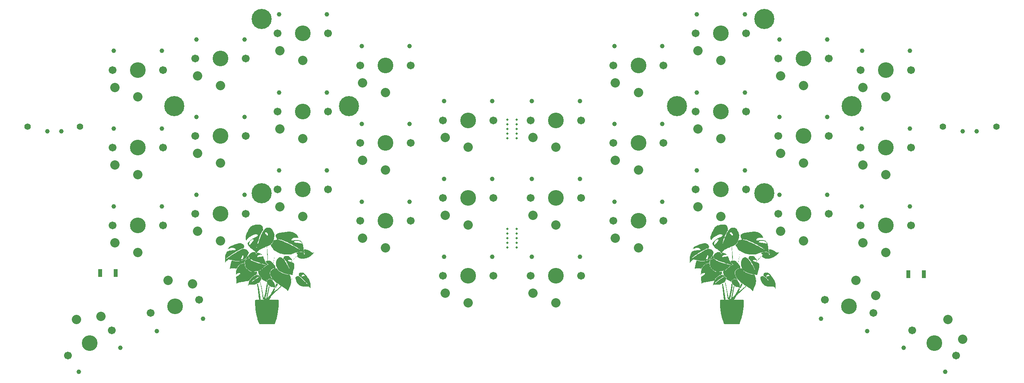
<source format=gbr>
%TF.GenerationSoftware,KiCad,Pcbnew,8.0.8*%
%TF.CreationDate,2025-01-23T20:59:21-05:00*%
%TF.ProjectId,sweepv2.1,73776565-7076-4322-9e31-2e6b69636164,rev?*%
%TF.SameCoordinates,Original*%
%TF.FileFunction,Soldermask,Top*%
%TF.FilePolarity,Negative*%
%FSLAX46Y46*%
G04 Gerber Fmt 4.6, Leading zero omitted, Abs format (unit mm)*
G04 Created by KiCad (PCBNEW 8.0.8) date 2025-01-23 20:59:21*
%MOMM*%
%LPD*%
G01*
G04 APERTURE LIST*
%ADD10C,0.000000*%
%ADD11C,0.500000*%
%ADD12C,2.032000*%
%ADD13C,1.701800*%
%ADD14C,0.990600*%
%ADD15C,3.429000*%
%ADD16R,0.900000X1.700000*%
%ADD17C,4.400000*%
%ADD18C,1.397000*%
%ADD19C,1.000000*%
G04 APERTURE END LIST*
D10*
%TO.C,G\u002A\u002A\u002A*%
G36*
X179935708Y-78880645D02*
G01*
X179938776Y-78911062D01*
X179935708Y-78914819D01*
X179920471Y-78911301D01*
X179918621Y-78897732D01*
X179927999Y-78876635D01*
X179935708Y-78880645D01*
G37*
G36*
X184164770Y-83801735D02*
G01*
X184161252Y-83816972D01*
X184147683Y-83818822D01*
X184126586Y-83809444D01*
X184130596Y-83801735D01*
X184161013Y-83798667D01*
X184164770Y-83801735D01*
G37*
G36*
X179961920Y-78724725D02*
G01*
X179965906Y-78789730D01*
X179961920Y-78814432D01*
X179954491Y-78822409D01*
X179950446Y-78786968D01*
X179950198Y-78769578D01*
X179952871Y-78722948D01*
X179959524Y-78717453D01*
X179961920Y-78724725D01*
G37*
G36*
X179986376Y-78567022D02*
G01*
X179987644Y-78571429D01*
X179991397Y-78627260D01*
X179986695Y-78648321D01*
X179978281Y-78649173D01*
X179974844Y-78609049D01*
X179974879Y-78602979D01*
X179978575Y-78563227D01*
X179986376Y-78567022D01*
G37*
G36*
X183732018Y-80134605D02*
G01*
X183730560Y-80160309D01*
X183697934Y-80213973D01*
X183684585Y-80232978D01*
X183626942Y-80293273D01*
X183575466Y-80305666D01*
X183549275Y-80289973D01*
X183553340Y-80262760D01*
X183584906Y-80218917D01*
X183630472Y-80172580D01*
X183676537Y-80137887D01*
X183703941Y-80128004D01*
X183732018Y-80134605D01*
G37*
G36*
X184045084Y-83866301D02*
G01*
X183997645Y-83895383D01*
X183973664Y-83908088D01*
X183898691Y-83948181D01*
X183803922Y-84001238D01*
X183734239Y-84041525D01*
X183645673Y-84092303D01*
X183592315Y-84118625D01*
X183566099Y-84123514D01*
X183558959Y-84109992D01*
X183559006Y-84107167D01*
X183580462Y-84089142D01*
X183636512Y-84055396D01*
X183715737Y-84011786D01*
X183806719Y-83964166D01*
X183898042Y-83918393D01*
X183978286Y-83880321D01*
X184036035Y-83855806D01*
X184059661Y-83850410D01*
X184045084Y-83866301D01*
G37*
G36*
X180424674Y-85039519D02*
G01*
X180481512Y-85079086D01*
X180517842Y-85108347D01*
X180617265Y-85192467D01*
X180519099Y-85370680D01*
X180456709Y-85483847D01*
X180389692Y-85605255D01*
X180335844Y-85702676D01*
X180281538Y-85802080D01*
X180228010Y-85902075D01*
X180194919Y-85965391D01*
X180159049Y-86029144D01*
X180130836Y-86068360D01*
X180122325Y-86074321D01*
X180115421Y-86050379D01*
X180109229Y-85985305D01*
X180104453Y-85889229D01*
X180101888Y-85780200D01*
X180098210Y-85486079D01*
X180229992Y-85254771D01*
X180287209Y-85158880D01*
X180337726Y-85082466D01*
X180375030Y-85034924D01*
X180390096Y-85023845D01*
X180424674Y-85039519D01*
G37*
G36*
X184763338Y-79032783D02*
G01*
X184736168Y-79069079D01*
X184683424Y-79130199D01*
X184607488Y-79213009D01*
X184510743Y-79314379D01*
X184496369Y-79329161D01*
X184392189Y-79436861D01*
X184291673Y-79542193D01*
X184204669Y-79634740D01*
X184141027Y-79704087D01*
X184128748Y-79717913D01*
X184057003Y-79799687D01*
X183984885Y-79881858D01*
X183950757Y-79920729D01*
X183895395Y-79974560D01*
X183861910Y-79984304D01*
X183855023Y-79977607D01*
X183862458Y-79942485D01*
X183906572Y-79876500D01*
X183985082Y-79782104D01*
X184095708Y-79661750D01*
X184236168Y-79517889D01*
X184404181Y-79352975D01*
X184597466Y-79169458D01*
X184667568Y-79104157D01*
X184731421Y-79047190D01*
X184762550Y-79024442D01*
X184763338Y-79032783D01*
G37*
G36*
X179916110Y-79016646D02*
G01*
X179912850Y-79067416D01*
X179901941Y-79151869D01*
X179885588Y-79253383D01*
X179882097Y-79272953D01*
X179862123Y-79388133D01*
X179838581Y-79531412D01*
X179815151Y-79680144D01*
X179803600Y-79756359D01*
X179781847Y-79897283D01*
X179757901Y-80044176D01*
X179735422Y-80174907D01*
X179724786Y-80233084D01*
X179706817Y-80336582D01*
X179693701Y-80428315D01*
X179688008Y-80490068D01*
X179687945Y-80494286D01*
X179678416Y-80549723D01*
X179656264Y-80580553D01*
X179631139Y-80574723D01*
X179627559Y-80569697D01*
X179626069Y-80536297D01*
X179633701Y-80466711D01*
X179648841Y-80374874D01*
X179652090Y-80357826D01*
X179669501Y-80266000D01*
X179693302Y-80137345D01*
X179720996Y-79985518D01*
X179750085Y-79824176D01*
X179766770Y-79730729D01*
X179810115Y-79489968D01*
X179845728Y-79298784D01*
X179873833Y-79156114D01*
X179894651Y-79060895D01*
X179908404Y-79012064D01*
X179915316Y-79008558D01*
X179916110Y-79016646D01*
G37*
G36*
X178239529Y-77032220D02*
G01*
X178252807Y-77053316D01*
X178264214Y-77096750D01*
X178274955Y-77169294D01*
X178286236Y-77277719D01*
X178299261Y-77428794D01*
X178303028Y-77475229D01*
X178315954Y-77632301D01*
X178330291Y-77800889D01*
X178344129Y-77958787D01*
X178353765Y-78064735D01*
X178370054Y-78248511D01*
X178386321Y-78448975D01*
X178402191Y-78659804D01*
X178417290Y-78874673D01*
X178431245Y-79087257D01*
X178443679Y-79291232D01*
X178454221Y-79480273D01*
X178462494Y-79648056D01*
X178468124Y-79788257D01*
X178470738Y-79894550D01*
X178469962Y-79960612D01*
X178467099Y-79979704D01*
X178434108Y-79996558D01*
X178404899Y-79999851D01*
X178371236Y-79989794D01*
X178356688Y-79950823D01*
X178354184Y-79903736D01*
X178351709Y-79790533D01*
X178346341Y-79633813D01*
X178338485Y-79441214D01*
X178328546Y-79220373D01*
X178316930Y-78978930D01*
X178304041Y-78724520D01*
X178290286Y-78464783D01*
X178276069Y-78207356D01*
X178261796Y-77959878D01*
X178247871Y-77729986D01*
X178234701Y-77525318D01*
X178222690Y-77353512D01*
X178212245Y-77222206D01*
X178211384Y-77212515D01*
X178204862Y-77105403D01*
X178209085Y-77044727D01*
X178223174Y-77026692D01*
X178239529Y-77032220D01*
G37*
G36*
X176261829Y-85108883D02*
G01*
X176287276Y-85162677D01*
X176313005Y-85258887D01*
X176328510Y-85327666D01*
X176354734Y-85445227D01*
X176379579Y-85553958D01*
X176399245Y-85637333D01*
X176405917Y-85664230D01*
X176419032Y-85721246D01*
X176437434Y-85811411D01*
X176461791Y-85938271D01*
X176492772Y-86105368D01*
X176531046Y-86316246D01*
X176572651Y-86548489D01*
X176593759Y-86670523D01*
X176618223Y-86817487D01*
X176641777Y-86963618D01*
X176649023Y-87009841D01*
X176667790Y-87129721D01*
X176692019Y-87283094D01*
X176718996Y-87452850D01*
X176746005Y-87621876D01*
X176754730Y-87676238D01*
X176797325Y-87946613D01*
X176830428Y-88168505D01*
X176853983Y-88341485D01*
X176867932Y-88465124D01*
X176872217Y-88538993D01*
X176871608Y-88551404D01*
X176847030Y-88566048D01*
X176787675Y-88575540D01*
X176709803Y-88579514D01*
X176629673Y-88577601D01*
X176563547Y-88569434D01*
X176533043Y-88559057D01*
X176517137Y-88526097D01*
X176500915Y-88453351D01*
X176486653Y-88352230D01*
X176481477Y-88300465D01*
X176438676Y-87833761D01*
X176396010Y-87410039D01*
X176352439Y-87021033D01*
X176306926Y-86658477D01*
X176258430Y-86314105D01*
X176205915Y-85979652D01*
X176148341Y-85646851D01*
X176147364Y-85641444D01*
X176066770Y-85195752D01*
X176128064Y-85149428D01*
X176188135Y-85107515D01*
X176230753Y-85092248D01*
X176261829Y-85108883D01*
G37*
G36*
X178853800Y-84102552D02*
G01*
X178958412Y-84116167D01*
X179048510Y-84136228D01*
X179072652Y-84144198D01*
X179207456Y-84205841D01*
X179328879Y-84288881D01*
X179448206Y-84402362D01*
X179561610Y-84536064D01*
X179747021Y-84797204D01*
X179885078Y-85054211D01*
X179978395Y-85314396D01*
X180029586Y-85585069D01*
X180041264Y-85873540D01*
X180041174Y-85877162D01*
X180037776Y-85999529D01*
X180034155Y-86076487D01*
X180028925Y-86113874D01*
X180020700Y-86117530D01*
X180008094Y-86093294D01*
X179996653Y-86064731D01*
X179964704Y-85996450D01*
X179932881Y-85948263D01*
X179926982Y-85942471D01*
X179891033Y-85928761D01*
X179814500Y-85909526D01*
X179707470Y-85886994D01*
X179580029Y-85863397D01*
X179533345Y-85855445D01*
X179384176Y-85829583D01*
X179272321Y-85806577D01*
X179184321Y-85782206D01*
X179106719Y-85752249D01*
X179026056Y-85712486D01*
X178957578Y-85674882D01*
X178825335Y-85590188D01*
X178688219Y-85484463D01*
X178557064Y-85367746D01*
X178442701Y-85250075D01*
X178355966Y-85141488D01*
X178322480Y-85086416D01*
X178290919Y-85006496D01*
X178262206Y-84903216D01*
X178248490Y-84834051D01*
X178222559Y-84662984D01*
X178208212Y-84535827D01*
X178207663Y-84446094D01*
X178223129Y-84387296D01*
X178256825Y-84352947D01*
X178310965Y-84336559D01*
X178387766Y-84331645D01*
X178420129Y-84331435D01*
X178585826Y-84331435D01*
X178585826Y-84230425D01*
X178592473Y-84161656D01*
X178608977Y-84116904D01*
X178614325Y-84111802D01*
X178665612Y-84099228D01*
X178750818Y-84096525D01*
X178853800Y-84102552D01*
G37*
G36*
X174150000Y-78874277D02*
G01*
X174151293Y-78917317D01*
X174151341Y-78939363D01*
X174171344Y-79085407D01*
X174225768Y-79241004D01*
X174293685Y-79364942D01*
X174330531Y-79433049D01*
X174353377Y-79498585D01*
X174358525Y-79547060D01*
X174344483Y-79564129D01*
X174306581Y-79571628D01*
X174231723Y-79591727D01*
X174131585Y-79620827D01*
X174017847Y-79655333D01*
X173902187Y-79691645D01*
X173796283Y-79726168D01*
X173711814Y-79755303D01*
X173664736Y-79773519D01*
X173581778Y-79820001D01*
X173510281Y-79876655D01*
X173491448Y-79897179D01*
X173443236Y-79986964D01*
X173407691Y-80111149D01*
X173388347Y-80253694D01*
X173386967Y-80371325D01*
X173387739Y-80450240D01*
X173376104Y-80495071D01*
X173346123Y-80522582D01*
X173330362Y-80531138D01*
X173262934Y-80555772D01*
X173215091Y-80563348D01*
X173167930Y-80570443D01*
X173086053Y-80589103D01*
X172983779Y-80615934D01*
X172934712Y-80629828D01*
X172630917Y-80742107D01*
X172359785Y-80893652D01*
X172120382Y-81085225D01*
X171911775Y-81317584D01*
X171733032Y-81591488D01*
X171716705Y-81621301D01*
X171609495Y-81820248D01*
X171323544Y-81800715D01*
X171181963Y-81793032D01*
X171011198Y-81786770D01*
X170833321Y-81782600D01*
X170678763Y-81781183D01*
X170528012Y-81782240D01*
X170418615Y-81786107D01*
X170340695Y-81793825D01*
X170284374Y-81806434D01*
X170239776Y-81824978D01*
X170233947Y-81828084D01*
X170147960Y-81874985D01*
X170166500Y-81738377D01*
X170197026Y-81531967D01*
X170233858Y-81312922D01*
X170275221Y-81089523D01*
X170319336Y-80870050D01*
X170364429Y-80662785D01*
X170408721Y-80476009D01*
X170450436Y-80318001D01*
X170487798Y-80197044D01*
X170509005Y-80141990D01*
X170543466Y-80070531D01*
X170571991Y-80036613D01*
X170606655Y-80029786D01*
X170633764Y-80034005D01*
X170682604Y-80044728D01*
X170770860Y-80064840D01*
X170888062Y-80091930D01*
X171023742Y-80123582D01*
X171101669Y-80141879D01*
X171403572Y-80202974D01*
X171667547Y-80234750D01*
X171897573Y-80237400D01*
X172097635Y-80211120D01*
X172165342Y-80193964D01*
X172464603Y-80106112D01*
X172719122Y-80028565D01*
X172933797Y-79958838D01*
X173113525Y-79894445D01*
X173263204Y-79832903D01*
X173387732Y-79771724D01*
X173492008Y-79708426D01*
X173580929Y-79640521D01*
X173659392Y-79565527D01*
X173732296Y-79480956D01*
X173804538Y-79384325D01*
X173828567Y-79350088D01*
X173900379Y-79245047D01*
X173965961Y-79146330D01*
X174016751Y-79066978D01*
X174039469Y-79028946D01*
X174092786Y-78933342D01*
X174125686Y-78878333D01*
X174143111Y-78859964D01*
X174150000Y-78874277D01*
G37*
G36*
X186451139Y-77613052D02*
G01*
X186560609Y-77620841D01*
X186750258Y-77641120D01*
X186916323Y-77670426D01*
X187069679Y-77712908D01*
X187221199Y-77772713D01*
X187381757Y-77853988D01*
X187562226Y-77960882D01*
X187723162Y-78064286D01*
X187871684Y-78160927D01*
X187985277Y-78231940D01*
X188071057Y-78281026D01*
X188136137Y-78311885D01*
X188187632Y-78328219D01*
X188232657Y-78333728D01*
X188241368Y-78333857D01*
X188299475Y-78321246D01*
X188370827Y-78289675D01*
X188439421Y-78248542D01*
X188489250Y-78207242D01*
X188504898Y-78179149D01*
X188524653Y-78155419D01*
X188532256Y-78154442D01*
X188549649Y-78171914D01*
X188535889Y-78220242D01*
X188495315Y-78293298D01*
X188432266Y-78384954D01*
X188351081Y-78489079D01*
X188256100Y-78599545D01*
X188151663Y-78710223D01*
X188108603Y-78752803D01*
X187880841Y-78952995D01*
X187634594Y-79133070D01*
X187381193Y-79285937D01*
X187131971Y-79404504D01*
X186979873Y-79459118D01*
X186878652Y-79490319D01*
X186786378Y-79518860D01*
X186723566Y-79538394D01*
X186577924Y-79574641D01*
X186405099Y-79602852D01*
X186217162Y-79622478D01*
X186026188Y-79632969D01*
X185844248Y-79633777D01*
X185683416Y-79624351D01*
X185555765Y-79604143D01*
X185517716Y-79593267D01*
X185387099Y-79538067D01*
X185248760Y-79461838D01*
X185114205Y-79372747D01*
X184994935Y-79278962D01*
X184902455Y-79188651D01*
X184854293Y-79122201D01*
X184821891Y-79026756D01*
X184834357Y-78935406D01*
X184893343Y-78838230D01*
X184903780Y-78825523D01*
X184947976Y-78760326D01*
X184966640Y-78705793D01*
X184957473Y-78673158D01*
X184935826Y-78668969D01*
X184880585Y-78669297D01*
X184832002Y-78648108D01*
X184774044Y-78597037D01*
X184749948Y-78572009D01*
X184690579Y-78504290D01*
X184665507Y-78456293D01*
X184670968Y-78413399D01*
X184697648Y-78368828D01*
X184730269Y-78336676D01*
X184783331Y-78309124D01*
X184863159Y-78284558D01*
X184976077Y-78261366D01*
X185128407Y-78237936D01*
X185295212Y-78216431D01*
X185451273Y-78198973D01*
X185570287Y-78190004D01*
X185665707Y-78189213D01*
X185750985Y-78196287D01*
X185805201Y-78204578D01*
X185971997Y-78242987D01*
X186098145Y-78297158D01*
X186193655Y-78375008D01*
X186268534Y-78484455D01*
X186326797Y-78617149D01*
X186374034Y-78724109D01*
X186417926Y-78781622D01*
X186460067Y-78791262D01*
X186485865Y-78774040D01*
X186497317Y-78732251D01*
X186495562Y-78648379D01*
X186481472Y-78529633D01*
X186455916Y-78383218D01*
X186419765Y-78216344D01*
X186417245Y-78205704D01*
X186370967Y-78007252D01*
X186337561Y-77854601D01*
X186316336Y-77744117D01*
X186306599Y-77672167D01*
X186307656Y-77635118D01*
X186308186Y-77633553D01*
X186326309Y-77618411D01*
X186371210Y-77611716D01*
X186451139Y-77613052D01*
G37*
G36*
X176230521Y-83234218D02*
G01*
X176344981Y-83241479D01*
X176455576Y-83254888D01*
X176529113Y-83272942D01*
X176579794Y-83300008D01*
X176603886Y-83321130D01*
X176665002Y-83382247D01*
X176614389Y-83481457D01*
X176584522Y-83562357D01*
X176595005Y-83613080D01*
X176647371Y-83636926D01*
X176687875Y-83639796D01*
X176776825Y-83650471D01*
X176872709Y-83677119D01*
X176956778Y-83713083D01*
X177010287Y-83751712D01*
X177013048Y-83755209D01*
X177036167Y-83794662D01*
X177044491Y-83838008D01*
X177036494Y-83895846D01*
X177010651Y-83978772D01*
X176965434Y-84097383D01*
X176962834Y-84103946D01*
X176917352Y-84219573D01*
X176872715Y-84334664D01*
X176837012Y-84428323D01*
X176830389Y-84446051D01*
X176749825Y-84594619D01*
X176620480Y-84740724D01*
X176444833Y-84882375D01*
X176225363Y-85017582D01*
X175964549Y-85144355D01*
X175956156Y-85147988D01*
X175745278Y-85231717D01*
X175560979Y-85287312D01*
X175389025Y-85317658D01*
X175215184Y-85325639D01*
X175103164Y-85320829D01*
X174879165Y-85304965D01*
X174700606Y-85292883D01*
X174561754Y-85285396D01*
X174456873Y-85283319D01*
X174380230Y-85287466D01*
X174326089Y-85298650D01*
X174288717Y-85317686D01*
X174262378Y-85345387D01*
X174241338Y-85382568D01*
X174219863Y-85430043D01*
X174212062Y-85447323D01*
X174177016Y-85521292D01*
X174150711Y-85572037D01*
X174140179Y-85587338D01*
X174137344Y-85564349D01*
X174138644Y-85505587D01*
X174141323Y-85459939D01*
X174168502Y-85268437D01*
X174222269Y-85050785D01*
X174244743Y-84982157D01*
X174541099Y-84982157D01*
X174562416Y-84981411D01*
X174621737Y-84947874D01*
X174718585Y-84880534D01*
X174852479Y-84778381D01*
X174882193Y-84754852D01*
X175068425Y-84609537D01*
X175265870Y-84460712D01*
X175468124Y-84312792D01*
X175668780Y-84170193D01*
X175861434Y-84037333D01*
X176039680Y-83918626D01*
X176197112Y-83818490D01*
X176327325Y-83741341D01*
X176423913Y-83691595D01*
X176425162Y-83691040D01*
X176490308Y-83653504D01*
X176519758Y-83619401D01*
X176511969Y-83597039D01*
X176465393Y-83594728D01*
X176442186Y-83599544D01*
X176296462Y-83650790D01*
X176119881Y-83738226D01*
X175915619Y-83859709D01*
X175686851Y-84013094D01*
X175436752Y-84196238D01*
X175168499Y-84406997D01*
X174885267Y-84643227D01*
X174845481Y-84677449D01*
X174709980Y-84797758D01*
X174614402Y-84889319D01*
X174558268Y-84951123D01*
X174541099Y-84982157D01*
X174244743Y-84982157D01*
X174297487Y-84821099D01*
X174389019Y-84593492D01*
X174491728Y-84382080D01*
X174598400Y-84204029D01*
X174717270Y-84051861D01*
X174872008Y-83888335D01*
X175051686Y-83723014D01*
X175245372Y-83565459D01*
X175442137Y-83425229D01*
X175596983Y-83330510D01*
X175691866Y-83282706D01*
X175778738Y-83254450D01*
X175881128Y-83239298D01*
X175947545Y-83234502D01*
X176081540Y-83231213D01*
X176230521Y-83234218D01*
G37*
G36*
X180283197Y-81764500D02*
G01*
X180404282Y-81768368D01*
X180557041Y-81992636D01*
X180656247Y-82127958D01*
X180759262Y-82244334D01*
X180874452Y-82348213D01*
X181010184Y-82446049D01*
X181174824Y-82544294D01*
X181376740Y-82649398D01*
X181463965Y-82691988D01*
X181604931Y-82757551D01*
X181753961Y-82822963D01*
X181892791Y-82880416D01*
X181998179Y-82920368D01*
X182142212Y-82968896D01*
X182277157Y-83009276D01*
X182414135Y-83043978D01*
X182564268Y-83075468D01*
X182738678Y-83106217D01*
X182948487Y-83138691D01*
X183045466Y-83152811D01*
X183139791Y-83168313D01*
X183213140Y-83183999D01*
X183251699Y-83196840D01*
X183253747Y-83198462D01*
X183269477Y-83232134D01*
X183295735Y-83305746D01*
X183329435Y-83409817D01*
X183367491Y-83534865D01*
X183401427Y-83652222D01*
X183452938Y-83875046D01*
X183489682Y-84118724D01*
X183511013Y-84369912D01*
X183516281Y-84615268D01*
X183504838Y-84841448D01*
X183476036Y-85035109D01*
X183469897Y-85061686D01*
X183445538Y-85153769D01*
X183422874Y-85226811D01*
X183406591Y-85265793D01*
X183405911Y-85266731D01*
X183389505Y-85300857D01*
X183361587Y-85371858D01*
X183326668Y-85467918D01*
X183303074Y-85536077D01*
X183232261Y-85734790D01*
X183154974Y-85934776D01*
X183074633Y-86128506D01*
X182994662Y-86308457D01*
X182918482Y-86467100D01*
X182849516Y-86596911D01*
X182791187Y-86690362D01*
X182761431Y-86727191D01*
X182728516Y-86758205D01*
X182714832Y-86752978D01*
X182711502Y-86704703D01*
X182711291Y-86688745D01*
X182703904Y-86614210D01*
X182680596Y-86544771D01*
X182636798Y-86475888D01*
X182567943Y-86403019D01*
X182469462Y-86321623D01*
X182336787Y-86227158D01*
X182165351Y-86115084D01*
X182080185Y-86061354D01*
X181953950Y-85982014D01*
X181824063Y-85899884D01*
X181707051Y-85825438D01*
X181629776Y-85775845D01*
X181548029Y-85723839D01*
X181484156Y-85684754D01*
X181449147Y-85665266D01*
X181446044Y-85664230D01*
X181414280Y-85649579D01*
X181347587Y-85608516D01*
X181252053Y-85545374D01*
X181133764Y-85464487D01*
X180998809Y-85370191D01*
X180853274Y-85266819D01*
X180703248Y-85158704D01*
X180554817Y-85050182D01*
X180414070Y-84945586D01*
X180287093Y-84849251D01*
X180179975Y-84765511D01*
X180151180Y-84742321D01*
X179906632Y-84534979D01*
X179701489Y-84339905D01*
X179528786Y-84147511D01*
X179381557Y-83948215D01*
X179252837Y-83732428D01*
X179135660Y-83490567D01*
X179023063Y-83213045D01*
X179005209Y-83165239D01*
X178979496Y-83074906D01*
X178964315Y-82965322D01*
X178958038Y-82822887D01*
X178957644Y-82767964D01*
X178958469Y-82645095D01*
X178963189Y-82558283D01*
X178974898Y-82492330D01*
X178996683Y-82432036D01*
X179031637Y-82362205D01*
X179045311Y-82336832D01*
X179174311Y-82151497D01*
X179340730Y-82000440D01*
X179521346Y-81895521D01*
X179665596Y-81835472D01*
X179800095Y-81795027D01*
X179940146Y-81771554D01*
X180101054Y-81762420D01*
X180283197Y-81764500D01*
G37*
G36*
X178662864Y-88637490D02*
G01*
X179040505Y-88637820D01*
X179372448Y-88638415D01*
X179661477Y-88639313D01*
X179910374Y-88640553D01*
X180121919Y-88642171D01*
X180298896Y-88644206D01*
X180444086Y-88646695D01*
X180560271Y-88649676D01*
X180650234Y-88653186D01*
X180716756Y-88657264D01*
X180762619Y-88661946D01*
X180790606Y-88667272D01*
X180802176Y-88672151D01*
X180817110Y-88685786D01*
X180828256Y-88706201D01*
X180835918Y-88739796D01*
X180840406Y-88792974D01*
X180842023Y-88872137D01*
X180841078Y-88983686D01*
X180837876Y-89134025D01*
X180833059Y-89317306D01*
X180803475Y-89983672D01*
X180751555Y-90611724D01*
X180676194Y-91209806D01*
X180576285Y-91786260D01*
X180450724Y-92349431D01*
X180410361Y-92507621D01*
X180349096Y-92725738D01*
X180275512Y-92962852D01*
X180194912Y-93203388D01*
X180112596Y-93431773D01*
X180033864Y-93632430D01*
X180002298Y-93706611D01*
X179955876Y-93810359D01*
X179921639Y-93876556D01*
X179891638Y-93914793D01*
X179857925Y-93934662D01*
X179812551Y-93945754D01*
X179802637Y-93947539D01*
X179751796Y-93952039D01*
X179657182Y-93955917D01*
X179524247Y-93959185D01*
X179358444Y-93961853D01*
X179165226Y-93963935D01*
X178950045Y-93965441D01*
X178718354Y-93966382D01*
X178475606Y-93966772D01*
X178227252Y-93966621D01*
X177978747Y-93965940D01*
X177735542Y-93964743D01*
X177503091Y-93963039D01*
X177286845Y-93960841D01*
X177092258Y-93958160D01*
X176924782Y-93955008D01*
X176789870Y-93951397D01*
X176692974Y-93947338D01*
X176639547Y-93942843D01*
X176631307Y-93940785D01*
X176586227Y-93893508D01*
X176531693Y-93801432D01*
X176469545Y-93669758D01*
X176401623Y-93503687D01*
X176329768Y-93308423D01*
X176255820Y-93089166D01*
X176181618Y-92851119D01*
X176109003Y-92599483D01*
X176039814Y-92339461D01*
X175983812Y-92110345D01*
X175950170Y-91965125D01*
X175924684Y-91849997D01*
X175904192Y-91748426D01*
X175885531Y-91643876D01*
X175865539Y-91519813D01*
X175844108Y-91379871D01*
X175822037Y-91234477D01*
X175800106Y-91090488D01*
X175780776Y-90964024D01*
X175766505Y-90871206D01*
X175765895Y-90867258D01*
X175747460Y-90726919D01*
X175728641Y-90545094D01*
X175710142Y-90331548D01*
X175692664Y-90096045D01*
X175676912Y-89848349D01*
X175663589Y-89598224D01*
X175653397Y-89355435D01*
X175650361Y-89262794D01*
X175645309Y-89080777D01*
X175642670Y-88943113D01*
X175642753Y-88842935D01*
X175645867Y-88773377D01*
X175652318Y-88727574D01*
X175662417Y-88698660D01*
X175676471Y-88679770D01*
X175676544Y-88679696D01*
X175686641Y-88672688D01*
X175704067Y-88666494D01*
X175731824Y-88661063D01*
X175772911Y-88656346D01*
X175830328Y-88652293D01*
X175907076Y-88648856D01*
X176006155Y-88645984D01*
X176130564Y-88643627D01*
X176283304Y-88641737D01*
X176467375Y-88640263D01*
X176685777Y-88639157D01*
X176941509Y-88638367D01*
X177237573Y-88637846D01*
X177576967Y-88637543D01*
X177962693Y-88637409D01*
X178236744Y-88637389D01*
X178662864Y-88637490D01*
G37*
G36*
X186088605Y-82697121D02*
G01*
X186147010Y-82707422D01*
X186200350Y-82724932D01*
X186259625Y-82750667D01*
X186382634Y-82825325D01*
X186518597Y-82940063D01*
X186660367Y-83087806D01*
X186800800Y-83261477D01*
X186862980Y-83348121D01*
X186973687Y-83509675D01*
X187086094Y-83675930D01*
X187195289Y-83839423D01*
X187296361Y-83992690D01*
X187384396Y-84128269D01*
X187454483Y-84238697D01*
X187501709Y-84316509D01*
X187510167Y-84331435D01*
X187619147Y-84562717D01*
X187702835Y-84809602D01*
X187754435Y-85051125D01*
X187761333Y-85106375D01*
X187771753Y-85235982D01*
X187779133Y-85390433D01*
X187783428Y-85557727D01*
X187784591Y-85725867D01*
X187782578Y-85882854D01*
X187777343Y-86016688D01*
X187768839Y-86115371D01*
X187765267Y-86138398D01*
X187746250Y-86240921D01*
X187728689Y-86136324D01*
X187688086Y-86030287D01*
X187607575Y-85925314D01*
X187497389Y-85833116D01*
X187427988Y-85792169D01*
X187392680Y-85776002D01*
X187353527Y-85763640D01*
X187303449Y-85754577D01*
X187235369Y-85748311D01*
X187142208Y-85744338D01*
X187016885Y-85742154D01*
X186852324Y-85741256D01*
X186710423Y-85741122D01*
X186443860Y-85739144D01*
X186221054Y-85731853D01*
X186034608Y-85717218D01*
X185877123Y-85693204D01*
X185741201Y-85657779D01*
X185619443Y-85608911D01*
X185504452Y-85544566D01*
X185388829Y-85462712D01*
X185265175Y-85361315D01*
X185235901Y-85335958D01*
X185052246Y-85167350D01*
X184907947Y-85014108D01*
X184797020Y-84867685D01*
X184713481Y-84719532D01*
X184651345Y-84561101D01*
X184622362Y-84459589D01*
X184592574Y-84348448D01*
X184555027Y-84216953D01*
X184517827Y-84093494D01*
X184517681Y-84093028D01*
X184472476Y-83922098D01*
X184457287Y-83787537D01*
X184473664Y-83683085D01*
X184523159Y-83602479D01*
X184607323Y-83539457D01*
X184661292Y-83513269D01*
X184761289Y-83480030D01*
X184881336Y-83453618D01*
X184963705Y-83442825D01*
X185134464Y-83429017D01*
X185339509Y-83583540D01*
X185511123Y-83720005D01*
X185710563Y-83891818D01*
X185938706Y-84099799D01*
X186196425Y-84344770D01*
X186484597Y-84627550D01*
X186804096Y-84948962D01*
X186900083Y-85046803D01*
X187023727Y-85171121D01*
X187118487Y-85262026D01*
X187183303Y-85318741D01*
X187217111Y-85340490D01*
X187218850Y-85326495D01*
X187187459Y-85275980D01*
X187158132Y-85235614D01*
X187078097Y-85134611D01*
X186968361Y-85004936D01*
X186835630Y-84853999D01*
X186686614Y-84689212D01*
X186528020Y-84517987D01*
X186366555Y-84347734D01*
X186208929Y-84185866D01*
X186198137Y-84174965D01*
X185953034Y-83936978D01*
X185729781Y-83739475D01*
X185529638Y-83583474D01*
X185353863Y-83469994D01*
X185277564Y-83430479D01*
X185251453Y-83416284D01*
X185762415Y-83416284D01*
X185784397Y-83469650D01*
X185844563Y-83500129D01*
X185934245Y-83505638D01*
X186044522Y-83484168D01*
X186118741Y-83464574D01*
X186218638Y-83441752D01*
X186298575Y-83425375D01*
X186414564Y-83395565D01*
X186481170Y-83359445D01*
X186500066Y-83315314D01*
X186472923Y-83261470D01*
X186466702Y-83254331D01*
X186366165Y-83178917D01*
X186240098Y-83137216D01*
X186103965Y-83132160D01*
X185982832Y-83162520D01*
X185913469Y-83205807D01*
X185844945Y-83270878D01*
X185790506Y-83342483D01*
X185763397Y-83405373D01*
X185762415Y-83416284D01*
X185251453Y-83416284D01*
X185198440Y-83387464D01*
X185164287Y-83352409D01*
X185163941Y-83331839D01*
X185172101Y-83288742D01*
X185180099Y-83210174D01*
X185186387Y-83111910D01*
X185187110Y-83095902D01*
X185196501Y-82970528D01*
X185216857Y-82875355D01*
X185254563Y-82805994D01*
X185316001Y-82758059D01*
X185407557Y-82727159D01*
X185535614Y-82708907D01*
X185706556Y-82698914D01*
X185767618Y-82696857D01*
X185910446Y-82693101D01*
X186013596Y-82692768D01*
X186088605Y-82697121D01*
G37*
G36*
X173385376Y-80607434D02*
G01*
X173386150Y-80608086D01*
X173395769Y-80640014D01*
X173407421Y-80712489D01*
X173419668Y-80814915D01*
X173431074Y-80936693D01*
X173431579Y-80942887D01*
X173444231Y-81083153D01*
X173458096Y-81187363D01*
X173476726Y-81270671D01*
X173503668Y-81348230D01*
X173542473Y-81435192D01*
X173551164Y-81453372D01*
X173625953Y-81588809D01*
X173717238Y-81711411D01*
X173828857Y-81830422D01*
X173941369Y-81935320D01*
X174073655Y-82048732D01*
X174214922Y-82162309D01*
X174354376Y-82267700D01*
X174481224Y-82356555D01*
X174584674Y-82420524D01*
X174606701Y-82432198D01*
X174773836Y-82500911D01*
X174952533Y-82542142D01*
X175150361Y-82556260D01*
X175374894Y-82543636D01*
X175633703Y-82504640D01*
X175724053Y-82486848D01*
X175832302Y-82466044D01*
X175921550Y-82451761D01*
X175980109Y-82445708D01*
X175996246Y-82447035D01*
X176017919Y-82477355D01*
X176044575Y-82535184D01*
X176047639Y-82543146D01*
X176076298Y-82616835D01*
X176101392Y-82677575D01*
X176101691Y-82678257D01*
X176133085Y-82753842D01*
X176168931Y-82846219D01*
X176204872Y-82943269D01*
X176236552Y-83032878D01*
X176259616Y-83102928D01*
X176269707Y-83141305D01*
X176269471Y-83144931D01*
X176247923Y-83137250D01*
X176217864Y-83086399D01*
X176182798Y-82999041D01*
X176165618Y-82947379D01*
X176124900Y-82834398D01*
X176084646Y-82751853D01*
X176048801Y-82706627D01*
X176025197Y-82702380D01*
X176012569Y-82732756D01*
X176000035Y-82799499D01*
X175990829Y-82882605D01*
X175968378Y-83024955D01*
X175927877Y-83121474D01*
X175869891Y-83171112D01*
X175831800Y-83178055D01*
X175764070Y-83193160D01*
X175664513Y-83235447D01*
X175541568Y-83300370D01*
X175403671Y-83383384D01*
X175259261Y-83479944D01*
X175221683Y-83506712D01*
X174980401Y-83700965D01*
X174762638Y-83916028D01*
X174580334Y-84139763D01*
X174536627Y-84203282D01*
X174462235Y-84315252D01*
X174407021Y-84391907D01*
X174361820Y-84440643D01*
X174317471Y-84468860D01*
X174264809Y-84483955D01*
X174194671Y-84493326D01*
X174174675Y-84495496D01*
X174016087Y-84516107D01*
X173829694Y-84545678D01*
X173637346Y-84580437D01*
X173460895Y-84616613D01*
X173421245Y-84625571D01*
X173333466Y-84643169D01*
X173211615Y-84664011D01*
X173072529Y-84685361D01*
X172947077Y-84702675D01*
X172690875Y-84736709D01*
X172479581Y-84767042D01*
X172307111Y-84795194D01*
X172167378Y-84822684D01*
X172054297Y-84851031D01*
X171961782Y-84881755D01*
X171883748Y-84916376D01*
X171814108Y-84956413D01*
X171748843Y-85001845D01*
X171675766Y-85053876D01*
X171633833Y-85076107D01*
X171614962Y-85071738D01*
X171611247Y-85056332D01*
X171609787Y-85008108D01*
X171610539Y-84993550D01*
X171609656Y-84961824D01*
X171605362Y-84887854D01*
X171598309Y-84780495D01*
X171589149Y-84648604D01*
X171578537Y-84501035D01*
X171567123Y-84346646D01*
X171555562Y-84194290D01*
X171544506Y-84052825D01*
X171534607Y-83931106D01*
X171526520Y-83837988D01*
X171521865Y-83790699D01*
X171506024Y-83647239D01*
X171784422Y-83429047D01*
X171901271Y-83339035D01*
X172018137Y-83251719D01*
X172122045Y-83176630D01*
X172200019Y-83123301D01*
X172204899Y-83120164D01*
X172299803Y-83056569D01*
X172360145Y-83006650D01*
X172396638Y-82960037D01*
X172417088Y-82914759D01*
X172413803Y-82858142D01*
X172370625Y-82808926D01*
X172298894Y-82776207D01*
X172234070Y-82767964D01*
X172096503Y-82783846D01*
X171941335Y-82826798D01*
X171786147Y-82889780D01*
X171648521Y-82965750D01*
X171552817Y-83040778D01*
X171478931Y-83113978D01*
X171494343Y-82780779D01*
X171531843Y-82403853D01*
X171607629Y-82059923D01*
X171721196Y-81749631D01*
X171872040Y-81473617D01*
X172059656Y-81232523D01*
X172283541Y-81026991D01*
X172543190Y-80857663D01*
X172838098Y-80725180D01*
X173167762Y-80630183D01*
X173188688Y-80625678D01*
X173279110Y-80609747D01*
X173349484Y-80603238D01*
X173385376Y-80607434D01*
G37*
G36*
X178720736Y-80064763D02*
G01*
X178816697Y-80067818D01*
X178886020Y-80075547D01*
X178941014Y-80089997D01*
X178993990Y-80113216D01*
X179045617Y-80140820D01*
X179118230Y-80189633D01*
X179215021Y-80266802D01*
X179325600Y-80362832D01*
X179439574Y-80468230D01*
X179546552Y-80573501D01*
X179636142Y-80669152D01*
X179676858Y-80717510D01*
X179741238Y-80803195D01*
X179814856Y-80907803D01*
X179888209Y-81017102D01*
X179951792Y-81116863D01*
X179996104Y-81192857D01*
X180002086Y-81204493D01*
X180038990Y-81287829D01*
X180077390Y-81388269D01*
X180112043Y-81490257D01*
X180137704Y-81578236D01*
X180149131Y-81636650D01*
X180149297Y-81641237D01*
X180125810Y-81682991D01*
X180054933Y-81708090D01*
X179936047Y-81716756D01*
X179935956Y-81716756D01*
X179849057Y-81727560D01*
X179733901Y-81755672D01*
X179608023Y-81795365D01*
X179488957Y-81840911D01*
X179394240Y-81886579D01*
X179369814Y-81901717D01*
X179209427Y-82032839D01*
X179073046Y-82186773D01*
X178989068Y-82319427D01*
X178925937Y-82490406D01*
X178895305Y-82687121D01*
X178898077Y-82894943D01*
X178935157Y-83099240D01*
X178939804Y-83115578D01*
X179066112Y-83477338D01*
X179224479Y-83805538D01*
X179419721Y-84110043D01*
X179436635Y-84133078D01*
X179505873Y-84234274D01*
X179543927Y-84308018D01*
X179549280Y-84347491D01*
X179533647Y-84364669D01*
X179503722Y-84354235D01*
X179450895Y-84312023D01*
X179422190Y-84286014D01*
X179352127Y-84224783D01*
X179289373Y-84175570D01*
X179258976Y-84155634D01*
X179141357Y-84105081D01*
X179005838Y-84066039D01*
X178867519Y-84041044D01*
X178741502Y-84032635D01*
X178642889Y-84043346D01*
X178624794Y-84049113D01*
X178551250Y-84088033D01*
X178516836Y-84141665D01*
X178509327Y-84209689D01*
X178506050Y-84250345D01*
X178488290Y-84271301D01*
X178443276Y-84279071D01*
X178371104Y-84280174D01*
X178275972Y-84286673D01*
X178214040Y-84312212D01*
X178177088Y-84365857D01*
X178156894Y-84456670D01*
X178150105Y-84523843D01*
X178137289Y-84682927D01*
X178047582Y-84651268D01*
X177889002Y-84587368D01*
X177717527Y-84504857D01*
X177544817Y-84410568D01*
X177382534Y-84311330D01*
X177242335Y-84213975D01*
X177135883Y-84125334D01*
X177116173Y-84105613D01*
X177070716Y-84050886D01*
X177059355Y-84010881D01*
X177071319Y-83976898D01*
X177103071Y-83872977D01*
X177087202Y-83777423D01*
X177027306Y-83696380D01*
X176926975Y-83635995D01*
X176859551Y-83614687D01*
X176757191Y-83588432D01*
X176697249Y-83565592D01*
X176671936Y-83539250D01*
X176673459Y-83502492D01*
X176688113Y-83462511D01*
X176707110Y-83399528D01*
X176696536Y-83349659D01*
X176676665Y-83315920D01*
X176619852Y-83256936D01*
X176558909Y-83220680D01*
X176486496Y-83166801D01*
X176449574Y-83102189D01*
X176401177Y-82953165D01*
X176360501Y-82779099D01*
X176333086Y-82606165D01*
X176325391Y-82515598D01*
X176317511Y-82352940D01*
X176508784Y-82303919D01*
X176646698Y-82262803D01*
X176774099Y-82210780D01*
X176898228Y-82142897D01*
X177026326Y-82054204D01*
X177165634Y-81939749D01*
X177323395Y-81794582D01*
X177482772Y-81637965D01*
X177606162Y-81516011D01*
X177724375Y-81402561D01*
X177830324Y-81304156D01*
X177916924Y-81227339D01*
X177977088Y-81178652D01*
X177989438Y-81170184D01*
X178068178Y-81128248D01*
X178174424Y-81081458D01*
X178286464Y-81039302D01*
X178297006Y-81035755D01*
X178394845Y-81000525D01*
X178476151Y-80966304D01*
X178526444Y-80939318D01*
X178532363Y-80934540D01*
X178551585Y-80905001D01*
X178543828Y-80872448D01*
X178504085Y-80830939D01*
X178427352Y-80774532D01*
X178360328Y-80730325D01*
X178215609Y-80616382D01*
X178078964Y-80471465D01*
X177976530Y-80327941D01*
X177950124Y-80276554D01*
X177953972Y-80241939D01*
X177981496Y-80207117D01*
X178053754Y-80148797D01*
X178153388Y-80106922D01*
X178286695Y-80080005D01*
X178459973Y-80066556D01*
X178585826Y-80064334D01*
X178720736Y-80064763D01*
G37*
G36*
X182756372Y-79021525D02*
G01*
X182830639Y-79030592D01*
X182890950Y-79046571D01*
X182944896Y-79068683D01*
X183053371Y-79133659D01*
X183176642Y-79231864D01*
X183303104Y-79352582D01*
X183421154Y-79485102D01*
X183482574Y-79565063D01*
X183558709Y-79670333D01*
X183645753Y-79789722D01*
X183719576Y-79890211D01*
X183775889Y-79970016D01*
X183816578Y-80034563D01*
X183834783Y-80072732D01*
X183834914Y-80077184D01*
X183810255Y-80075929D01*
X183750659Y-80055307D01*
X183666829Y-80019292D01*
X183622254Y-79998251D01*
X183509130Y-79947897D01*
X183393634Y-79903826D01*
X183297137Y-79874039D01*
X183280028Y-79870082D01*
X183146995Y-79854602D01*
X183027625Y-79863609D01*
X182930825Y-79894236D01*
X182865498Y-79943617D01*
X182840551Y-80008888D01*
X182840518Y-80011512D01*
X182848692Y-80051971D01*
X182876283Y-80090998D01*
X182927902Y-80130902D01*
X183008154Y-80173994D01*
X183121647Y-80222585D01*
X183272991Y-80278983D01*
X183466791Y-80345500D01*
X183583808Y-80384177D01*
X183710465Y-80429083D01*
X183839124Y-80480362D01*
X183948370Y-80529297D01*
X183981083Y-80545861D01*
X184075263Y-80602223D01*
X184143039Y-80661754D01*
X184188541Y-80733973D01*
X184215901Y-80828400D01*
X184229252Y-80954552D01*
X184232725Y-81121950D01*
X184232722Y-81125622D01*
X184228480Y-81259392D01*
X184215177Y-81402017D01*
X184191545Y-81559756D01*
X184156313Y-81738864D01*
X184108210Y-81945602D01*
X184045967Y-82186225D01*
X183968313Y-82466993D01*
X183941015Y-82562799D01*
X183902563Y-82703397D01*
X183868279Y-82840560D01*
X183841572Y-82959828D01*
X183825854Y-83046738D01*
X183824629Y-83056309D01*
X183816005Y-83127891D01*
X183803732Y-83172178D01*
X183777898Y-83193177D01*
X183728587Y-83194893D01*
X183645888Y-83181331D01*
X183558177Y-83163976D01*
X183453444Y-83145817D01*
X183321525Y-83126447D01*
X183186286Y-83109298D01*
X183148086Y-83105040D01*
X182729767Y-83047403D01*
X182347326Y-82966203D01*
X181989354Y-82857675D01*
X181644445Y-82718050D01*
X181301192Y-82543561D01*
X181109886Y-82431921D01*
X180973317Y-82345418D01*
X180869536Y-82269099D01*
X180785308Y-82190572D01*
X180707400Y-82097442D01*
X180622576Y-81977316D01*
X180619426Y-81972630D01*
X180440227Y-81668484D01*
X180312149Y-81365859D01*
X180235090Y-81064344D01*
X180208947Y-80763527D01*
X180233616Y-80462997D01*
X180236624Y-80445451D01*
X180299817Y-80170049D01*
X180385201Y-79928730D01*
X180490740Y-79724141D01*
X180614399Y-79558931D01*
X180754142Y-79435746D01*
X180907934Y-79357234D01*
X181073739Y-79326043D01*
X181097632Y-79325603D01*
X181174378Y-79329491D01*
X181244472Y-79343992D01*
X181318964Y-79373830D01*
X181408902Y-79423732D01*
X181525338Y-79498426D01*
X181567225Y-79526467D01*
X181646912Y-79574062D01*
X181718185Y-79606332D01*
X181756905Y-79615391D01*
X181807441Y-79635545D01*
X181874556Y-79696823D01*
X181959195Y-79800452D01*
X182062304Y-79947657D01*
X182184827Y-80139662D01*
X182270984Y-80281788D01*
X182347973Y-80411296D01*
X182418498Y-80530829D01*
X182477131Y-80631119D01*
X182518443Y-80702895D01*
X182533679Y-80730325D01*
X182563742Y-80785677D01*
X182611192Y-80871793D01*
X182668328Y-80974733D01*
X182703564Y-81037893D01*
X182765171Y-81151981D01*
X182844405Y-81304797D01*
X182937385Y-81488541D01*
X183040228Y-81695412D01*
X183149053Y-81917609D01*
X183259978Y-82147330D01*
X183356465Y-82349974D01*
X183414341Y-82466190D01*
X183459969Y-82545024D01*
X183491232Y-82583415D01*
X183506012Y-82578303D01*
X183506916Y-82567483D01*
X183497495Y-82528032D01*
X183472291Y-82453555D01*
X183435894Y-82356065D01*
X183392894Y-82247577D01*
X183347880Y-82140102D01*
X183317294Y-82071170D01*
X183282437Y-81992628D01*
X183258303Y-81933725D01*
X183250609Y-81909502D01*
X183239541Y-81875067D01*
X183208498Y-81801595D01*
X183160724Y-81695747D01*
X183099462Y-81564187D01*
X183027956Y-81413579D01*
X182949449Y-81250586D01*
X182867185Y-81081871D01*
X182784406Y-80914098D01*
X182704357Y-80753931D01*
X182630280Y-80608031D01*
X182565419Y-80483064D01*
X182513018Y-80385692D01*
X182485275Y-80337164D01*
X182390720Y-80189841D01*
X182280155Y-80034605D01*
X182164514Y-79885713D01*
X182054731Y-79757418D01*
X181986243Y-79686559D01*
X181858233Y-79563824D01*
X181902133Y-79405924D01*
X181945633Y-79271949D01*
X181996414Y-79172571D01*
X182062475Y-79102742D01*
X182151814Y-79057413D01*
X182272429Y-79031536D01*
X182432320Y-79020062D01*
X182516316Y-79018286D01*
X182655736Y-79017910D01*
X182756372Y-79021525D01*
G37*
G36*
X175750047Y-78301819D02*
G01*
X175789658Y-78389452D01*
X175820357Y-78473272D01*
X175829018Y-78505093D01*
X175857558Y-78590213D01*
X175895508Y-78624967D01*
X175942880Y-78609352D01*
X175999687Y-78543363D01*
X176062642Y-78433543D01*
X176098303Y-78369697D01*
X176134454Y-78329638D01*
X176180520Y-78312309D01*
X176245926Y-78316655D01*
X176340100Y-78341620D01*
X176472466Y-78386147D01*
X176475661Y-78387263D01*
X176671294Y-78463740D01*
X176853358Y-78550361D01*
X177009424Y-78640643D01*
X177123960Y-78725364D01*
X177212750Y-78803284D01*
X177136776Y-78786309D01*
X176963646Y-78756141D01*
X176820559Y-78751766D01*
X176693320Y-78773085D01*
X176660623Y-78782975D01*
X176496638Y-78846226D01*
X176357208Y-78918115D01*
X176246568Y-78994611D01*
X176168956Y-79071687D01*
X176128607Y-79145315D01*
X176129758Y-79211465D01*
X176163114Y-79256053D01*
X176184868Y-79269045D01*
X176216911Y-79276040D01*
X176266628Y-79276539D01*
X176341404Y-79270048D01*
X176448622Y-79256068D01*
X176595669Y-79234105D01*
X176676341Y-79221556D01*
X176823700Y-79200941D01*
X176988539Y-79181678D01*
X177141139Y-79167154D01*
X177178327Y-79164349D01*
X177424006Y-79147292D01*
X177495649Y-79336488D01*
X177541856Y-79459525D01*
X177594163Y-79600323D01*
X177641259Y-79728430D01*
X177641319Y-79728594D01*
X177749136Y-80003638D01*
X177856190Y-80232720D01*
X177965925Y-80420967D01*
X178081788Y-80573504D01*
X178207222Y-80695459D01*
X178345673Y-80791957D01*
X178362433Y-80801568D01*
X178420137Y-80842226D01*
X178450619Y-80880040D01*
X178452141Y-80891242D01*
X178425694Y-80917169D01*
X178364034Y-80949736D01*
X178291073Y-80978116D01*
X178182197Y-81016191D01*
X178090586Y-81053273D01*
X178008591Y-81094776D01*
X177928562Y-81146117D01*
X177842849Y-81212710D01*
X177743802Y-81299970D01*
X177623772Y-81413313D01*
X177483988Y-81549446D01*
X177302569Y-81725039D01*
X177149259Y-81867104D01*
X177017589Y-81979959D01*
X176901091Y-82067920D01*
X176793300Y-82135306D01*
X176687746Y-82186434D01*
X176577962Y-82225621D01*
X176457482Y-82257185D01*
X176407456Y-82268098D01*
X176321375Y-82286710D01*
X176199599Y-82313842D01*
X176056336Y-82346288D01*
X175905794Y-82380849D01*
X175856159Y-82392353D01*
X175568448Y-82451952D01*
X175320501Y-82487938D01*
X175114099Y-82500126D01*
X174951026Y-82488330D01*
X174944025Y-82487105D01*
X174794267Y-82444677D01*
X174629768Y-82367713D01*
X174445501Y-82253514D01*
X174269848Y-82125363D01*
X174080053Y-81974804D01*
X173928207Y-81843762D01*
X173808155Y-81725634D01*
X173713738Y-81613816D01*
X173638800Y-81501705D01*
X173577185Y-81382695D01*
X173576920Y-81382117D01*
X173553298Y-81324552D01*
X173534423Y-81261809D01*
X173518838Y-81184896D01*
X173505085Y-81084819D01*
X173491707Y-80952584D01*
X173477246Y-80779199D01*
X173475428Y-80755956D01*
X173458341Y-80522029D01*
X173449958Y-80332826D01*
X173454237Y-80182032D01*
X173475135Y-80063329D01*
X173516613Y-79970401D01*
X173582629Y-79896931D01*
X173677141Y-79836603D01*
X173804107Y-79783100D01*
X173967488Y-79730105D01*
X174151719Y-79676834D01*
X174237131Y-79650674D01*
X174432270Y-79650674D01*
X174453721Y-79691716D01*
X174515716Y-79758817D01*
X174554187Y-79794021D01*
X174710351Y-79913073D01*
X174909704Y-80032927D01*
X175153538Y-80154128D01*
X175443148Y-80277223D01*
X175779827Y-80402756D01*
X176164870Y-80531273D01*
X176599571Y-80663320D01*
X176650710Y-80678152D01*
X176850142Y-80735680D01*
X177007783Y-80780947D01*
X177131066Y-80815994D01*
X177227425Y-80842862D01*
X177304295Y-80863592D01*
X177369109Y-80880222D01*
X177429303Y-80894795D01*
X177492310Y-80909350D01*
X177496522Y-80910309D01*
X177598802Y-80934136D01*
X177691727Y-80956763D01*
X177752829Y-80972657D01*
X177840671Y-80991118D01*
X177914677Y-80995839D01*
X177961368Y-80986749D01*
X177970690Y-80973817D01*
X177949367Y-80952559D01*
X177922559Y-80948186D01*
X177867771Y-80938538D01*
X177794954Y-80914788D01*
X177781706Y-80909444D01*
X177700371Y-80879530D01*
X177600279Y-80848021D01*
X177554307Y-80835207D01*
X177337187Y-80774583D01*
X177096274Y-80701353D01*
X176837599Y-80617803D01*
X176567197Y-80526219D01*
X176291099Y-80428888D01*
X176015339Y-80328095D01*
X175745948Y-80226128D01*
X175488960Y-80125271D01*
X175250407Y-80027813D01*
X175036323Y-79936038D01*
X174852739Y-79852233D01*
X174705688Y-79778684D01*
X174601203Y-79717678D01*
X174595638Y-79713936D01*
X174504782Y-79658782D01*
X174449808Y-79638696D01*
X174432270Y-79650674D01*
X174237131Y-79650674D01*
X174273262Y-79639608D01*
X174352352Y-79606890D01*
X174396863Y-79573437D01*
X174414666Y-79534009D01*
X174415540Y-79501194D01*
X174398003Y-79434753D01*
X174360527Y-79355685D01*
X174345188Y-79330727D01*
X174289486Y-79231799D01*
X174242482Y-79121909D01*
X174211558Y-79020326D01*
X174203354Y-78960531D01*
X174225271Y-78880298D01*
X174287199Y-78785895D01*
X174381885Y-78682998D01*
X174502076Y-78577282D01*
X174640519Y-78474424D01*
X174789961Y-78380099D01*
X174943149Y-78299983D01*
X175092831Y-78239753D01*
X175144521Y-78224014D01*
X175256620Y-78201041D01*
X175388790Y-78185137D01*
X175496511Y-78180073D01*
X175688696Y-78180073D01*
X175750047Y-78301819D01*
G37*
G36*
X172477065Y-76277390D02*
G01*
X172613723Y-76295800D01*
X172732289Y-76333291D01*
X172848768Y-76393982D01*
X172899858Y-76426673D01*
X173057722Y-76548899D01*
X173174043Y-76675995D01*
X173244609Y-76803143D01*
X173253830Y-76831549D01*
X173269967Y-76906427D01*
X173270652Y-76977015D01*
X173255150Y-77065303D01*
X173244532Y-77109384D01*
X173223074Y-77202687D01*
X173208187Y-77282204D01*
X173203384Y-77325839D01*
X173196295Y-77356539D01*
X173167249Y-77375497D01*
X173104579Y-77388093D01*
X173056008Y-77393790D01*
X172958526Y-77409604D01*
X172836853Y-77437023D01*
X172715113Y-77470523D01*
X172698997Y-77475523D01*
X172585783Y-77516906D01*
X172439932Y-77578566D01*
X172273034Y-77654860D01*
X172096676Y-77740140D01*
X171922448Y-77828764D01*
X171761936Y-77915085D01*
X171626729Y-77993458D01*
X171594233Y-78013687D01*
X171411198Y-78131354D01*
X171210351Y-78262851D01*
X170999117Y-78403121D01*
X170784922Y-78547107D01*
X170575191Y-78689752D01*
X170377350Y-78826000D01*
X170198825Y-78950794D01*
X170047041Y-79059077D01*
X169929423Y-79145793D01*
X169909842Y-79160726D01*
X169876668Y-79185674D01*
X169816488Y-79230498D01*
X169756058Y-79275323D01*
X169678073Y-79333100D01*
X169623088Y-79374316D01*
X169577616Y-79409573D01*
X169528166Y-79449475D01*
X169461250Y-79504623D01*
X169403295Y-79552594D01*
X169318327Y-79627944D01*
X169266532Y-79683736D01*
X169248338Y-79716390D01*
X169264175Y-79722329D01*
X169314470Y-79697975D01*
X169360701Y-79666620D01*
X172616850Y-79666620D01*
X172624898Y-79710938D01*
X172644635Y-79738418D01*
X172707693Y-79767084D01*
X172793268Y-79750809D01*
X172859516Y-79716587D01*
X172934836Y-79647168D01*
X173005581Y-79539036D01*
X173016326Y-79517949D01*
X173060922Y-79401936D01*
X173089218Y-79275632D01*
X173101634Y-79148550D01*
X173098590Y-79030202D01*
X173080506Y-78930101D01*
X173047803Y-78857758D01*
X173000902Y-78822686D01*
X172985523Y-78820840D01*
X172940169Y-78844307D01*
X172894740Y-78907076D01*
X172856375Y-78997697D01*
X172841705Y-79051500D01*
X172820639Y-79121339D01*
X172783970Y-79220568D01*
X172738114Y-79332282D01*
X172716159Y-79382195D01*
X172660781Y-79510716D01*
X172628244Y-79602702D01*
X172616850Y-79666620D01*
X169360701Y-79666620D01*
X169392203Y-79645254D01*
X169445933Y-79607359D01*
X169535952Y-79545671D01*
X169655713Y-79464549D01*
X169798665Y-79368354D01*
X169958259Y-79261443D01*
X170127948Y-79148178D01*
X170301181Y-79032918D01*
X170471409Y-78920021D01*
X170632084Y-78813848D01*
X170776657Y-78718758D01*
X170898578Y-78639110D01*
X170991299Y-78579265D01*
X171034954Y-78551718D01*
X171092269Y-78516448D01*
X171149706Y-78481709D01*
X171215895Y-78442421D01*
X171299468Y-78393505D01*
X171409056Y-78329883D01*
X171553292Y-78246476D01*
X171575836Y-78233453D01*
X171918597Y-78037889D01*
X172219848Y-77871113D01*
X172479469Y-77733187D01*
X172697342Y-77624171D01*
X172873347Y-77544126D01*
X173007364Y-77493111D01*
X173068529Y-77476257D01*
X173129960Y-77457257D01*
X173165674Y-77435456D01*
X173166497Y-77434260D01*
X173190784Y-77433604D01*
X173225767Y-77464768D01*
X173262618Y-77496238D01*
X173320351Y-77517650D01*
X173411594Y-77532953D01*
X173460998Y-77538317D01*
X173632221Y-77571637D01*
X173785229Y-77639154D01*
X173930245Y-77746570D01*
X174047942Y-77865699D01*
X174155184Y-77998520D01*
X174222240Y-78117913D01*
X174251591Y-78236660D01*
X174245719Y-78367540D01*
X174207107Y-78523334D01*
X174187297Y-78583279D01*
X174127157Y-78729619D01*
X174043512Y-78894700D01*
X173943577Y-79067288D01*
X173834568Y-79236149D01*
X173723699Y-79390050D01*
X173618187Y-79517756D01*
X173533487Y-79601247D01*
X173443961Y-79666123D01*
X173328651Y-79730220D01*
X173181703Y-79796118D01*
X172997264Y-79866400D01*
X172769480Y-79943644D01*
X172722504Y-79958781D01*
X172519839Y-80023444D01*
X172358474Y-80074051D01*
X172230936Y-80112327D01*
X172129754Y-80139996D01*
X172047455Y-80158783D01*
X171976567Y-80170413D01*
X171909617Y-80176610D01*
X171839135Y-80179098D01*
X171765814Y-80179594D01*
X171681298Y-80178688D01*
X171601847Y-80174841D01*
X171520248Y-80166722D01*
X171429292Y-80153000D01*
X171321766Y-80132345D01*
X171190460Y-80103428D01*
X171028164Y-80064917D01*
X170827665Y-80015483D01*
X170691578Y-79981419D01*
X170416977Y-79917821D01*
X170182674Y-79874920D01*
X169990199Y-79852882D01*
X169841082Y-79851877D01*
X169736853Y-79872073D01*
X169728158Y-79875611D01*
X169676271Y-79910298D01*
X169604564Y-79973814D01*
X169525231Y-80054954D01*
X169490645Y-80093824D01*
X169408793Y-80185154D01*
X169327040Y-80270339D01*
X169259054Y-80335330D01*
X169239762Y-80351737D01*
X169168121Y-80426034D01*
X169133507Y-80511346D01*
X169130612Y-80526886D01*
X169117007Y-80583466D01*
X169102633Y-80605363D01*
X169098043Y-80602172D01*
X169091821Y-80566683D01*
X169087194Y-80488567D01*
X169084109Y-80376430D01*
X169082512Y-80238880D01*
X169082351Y-80084523D01*
X169083574Y-79921966D01*
X169086126Y-79759817D01*
X169089955Y-79606683D01*
X169095007Y-79471171D01*
X169101231Y-79361887D01*
X169106008Y-79307823D01*
X169154204Y-79034553D01*
X169238148Y-78746028D01*
X169353098Y-78458432D01*
X169357973Y-78447828D01*
X169405953Y-78341126D01*
X169448672Y-78241067D01*
X169478977Y-78164574D01*
X169485221Y-78146822D01*
X169515666Y-78084319D01*
X169567308Y-78039622D01*
X169635415Y-78006239D01*
X169845754Y-77932286D01*
X170093141Y-77873330D01*
X170381054Y-77828784D01*
X170712965Y-77798061D01*
X170941097Y-77785750D01*
X171117759Y-77775287D01*
X171249634Y-77759349D01*
X171343065Y-77736102D01*
X171404398Y-77703711D01*
X171439977Y-77660343D01*
X171448571Y-77639030D01*
X171444934Y-77568726D01*
X171393118Y-77494017D01*
X171295677Y-77417835D01*
X171216507Y-77372707D01*
X171146188Y-77338688D01*
X171083292Y-77315900D01*
X171013778Y-77301640D01*
X170923612Y-77293208D01*
X170798754Y-77287902D01*
X170771451Y-77287068D01*
X170616013Y-77285654D01*
X170482431Y-77293387D01*
X170355867Y-77313036D01*
X170221484Y-77347367D01*
X170064448Y-77399146D01*
X169953597Y-77439584D01*
X169862063Y-77471878D01*
X169790457Y-77493665D01*
X169750884Y-77501378D01*
X169747089Y-77500434D01*
X169746096Y-77467008D01*
X169767491Y-77403896D01*
X169804686Y-77323697D01*
X169851094Y-77239013D01*
X169900128Y-77162442D01*
X169945199Y-77106585D01*
X169959864Y-77093452D01*
X170016909Y-77054998D01*
X170096261Y-77007651D01*
X170184587Y-76958590D01*
X170268555Y-76914997D01*
X170334832Y-76884052D01*
X170369364Y-76872908D01*
X170400919Y-76863082D01*
X170462358Y-76837972D01*
X170506052Y-76818593D01*
X170881456Y-76655864D01*
X171232130Y-76520656D01*
X171554974Y-76413910D01*
X171846885Y-76336563D01*
X172104762Y-76289553D01*
X172306310Y-76273942D01*
X172477065Y-76277390D01*
G37*
G36*
X176787689Y-84729992D02*
G01*
X176805670Y-84768988D01*
X176832350Y-84852428D01*
X176866381Y-84974490D01*
X176906415Y-85129350D01*
X176951105Y-85311186D01*
X176999104Y-85514174D01*
X177049064Y-85732492D01*
X177099637Y-85960316D01*
X177149476Y-86191825D01*
X177197234Y-86421194D01*
X177241562Y-86642601D01*
X177281114Y-86850223D01*
X177291552Y-86907318D01*
X177320886Y-87068857D01*
X177348907Y-87221962D01*
X177373655Y-87356003D01*
X177393168Y-87460354D01*
X177405098Y-87522454D01*
X177419102Y-87601608D01*
X177436920Y-87714760D01*
X177455973Y-87845050D01*
X177469355Y-87942624D01*
X177485660Y-88059116D01*
X177500746Y-88155668D01*
X177512855Y-88221688D01*
X177519847Y-88246351D01*
X177548271Y-88248080D01*
X177578642Y-88202556D01*
X177608491Y-88113600D01*
X177610404Y-88106212D01*
X177631640Y-88024179D01*
X177660920Y-87912699D01*
X177692967Y-87791826D01*
X177703295Y-87753130D01*
X177737601Y-87620386D01*
X177772638Y-87477563D01*
X177801828Y-87351611D01*
X177806514Y-87330224D01*
X177833201Y-87208753D01*
X177861888Y-87081313D01*
X177884329Y-86984210D01*
X177918190Y-86828510D01*
X177954030Y-86643340D01*
X177987945Y-86450151D01*
X178016032Y-86270395D01*
X178022003Y-86227728D01*
X178038358Y-86117948D01*
X178056910Y-86008957D01*
X178069209Y-85945790D01*
X178080944Y-85878913D01*
X178096416Y-85773717D01*
X178113887Y-85642854D01*
X178131623Y-85498974D01*
X178137744Y-85446370D01*
X178153894Y-85309119D01*
X178168951Y-85188257D01*
X178181608Y-85093762D01*
X178190559Y-85035615D01*
X178193087Y-85023769D01*
X178210584Y-85020045D01*
X178245292Y-85060739D01*
X178278012Y-85113476D01*
X178326064Y-85197026D01*
X178369313Y-85272308D01*
X178388298Y-85305401D01*
X178399967Y-85335493D01*
X178406855Y-85379987D01*
X178408557Y-85443122D01*
X178404668Y-85529136D01*
X178394784Y-85642270D01*
X178378499Y-85786762D01*
X178355410Y-85966851D01*
X178325111Y-86186776D01*
X178287197Y-86450776D01*
X178263502Y-86612565D01*
X178232785Y-86801931D01*
X178191277Y-87029154D01*
X178141398Y-87282561D01*
X178085565Y-87550481D01*
X178026198Y-87821239D01*
X177965716Y-88083163D01*
X177918844Y-88275737D01*
X177890957Y-88406019D01*
X177884216Y-88490184D01*
X177898832Y-88528911D01*
X177935017Y-88522874D01*
X177983525Y-88482420D01*
X178003118Y-88460404D01*
X178021168Y-88432560D01*
X178039165Y-88393612D01*
X178058602Y-88338283D01*
X178080968Y-88261295D01*
X178107755Y-88157373D01*
X178140453Y-88021239D01*
X178180553Y-87847617D01*
X178229546Y-87631229D01*
X178251124Y-87535270D01*
X178288291Y-87367045D01*
X178329288Y-87177052D01*
X178368701Y-86990596D01*
X178396453Y-86856057D01*
X178425019Y-86715207D01*
X178460306Y-86541119D01*
X178498869Y-86350797D01*
X178537262Y-86161246D01*
X178560051Y-86048690D01*
X178595285Y-85877347D01*
X178623451Y-85751028D01*
X178647061Y-85664403D01*
X178668626Y-85612137D01*
X178690658Y-85588897D01*
X178715666Y-85589352D01*
X178746163Y-85608167D01*
X178761624Y-85620603D01*
X178779900Y-85657090D01*
X178784441Y-85727703D01*
X178774966Y-85836537D01*
X178751192Y-85987688D01*
X178727775Y-86111382D01*
X178705614Y-86225645D01*
X178679514Y-86363819D01*
X178654484Y-86499339D01*
X178650215Y-86522858D01*
X178628357Y-86641921D01*
X178600469Y-86791150D01*
X178568529Y-86960231D01*
X178534514Y-87138854D01*
X178500400Y-87316707D01*
X178468163Y-87483478D01*
X178439780Y-87628856D01*
X178417228Y-87742528D01*
X178404568Y-87804392D01*
X178379584Y-87945171D01*
X178373957Y-88038811D01*
X178387677Y-88085633D01*
X178395097Y-88090438D01*
X178424925Y-88077510D01*
X178481128Y-88033628D01*
X178556232Y-87966335D01*
X178642761Y-87883172D01*
X178733241Y-87791680D01*
X178820194Y-87699400D01*
X178896147Y-87613874D01*
X178953624Y-87542644D01*
X178983400Y-87496945D01*
X179018344Y-87429686D01*
X179070162Y-87333504D01*
X179130379Y-87224029D01*
X179164046Y-87163746D01*
X179231894Y-87042676D01*
X179302682Y-86915842D01*
X179364804Y-86804051D01*
X179385654Y-86766349D01*
X179436230Y-86674991D01*
X179502558Y-86555598D01*
X179575355Y-86424867D01*
X179634024Y-86319733D01*
X179693566Y-86211767D01*
X179742679Y-86120061D01*
X179776551Y-86053790D01*
X179790372Y-86022134D01*
X179790468Y-86021315D01*
X179810747Y-85997323D01*
X179828863Y-85988180D01*
X179872248Y-85996176D01*
X179913747Y-86048634D01*
X179949258Y-86138803D01*
X179967563Y-86216444D01*
X179976920Y-86275394D01*
X179977070Y-86324205D01*
X179964394Y-86375582D01*
X179935268Y-86442235D01*
X179886070Y-86536869D01*
X179865133Y-86575810D01*
X179794182Y-86713357D01*
X179752487Y-86809410D01*
X179740350Y-86864778D01*
X179758074Y-86880269D01*
X179805961Y-86856691D01*
X179884312Y-86794852D01*
X179931437Y-86753083D01*
X179988794Y-86702305D01*
X180080724Y-86622544D01*
X180202553Y-86517792D01*
X180349605Y-86392043D01*
X180517206Y-86249288D01*
X180700682Y-86093520D01*
X180895358Y-85928732D01*
X181007925Y-85833663D01*
X181100585Y-85757300D01*
X181180344Y-85694969D01*
X181238460Y-85653277D01*
X181265741Y-85638801D01*
X181306733Y-85652555D01*
X181338830Y-85672199D01*
X181355327Y-85689231D01*
X181355127Y-85710799D01*
X181333265Y-85743477D01*
X181284772Y-85793837D01*
X181204682Y-85868453D01*
X181159679Y-85909283D01*
X181043174Y-86014986D01*
X180928344Y-86120064D01*
X180809028Y-86230262D01*
X180679067Y-86351326D01*
X180532299Y-86488999D01*
X180362565Y-86649028D01*
X180163704Y-86837157D01*
X180101745Y-86895858D01*
X179963474Y-87026727D01*
X179825449Y-87157061D01*
X179696038Y-87278980D01*
X179583609Y-87384607D01*
X179496529Y-87466060D01*
X179469955Y-87490772D01*
X179392750Y-87565301D01*
X179328470Y-87636124D01*
X179269385Y-87714003D01*
X179207766Y-87809698D01*
X179135882Y-87933972D01*
X179083360Y-88029016D01*
X179012468Y-88159318D01*
X178947589Y-88279915D01*
X178893976Y-88380938D01*
X178856885Y-88452520D01*
X178845210Y-88476238D01*
X178792395Y-88546717D01*
X178741113Y-88571602D01*
X178692545Y-88576149D01*
X178604694Y-88579436D01*
X178485752Y-88581537D01*
X178343911Y-88582527D01*
X178187361Y-88582479D01*
X178024295Y-88581470D01*
X177862902Y-88579573D01*
X177711376Y-88576864D01*
X177577907Y-88573416D01*
X177470686Y-88569304D01*
X177397905Y-88564603D01*
X177367756Y-88559387D01*
X177367503Y-88559096D01*
X177357358Y-88523102D01*
X177346624Y-88456599D01*
X177343232Y-88428061D01*
X177311801Y-88144712D01*
X177278156Y-87858229D01*
X177243487Y-87577798D01*
X177208988Y-87312606D01*
X177175849Y-87071840D01*
X177145263Y-86864687D01*
X177120991Y-86715088D01*
X177096177Y-86571284D01*
X177070235Y-86420785D01*
X177046888Y-86285181D01*
X177034871Y-86215290D01*
X177006136Y-86056996D01*
X176970408Y-85874016D01*
X176930103Y-85677506D01*
X176887636Y-85478621D01*
X176845424Y-85288518D01*
X176805882Y-85118352D01*
X176771426Y-84979279D01*
X176750819Y-84903615D01*
X176728325Y-84811092D01*
X176726761Y-84755676D01*
X176737854Y-84733837D01*
X176774282Y-84720764D01*
X176787689Y-84729992D01*
G37*
G36*
X176492971Y-72158477D02*
G01*
X176690522Y-72190860D01*
X176745746Y-72206361D01*
X176943185Y-72289095D01*
X177102877Y-72401627D01*
X177226425Y-72546365D01*
X177315433Y-72725716D01*
X177371505Y-72942087D01*
X177395632Y-73181788D01*
X177399984Y-73304416D01*
X177399930Y-73386636D01*
X177394004Y-73439215D01*
X177380745Y-73472921D01*
X177358688Y-73498522D01*
X177351728Y-73504829D01*
X177282619Y-73581396D01*
X177200017Y-73697890D01*
X177108303Y-73846195D01*
X177011856Y-74018194D01*
X176915054Y-74205768D01*
X176822277Y-74400801D01*
X176737904Y-74595176D01*
X176672217Y-74764374D01*
X176572966Y-75046526D01*
X176468938Y-75357662D01*
X176363161Y-75687667D01*
X176258663Y-76026424D01*
X176158470Y-76363818D01*
X176065610Y-76689733D01*
X175983110Y-76994054D01*
X175913998Y-77266663D01*
X175880153Y-77411078D01*
X175857796Y-77507535D01*
X175838413Y-77586180D01*
X175825708Y-77632067D01*
X175824552Y-77635346D01*
X175832627Y-77663862D01*
X175847009Y-77667264D01*
X175870674Y-77642714D01*
X175903351Y-77571795D01*
X175943450Y-77458290D01*
X175968140Y-77378919D01*
X176006860Y-77249731D01*
X176044369Y-77124623D01*
X176075808Y-77019797D01*
X176092967Y-76962616D01*
X176170245Y-76714308D01*
X176261461Y-76436471D01*
X176363536Y-76137443D01*
X176473396Y-75825564D01*
X176587963Y-75509172D01*
X176704160Y-75196609D01*
X176818912Y-74896212D01*
X176929141Y-74616320D01*
X177031772Y-74365274D01*
X177123727Y-74151412D01*
X177158237Y-74075092D01*
X177190058Y-74005621D01*
X177808362Y-74005621D01*
X177814880Y-74057547D01*
X177840288Y-74104906D01*
X177893364Y-74160500D01*
X177946145Y-74206514D01*
X178040953Y-74289722D01*
X178141702Y-74383144D01*
X178204407Y-74444402D01*
X178296547Y-74525796D01*
X178368130Y-74561755D01*
X178421433Y-74552739D01*
X178458734Y-74499207D01*
X178460008Y-74495930D01*
X178474365Y-74391888D01*
X178450809Y-74270410D01*
X178393769Y-74142956D01*
X178307674Y-74020982D01*
X178254940Y-73965464D01*
X178195670Y-73918648D01*
X178130236Y-73893381D01*
X178037006Y-73881602D01*
X178028385Y-73881043D01*
X177919994Y-73880094D01*
X177852802Y-73896812D01*
X177818399Y-73935960D01*
X177808375Y-74002300D01*
X177808362Y-74005621D01*
X177190058Y-74005621D01*
X177200111Y-73983673D01*
X177233804Y-73909153D01*
X177253380Y-73864687D01*
X177255381Y-73859788D01*
X177285715Y-73796715D01*
X177332311Y-73716533D01*
X177386775Y-73631789D01*
X177440714Y-73555028D01*
X177485733Y-73498797D01*
X177512178Y-73475942D01*
X177546598Y-73449782D01*
X177600250Y-73392187D01*
X177663344Y-73313978D01*
X177684725Y-73285273D01*
X177794250Y-73152481D01*
X177916967Y-73032340D01*
X178042015Y-72933874D01*
X178158533Y-72866104D01*
X178214181Y-72845421D01*
X178293773Y-72833003D01*
X178409866Y-72827303D01*
X178548067Y-72828910D01*
X178581135Y-72830359D01*
X178761946Y-72848086D01*
X178918737Y-72884829D01*
X179056715Y-72945042D01*
X179181083Y-73033175D01*
X179297049Y-73153682D01*
X179409817Y-73311014D01*
X179524593Y-73509624D01*
X179636684Y-73733152D01*
X179759470Y-74024996D01*
X179838957Y-74294816D01*
X179874860Y-74541310D01*
X179866895Y-74763178D01*
X179864805Y-74777015D01*
X179813210Y-75049271D01*
X179746654Y-75317581D01*
X179668504Y-75571631D01*
X179582125Y-75801108D01*
X179490884Y-75995700D01*
X179436348Y-76089635D01*
X179370753Y-76188880D01*
X179305924Y-76277347D01*
X179237584Y-76357731D01*
X179161455Y-76432723D01*
X179073259Y-76505016D01*
X178968719Y-76577305D01*
X178843556Y-76652282D01*
X178693495Y-76732639D01*
X178514256Y-76821070D01*
X178301563Y-76920268D01*
X178051137Y-77032925D01*
X177758701Y-77161735D01*
X177675937Y-77197908D01*
X177586533Y-77238286D01*
X177462813Y-77296041D01*
X177316339Y-77365680D01*
X177158670Y-77441708D01*
X177009540Y-77514606D01*
X176789790Y-77626389D01*
X176610858Y-77727102D01*
X176465385Y-77823195D01*
X176346014Y-77921116D01*
X176245387Y-78027315D01*
X176156146Y-78148240D01*
X176070935Y-78290342D01*
X176023716Y-78378711D01*
X175979758Y-78457908D01*
X175942439Y-78515173D01*
X175919431Y-78538809D01*
X175918626Y-78538902D01*
X175899378Y-78516545D01*
X175876649Y-78460184D01*
X175867799Y-78429972D01*
X175835401Y-78331091D01*
X175789727Y-78237411D01*
X175726493Y-78144676D01*
X175641413Y-78048631D01*
X175530204Y-77945020D01*
X175388581Y-77829587D01*
X175212258Y-77698078D01*
X174996951Y-77546237D01*
X174935004Y-77503553D01*
X174696389Y-77326766D01*
X174501222Y-77151710D01*
X174342602Y-76970479D01*
X174213630Y-76775165D01*
X174107406Y-76557860D01*
X174105169Y-76552525D01*
X174054682Y-76428581D01*
X174042234Y-76392448D01*
X174384351Y-76392448D01*
X174398682Y-76491889D01*
X174408928Y-76515764D01*
X174455481Y-76557002D01*
X174520040Y-76559982D01*
X174587216Y-76525336D01*
X174605605Y-76507671D01*
X174654784Y-76443065D01*
X174700069Y-76367444D01*
X174700802Y-76366000D01*
X174734001Y-76316751D01*
X174795260Y-76240573D01*
X174876550Y-76146945D01*
X174969842Y-76045343D01*
X174993928Y-76019986D01*
X175088577Y-75919774D01*
X175173418Y-75827588D01*
X175240518Y-75752219D01*
X175281942Y-75702456D01*
X175287659Y-75694602D01*
X175319404Y-75619576D01*
X175329541Y-75532993D01*
X175317889Y-75455045D01*
X175290214Y-75410241D01*
X175228903Y-75389908D01*
X175138924Y-75397972D01*
X175030831Y-75429819D01*
X174915174Y-75480837D01*
X174802506Y-75546414D01*
X174703377Y-75621936D01*
X174631836Y-75698054D01*
X174549735Y-75826733D01*
X174480952Y-75971459D01*
X174428470Y-76121285D01*
X174395276Y-76265264D01*
X174384351Y-76392448D01*
X174042234Y-76392448D01*
X174024313Y-76340427D01*
X174013289Y-76277039D01*
X174020838Y-76227394D01*
X174046188Y-76180470D01*
X174076319Y-76140557D01*
X174279966Y-75909287D01*
X174515898Y-75688732D01*
X174787963Y-75476105D01*
X175100010Y-75268617D01*
X175455886Y-75063482D01*
X175820695Y-74876682D01*
X175998088Y-74781082D01*
X176130321Y-74689527D01*
X176216317Y-74603323D01*
X176254996Y-74523775D01*
X176245279Y-74452189D01*
X176208581Y-74407061D01*
X176139840Y-74366118D01*
X176039936Y-74327983D01*
X175928861Y-74298793D01*
X175826604Y-74284683D01*
X175808375Y-74284210D01*
X175708604Y-74294341D01*
X175578592Y-74321750D01*
X175434513Y-74361960D01*
X175292541Y-74410493D01*
X175176946Y-74458998D01*
X175105924Y-74495005D01*
X175011810Y-74546009D01*
X174904391Y-74606309D01*
X174793453Y-74670203D01*
X174688780Y-74731992D01*
X174600159Y-74785973D01*
X174537375Y-74826447D01*
X174510549Y-74847227D01*
X174483655Y-74870221D01*
X174428269Y-74911050D01*
X174382395Y-74943027D01*
X174185371Y-75094602D01*
X174020185Y-75256757D01*
X173894065Y-75421840D01*
X173842143Y-75514910D01*
X173754672Y-75698066D01*
X173719336Y-75612682D01*
X173646822Y-75413914D01*
X173601146Y-75226489D01*
X173583110Y-75042697D01*
X173593514Y-74854828D01*
X173633156Y-74655173D01*
X173702839Y-74436022D01*
X173803360Y-74189666D01*
X173885499Y-74011540D01*
X174017000Y-73737013D01*
X174129631Y-73504655D01*
X174226016Y-73310095D01*
X174308776Y-73148962D01*
X174380534Y-73016887D01*
X174443912Y-72909499D01*
X174501532Y-72822427D01*
X174556016Y-72751302D01*
X174609986Y-72691753D01*
X174666065Y-72639410D01*
X174726875Y-72589902D01*
X174748303Y-72573536D01*
X174849386Y-72500495D01*
X174939112Y-72445394D01*
X175034860Y-72399324D01*
X175154008Y-72353374D01*
X175228208Y-72327517D01*
X175484551Y-72252260D01*
X175749262Y-72196924D01*
X176012277Y-72162312D01*
X176263535Y-72149229D01*
X176492971Y-72158477D01*
G37*
G36*
X183218929Y-73704886D02*
G01*
X183382831Y-73733121D01*
X183568840Y-73775950D01*
X183764748Y-73829911D01*
X183958344Y-73891543D01*
X184137419Y-73957385D01*
X184289763Y-74023976D01*
X184337883Y-74048636D01*
X184446275Y-74118649D01*
X184565740Y-74213802D01*
X184681534Y-74320703D01*
X184778917Y-74425963D01*
X184832205Y-74497666D01*
X184868788Y-74558971D01*
X184916630Y-74643695D01*
X184969907Y-74740926D01*
X185022799Y-74839754D01*
X185069480Y-74929268D01*
X185104129Y-74998554D01*
X185120922Y-75036704D01*
X185121649Y-75040039D01*
X185097493Y-75044588D01*
X185030921Y-75048449D01*
X184930778Y-75051324D01*
X184805907Y-75052913D01*
X184735840Y-75053130D01*
X184483969Y-75059058D01*
X184273802Y-75077746D01*
X184097067Y-75110549D01*
X183945492Y-75158826D01*
X183861931Y-75196411D01*
X183759021Y-75261679D01*
X183675955Y-75339837D01*
X183617248Y-75422595D01*
X183587414Y-75501664D01*
X183590966Y-75568756D01*
X183632419Y-75615581D01*
X183633384Y-75616104D01*
X183680575Y-75630913D01*
X183756807Y-75638674D01*
X183866702Y-75639320D01*
X184014884Y-75632780D01*
X184205976Y-75618987D01*
X184365544Y-75605178D01*
X184626115Y-75589029D01*
X184880881Y-75587378D01*
X185118382Y-75599690D01*
X185327158Y-75625430D01*
X185470818Y-75656722D01*
X185543755Y-75684714D01*
X185611544Y-75729671D01*
X185680190Y-75798089D01*
X185755700Y-75896464D01*
X185844077Y-76031291D01*
X185896850Y-76117528D01*
X185981205Y-76286145D01*
X186056583Y-76491372D01*
X186119365Y-76718837D01*
X186165929Y-76954169D01*
X186192657Y-77182998D01*
X186197667Y-77311680D01*
X186203856Y-77412713D01*
X186220046Y-77547096D01*
X186243611Y-77698495D01*
X186271926Y-77850580D01*
X186302365Y-77987018D01*
X186312554Y-78026289D01*
X186364307Y-78224462D01*
X186399911Y-78379391D01*
X186420399Y-78496130D01*
X186426800Y-78579732D01*
X186426720Y-78585826D01*
X186424763Y-78632533D01*
X186418486Y-78648168D01*
X186403221Y-78628370D01*
X186374301Y-78568779D01*
X186348925Y-78513148D01*
X186272933Y-78383457D01*
X186173462Y-78281704D01*
X186047247Y-78207174D01*
X185891024Y-78159153D01*
X185701530Y-78136925D01*
X185475502Y-78139776D01*
X185209675Y-78166991D01*
X184955049Y-78207829D01*
X184739918Y-78248548D01*
X184571196Y-78284350D01*
X184450508Y-78314870D01*
X184391174Y-78334607D01*
X184293792Y-78374327D01*
X184220547Y-78404636D01*
X184148032Y-78435279D01*
X184096421Y-78457330D01*
X183864283Y-78552332D01*
X183665815Y-78623501D01*
X183491159Y-78674082D01*
X183343367Y-78705165D01*
X183243116Y-78720419D01*
X183144890Y-78730677D01*
X183038364Y-78736197D01*
X182913215Y-78737239D01*
X182759121Y-78734063D01*
X182565757Y-78726929D01*
X182532950Y-78725543D01*
X182274394Y-78709566D01*
X182015688Y-78684498D01*
X181769088Y-78651997D01*
X181546853Y-78613722D01*
X181361241Y-78571330D01*
X181331033Y-78562920D01*
X181145922Y-78506096D01*
X180985107Y-78447810D01*
X180832208Y-78380885D01*
X180670847Y-78298146D01*
X180484647Y-78192417D01*
X180482496Y-78191156D01*
X180355578Y-78117697D01*
X180223557Y-78042896D01*
X180104294Y-77976795D01*
X180033959Y-77938969D01*
X179887642Y-77856669D01*
X179779138Y-77780716D01*
X179697661Y-77701148D01*
X179632428Y-77608007D01*
X179590812Y-77529724D01*
X179529385Y-77417527D01*
X179452384Y-77295494D01*
X179386441Y-77203337D01*
X179286047Y-77072664D01*
X179212666Y-76972832D01*
X179160663Y-76895162D01*
X179124403Y-76830976D01*
X179098252Y-76771594D01*
X179088269Y-76744096D01*
X179050191Y-76633574D01*
X179192917Y-76490527D01*
X179338219Y-76328284D01*
X179466125Y-76147565D01*
X179583411Y-75937542D01*
X179696855Y-75687390D01*
X179699100Y-75681980D01*
X179732222Y-75614182D01*
X179764014Y-75567846D01*
X179772239Y-75560627D01*
X179809506Y-75552461D01*
X179885882Y-75545864D01*
X179989222Y-75541637D01*
X180076982Y-75540506D01*
X180235105Y-75535042D01*
X180345623Y-75517529D01*
X180411287Y-75485500D01*
X180416820Y-75473991D01*
X180684922Y-75473991D01*
X180724749Y-75493910D01*
X180809263Y-75517289D01*
X180845231Y-75525553D01*
X180962417Y-75554496D01*
X181091026Y-75592149D01*
X181235332Y-75640193D01*
X181399610Y-75700307D01*
X181588133Y-75774173D01*
X181805178Y-75863472D01*
X182055017Y-75969883D01*
X182341927Y-76095087D01*
X182670181Y-76240766D01*
X182712365Y-76259618D01*
X182904320Y-76348178D01*
X183132397Y-76457916D01*
X183388257Y-76584497D01*
X183663559Y-76723585D01*
X183949966Y-76870846D01*
X184239137Y-77021943D01*
X184522734Y-77172540D01*
X184792417Y-77318304D01*
X185039847Y-77454898D01*
X185256685Y-77577986D01*
X185326694Y-77618769D01*
X185426345Y-77675765D01*
X185489154Y-77707007D01*
X185521305Y-77714607D01*
X185528983Y-77700675D01*
X185525702Y-77686682D01*
X185500782Y-77658370D01*
X185443545Y-77611202D01*
X185364867Y-77553927D01*
X185337744Y-77535436D01*
X185274073Y-77494019D01*
X185182049Y-77435889D01*
X185069027Y-77365522D01*
X184942361Y-77287394D01*
X184809405Y-77205981D01*
X184677514Y-77125762D01*
X184554041Y-77051211D01*
X184446343Y-76986805D01*
X184361771Y-76937021D01*
X184307682Y-76906336D01*
X184291403Y-76898539D01*
X184267215Y-76886550D01*
X184208415Y-76854185D01*
X184124698Y-76806844D01*
X184055246Y-76766984D01*
X183785784Y-76614468D01*
X183503533Y-76460180D01*
X183216632Y-76308235D01*
X182933224Y-76162750D01*
X182661448Y-76027839D01*
X182548777Y-75974088D01*
X184147687Y-75974088D01*
X184176552Y-76038134D01*
X184210420Y-76067021D01*
X184233018Y-76080469D01*
X184260145Y-76092263D01*
X184297726Y-76103430D01*
X184351686Y-76114995D01*
X184427950Y-76127984D01*
X184532444Y-76143425D01*
X184671093Y-76162342D01*
X184849820Y-76185763D01*
X185030466Y-76209052D01*
X185178758Y-76228795D01*
X185313312Y-76247992D01*
X185424138Y-76265120D01*
X185501249Y-76278654D01*
X185530264Y-76285312D01*
X185595345Y-76296625D01*
X185683857Y-76301501D01*
X185723969Y-76300999D01*
X185800127Y-76296174D01*
X185839087Y-76283256D01*
X185854908Y-76253448D01*
X185859929Y-76215937D01*
X185857224Y-76158500D01*
X185829313Y-76109867D01*
X185772364Y-76057043D01*
X185595616Y-75937497D01*
X185390353Y-75841940D01*
X185206296Y-75786396D01*
X185083016Y-75765797D01*
X184936594Y-75752079D01*
X184779704Y-75745276D01*
X184625018Y-75745425D01*
X184485211Y-75752561D01*
X184372956Y-75766720D01*
X184309678Y-75783877D01*
X184217206Y-75838527D01*
X184162223Y-75904742D01*
X184147687Y-75974088D01*
X182548777Y-75974088D01*
X182409446Y-75907619D01*
X182185359Y-75806206D01*
X182007521Y-75731733D01*
X181803355Y-75655841D01*
X181598055Y-75588571D01*
X181398125Y-75531281D01*
X181210070Y-75485331D01*
X181040395Y-75452080D01*
X180895605Y-75432886D01*
X180782205Y-75429108D01*
X180706700Y-75442106D01*
X180685049Y-75455461D01*
X180684922Y-75473991D01*
X180416820Y-75473991D01*
X180434852Y-75436484D01*
X180419070Y-75368014D01*
X180367998Y-75279537D01*
X180267496Y-75106581D01*
X180193979Y-74927572D01*
X180150665Y-74753761D01*
X180140772Y-74596398D01*
X180150856Y-74520429D01*
X180181044Y-74428354D01*
X180231417Y-74349678D01*
X180309566Y-74277047D01*
X180423083Y-74203105D01*
X180546573Y-74136996D01*
X180683065Y-74070876D01*
X180802130Y-74021636D01*
X180917058Y-73986008D01*
X181041135Y-73960722D01*
X181187650Y-73942511D01*
X181369891Y-73928107D01*
X181405201Y-73925813D01*
X181554522Y-73915333D01*
X181691472Y-73903143D01*
X181826244Y-73887803D01*
X181969031Y-73867875D01*
X182130026Y-73841919D01*
X182319422Y-73808496D01*
X182547412Y-73766166D01*
X182581762Y-73759680D01*
X182725689Y-73734831D01*
X182868079Y-73714370D01*
X182993077Y-73700326D01*
X183084828Y-73694728D01*
X183089345Y-73694705D01*
X183218929Y-73704886D01*
G37*
G36*
X77269714Y-88637490D02*
G01*
X77647355Y-88637820D01*
X77979298Y-88638415D01*
X78268327Y-88639313D01*
X78517224Y-88640553D01*
X78728769Y-88642171D01*
X78905746Y-88644206D01*
X79050936Y-88646695D01*
X79167121Y-88649676D01*
X79257084Y-88653186D01*
X79323606Y-88657264D01*
X79369469Y-88661946D01*
X79397456Y-88667272D01*
X79409026Y-88672151D01*
X79423960Y-88685786D01*
X79435106Y-88706201D01*
X79442768Y-88739796D01*
X79447256Y-88792974D01*
X79448873Y-88872137D01*
X79447928Y-88983686D01*
X79444726Y-89134025D01*
X79439909Y-89317306D01*
X79410325Y-89983672D01*
X79358405Y-90611724D01*
X79283044Y-91209806D01*
X79183135Y-91786260D01*
X79057574Y-92349431D01*
X79017211Y-92507621D01*
X78955946Y-92725738D01*
X78882362Y-92962852D01*
X78801762Y-93203388D01*
X78719446Y-93431773D01*
X78640714Y-93632430D01*
X78609148Y-93706611D01*
X78562726Y-93810359D01*
X78528489Y-93876556D01*
X78498488Y-93914793D01*
X78464775Y-93934662D01*
X78419401Y-93945754D01*
X78409487Y-93947539D01*
X78358646Y-93952039D01*
X78264032Y-93955917D01*
X78131097Y-93959185D01*
X77965294Y-93961853D01*
X77772076Y-93963935D01*
X77556895Y-93965441D01*
X77325204Y-93966382D01*
X77082456Y-93966772D01*
X76834102Y-93966621D01*
X76585597Y-93965940D01*
X76342392Y-93964743D01*
X76109941Y-93963039D01*
X75893695Y-93960841D01*
X75699108Y-93958160D01*
X75531632Y-93955008D01*
X75396720Y-93951397D01*
X75299824Y-93947338D01*
X75246397Y-93942843D01*
X75238157Y-93940785D01*
X75193077Y-93893508D01*
X75138543Y-93801432D01*
X75076395Y-93669758D01*
X75008473Y-93503687D01*
X74936618Y-93308423D01*
X74862670Y-93089166D01*
X74788468Y-92851119D01*
X74715853Y-92599483D01*
X74646664Y-92339461D01*
X74590662Y-92110345D01*
X74557020Y-91965125D01*
X74531534Y-91849997D01*
X74511042Y-91748426D01*
X74492381Y-91643876D01*
X74472389Y-91519813D01*
X74450958Y-91379871D01*
X74428887Y-91234477D01*
X74406956Y-91090488D01*
X74387626Y-90964024D01*
X74373355Y-90871206D01*
X74372745Y-90867258D01*
X74354310Y-90726919D01*
X74335491Y-90545094D01*
X74316992Y-90331548D01*
X74299514Y-90096045D01*
X74283762Y-89848349D01*
X74270439Y-89598224D01*
X74260247Y-89355435D01*
X74257211Y-89262794D01*
X74252159Y-89080777D01*
X74249520Y-88943113D01*
X74249603Y-88842935D01*
X74252717Y-88773377D01*
X74259168Y-88727574D01*
X74269267Y-88698660D01*
X74283321Y-88679770D01*
X74283394Y-88679696D01*
X74293491Y-88672688D01*
X74310917Y-88666494D01*
X74338674Y-88661063D01*
X74379761Y-88656346D01*
X74437178Y-88652293D01*
X74513926Y-88648856D01*
X74613005Y-88645984D01*
X74737414Y-88643627D01*
X74890154Y-88641737D01*
X75074225Y-88640263D01*
X75292627Y-88639157D01*
X75548359Y-88638367D01*
X75844423Y-88637846D01*
X76183817Y-88637543D01*
X76569543Y-88637409D01*
X76843594Y-88637389D01*
X77269714Y-88637490D01*
G37*
G36*
X74868679Y-85108883D02*
G01*
X74894126Y-85162677D01*
X74919855Y-85258887D01*
X74935360Y-85327666D01*
X74961584Y-85445227D01*
X74986429Y-85553958D01*
X75006095Y-85637333D01*
X75012767Y-85664230D01*
X75025882Y-85721246D01*
X75044284Y-85811411D01*
X75068641Y-85938271D01*
X75099622Y-86105368D01*
X75137896Y-86316246D01*
X75179501Y-86548489D01*
X75200609Y-86670523D01*
X75225073Y-86817487D01*
X75248627Y-86963618D01*
X75255873Y-87009841D01*
X75274640Y-87129721D01*
X75298869Y-87283094D01*
X75325846Y-87452850D01*
X75352855Y-87621876D01*
X75361580Y-87676238D01*
X75404175Y-87946613D01*
X75437278Y-88168505D01*
X75460833Y-88341485D01*
X75474782Y-88465124D01*
X75479067Y-88538993D01*
X75478458Y-88551404D01*
X75453880Y-88566048D01*
X75394525Y-88575540D01*
X75316653Y-88579514D01*
X75236523Y-88577601D01*
X75170397Y-88569434D01*
X75139893Y-88559057D01*
X75123987Y-88526097D01*
X75107765Y-88453351D01*
X75093503Y-88352230D01*
X75088327Y-88300465D01*
X75045526Y-87833761D01*
X75002860Y-87410039D01*
X74959289Y-87021033D01*
X74913776Y-86658477D01*
X74865280Y-86314105D01*
X74812765Y-85979652D01*
X74755191Y-85646851D01*
X74754214Y-85641444D01*
X74673620Y-85195752D01*
X74734914Y-85149428D01*
X74794985Y-85107515D01*
X74837603Y-85092248D01*
X74868679Y-85108883D01*
G37*
G36*
X75394539Y-84729992D02*
G01*
X75412520Y-84768988D01*
X75439200Y-84852428D01*
X75473231Y-84974490D01*
X75513265Y-85129350D01*
X75557955Y-85311186D01*
X75605954Y-85514174D01*
X75655914Y-85732492D01*
X75706487Y-85960316D01*
X75756326Y-86191825D01*
X75804084Y-86421194D01*
X75848412Y-86642601D01*
X75887964Y-86850223D01*
X75898402Y-86907318D01*
X75927736Y-87068857D01*
X75955757Y-87221962D01*
X75980505Y-87356003D01*
X76000018Y-87460354D01*
X76011948Y-87522454D01*
X76025952Y-87601608D01*
X76043770Y-87714760D01*
X76062823Y-87845050D01*
X76076205Y-87942624D01*
X76092510Y-88059116D01*
X76107596Y-88155668D01*
X76119705Y-88221688D01*
X76126697Y-88246351D01*
X76155121Y-88248080D01*
X76185492Y-88202556D01*
X76215341Y-88113600D01*
X76217254Y-88106212D01*
X76238490Y-88024179D01*
X76267770Y-87912699D01*
X76299817Y-87791826D01*
X76310145Y-87753130D01*
X76344451Y-87620386D01*
X76379488Y-87477563D01*
X76408678Y-87351611D01*
X76413364Y-87330224D01*
X76440051Y-87208753D01*
X76468738Y-87081313D01*
X76491179Y-86984210D01*
X76525040Y-86828510D01*
X76560880Y-86643340D01*
X76594795Y-86450151D01*
X76622882Y-86270395D01*
X76628853Y-86227728D01*
X76645208Y-86117948D01*
X76663760Y-86008957D01*
X76676059Y-85945790D01*
X76687794Y-85878913D01*
X76703266Y-85773717D01*
X76720737Y-85642854D01*
X76738473Y-85498974D01*
X76744594Y-85446370D01*
X76760744Y-85309119D01*
X76775801Y-85188257D01*
X76788458Y-85093762D01*
X76797409Y-85035615D01*
X76799937Y-85023769D01*
X76817434Y-85020045D01*
X76852142Y-85060739D01*
X76884862Y-85113476D01*
X76932914Y-85197026D01*
X76976163Y-85272308D01*
X76995148Y-85305401D01*
X77006817Y-85335493D01*
X77013705Y-85379987D01*
X77015407Y-85443122D01*
X77011518Y-85529136D01*
X77001634Y-85642270D01*
X76985349Y-85786762D01*
X76962260Y-85966851D01*
X76931961Y-86186776D01*
X76894047Y-86450776D01*
X76870352Y-86612565D01*
X76839635Y-86801931D01*
X76798127Y-87029154D01*
X76748248Y-87282561D01*
X76692415Y-87550481D01*
X76633048Y-87821239D01*
X76572566Y-88083163D01*
X76525694Y-88275737D01*
X76497807Y-88406019D01*
X76491066Y-88490184D01*
X76505682Y-88528911D01*
X76541867Y-88522874D01*
X76590375Y-88482420D01*
X76609968Y-88460404D01*
X76628018Y-88432560D01*
X76646015Y-88393612D01*
X76665452Y-88338283D01*
X76687818Y-88261295D01*
X76714605Y-88157373D01*
X76747303Y-88021239D01*
X76787403Y-87847617D01*
X76836396Y-87631229D01*
X76857974Y-87535270D01*
X76895141Y-87367045D01*
X76936138Y-87177052D01*
X76975551Y-86990596D01*
X77003303Y-86856057D01*
X77031869Y-86715207D01*
X77067156Y-86541119D01*
X77105719Y-86350797D01*
X77144112Y-86161246D01*
X77166901Y-86048690D01*
X77202135Y-85877347D01*
X77230301Y-85751028D01*
X77253911Y-85664403D01*
X77275476Y-85612137D01*
X77297508Y-85588897D01*
X77322516Y-85589352D01*
X77353013Y-85608167D01*
X77368474Y-85620603D01*
X77386750Y-85657090D01*
X77391291Y-85727703D01*
X77381816Y-85836537D01*
X77358042Y-85987688D01*
X77334625Y-86111382D01*
X77312464Y-86225645D01*
X77286364Y-86363819D01*
X77261334Y-86499339D01*
X77257065Y-86522858D01*
X77235207Y-86641921D01*
X77207319Y-86791150D01*
X77175379Y-86960231D01*
X77141364Y-87138854D01*
X77107250Y-87316707D01*
X77075013Y-87483478D01*
X77046630Y-87628856D01*
X77024078Y-87742528D01*
X77011418Y-87804392D01*
X76986434Y-87945171D01*
X76980807Y-88038811D01*
X76994527Y-88085633D01*
X77001947Y-88090438D01*
X77031775Y-88077510D01*
X77087978Y-88033628D01*
X77163082Y-87966335D01*
X77249611Y-87883172D01*
X77340091Y-87791680D01*
X77427044Y-87699400D01*
X77502997Y-87613874D01*
X77560474Y-87542644D01*
X77590250Y-87496945D01*
X77625194Y-87429686D01*
X77677012Y-87333504D01*
X77737229Y-87224029D01*
X77770896Y-87163746D01*
X77838744Y-87042676D01*
X77909532Y-86915842D01*
X77971654Y-86804051D01*
X77992504Y-86766349D01*
X78043080Y-86674991D01*
X78109408Y-86555598D01*
X78182205Y-86424867D01*
X78240874Y-86319733D01*
X78300416Y-86211767D01*
X78349529Y-86120061D01*
X78383401Y-86053790D01*
X78397222Y-86022134D01*
X78397318Y-86021315D01*
X78417597Y-85997323D01*
X78435713Y-85988180D01*
X78479098Y-85996176D01*
X78520597Y-86048634D01*
X78556108Y-86138803D01*
X78574413Y-86216444D01*
X78583770Y-86275394D01*
X78583920Y-86324205D01*
X78571244Y-86375582D01*
X78542118Y-86442235D01*
X78492920Y-86536869D01*
X78471983Y-86575810D01*
X78401032Y-86713357D01*
X78359337Y-86809410D01*
X78347200Y-86864778D01*
X78364924Y-86880269D01*
X78412811Y-86856691D01*
X78491162Y-86794852D01*
X78538287Y-86753083D01*
X78595644Y-86702305D01*
X78687574Y-86622544D01*
X78809403Y-86517792D01*
X78956455Y-86392043D01*
X79124056Y-86249288D01*
X79307532Y-86093520D01*
X79502208Y-85928732D01*
X79614775Y-85833663D01*
X79707435Y-85757300D01*
X79787194Y-85694969D01*
X79845310Y-85653277D01*
X79872591Y-85638801D01*
X79913583Y-85652555D01*
X79945680Y-85672199D01*
X79962177Y-85689231D01*
X79961977Y-85710799D01*
X79940115Y-85743477D01*
X79891622Y-85793837D01*
X79811532Y-85868453D01*
X79766529Y-85909283D01*
X79650024Y-86014986D01*
X79535194Y-86120064D01*
X79415878Y-86230262D01*
X79285917Y-86351326D01*
X79139149Y-86488999D01*
X78969415Y-86649028D01*
X78770554Y-86837157D01*
X78708595Y-86895858D01*
X78570324Y-87026727D01*
X78432299Y-87157061D01*
X78302888Y-87278980D01*
X78190459Y-87384607D01*
X78103379Y-87466060D01*
X78076805Y-87490772D01*
X77999600Y-87565301D01*
X77935320Y-87636124D01*
X77876235Y-87714003D01*
X77814616Y-87809698D01*
X77742732Y-87933972D01*
X77690210Y-88029016D01*
X77619318Y-88159318D01*
X77554439Y-88279915D01*
X77500826Y-88380938D01*
X77463735Y-88452520D01*
X77452060Y-88476238D01*
X77399245Y-88546717D01*
X77347963Y-88571602D01*
X77299395Y-88576149D01*
X77211544Y-88579436D01*
X77092602Y-88581537D01*
X76950761Y-88582527D01*
X76794211Y-88582479D01*
X76631145Y-88581470D01*
X76469752Y-88579573D01*
X76318226Y-88576864D01*
X76184757Y-88573416D01*
X76077536Y-88569304D01*
X76004755Y-88564603D01*
X75974606Y-88559387D01*
X75974353Y-88559096D01*
X75964208Y-88523102D01*
X75953474Y-88456599D01*
X75950082Y-88428061D01*
X75918651Y-88144712D01*
X75885006Y-87858229D01*
X75850337Y-87577798D01*
X75815838Y-87312606D01*
X75782699Y-87071840D01*
X75752113Y-86864687D01*
X75727841Y-86715088D01*
X75703027Y-86571284D01*
X75677085Y-86420785D01*
X75653738Y-86285181D01*
X75641721Y-86215290D01*
X75612986Y-86056996D01*
X75577258Y-85874016D01*
X75536953Y-85677506D01*
X75494486Y-85478621D01*
X75452274Y-85288518D01*
X75412732Y-85118352D01*
X75378276Y-84979279D01*
X75357669Y-84903615D01*
X75335175Y-84811092D01*
X75333611Y-84755676D01*
X75344704Y-84733837D01*
X75381132Y-84720764D01*
X75394539Y-84729992D01*
G37*
G36*
X78890047Y-81764500D02*
G01*
X79011132Y-81768368D01*
X79163891Y-81992636D01*
X79263097Y-82127958D01*
X79366112Y-82244334D01*
X79481302Y-82348213D01*
X79617034Y-82446049D01*
X79781674Y-82544294D01*
X79983590Y-82649398D01*
X80070815Y-82691988D01*
X80211781Y-82757551D01*
X80360811Y-82822963D01*
X80499641Y-82880416D01*
X80605029Y-82920368D01*
X80749062Y-82968896D01*
X80884007Y-83009276D01*
X81020985Y-83043978D01*
X81171118Y-83075468D01*
X81345528Y-83106217D01*
X81555337Y-83138691D01*
X81652316Y-83152811D01*
X81746641Y-83168313D01*
X81819990Y-83183999D01*
X81858549Y-83196840D01*
X81860597Y-83198462D01*
X81876327Y-83232134D01*
X81902585Y-83305746D01*
X81936285Y-83409817D01*
X81974341Y-83534865D01*
X82008277Y-83652222D01*
X82059788Y-83875046D01*
X82096532Y-84118724D01*
X82117863Y-84369912D01*
X82123131Y-84615268D01*
X82111688Y-84841448D01*
X82082886Y-85035109D01*
X82076747Y-85061686D01*
X82052388Y-85153769D01*
X82029724Y-85226811D01*
X82013441Y-85265793D01*
X82012761Y-85266731D01*
X81996355Y-85300857D01*
X81968437Y-85371858D01*
X81933518Y-85467918D01*
X81909924Y-85536077D01*
X81839111Y-85734790D01*
X81761824Y-85934776D01*
X81681483Y-86128506D01*
X81601512Y-86308457D01*
X81525332Y-86467100D01*
X81456366Y-86596911D01*
X81398037Y-86690362D01*
X81368281Y-86727191D01*
X81335366Y-86758205D01*
X81321682Y-86752978D01*
X81318352Y-86704703D01*
X81318141Y-86688745D01*
X81310754Y-86614210D01*
X81287446Y-86544771D01*
X81243648Y-86475888D01*
X81174793Y-86403019D01*
X81076312Y-86321623D01*
X80943637Y-86227158D01*
X80772201Y-86115084D01*
X80687035Y-86061354D01*
X80560800Y-85982014D01*
X80430913Y-85899884D01*
X80313901Y-85825438D01*
X80236626Y-85775845D01*
X80154879Y-85723839D01*
X80091006Y-85684754D01*
X80055997Y-85665266D01*
X80052894Y-85664230D01*
X80021130Y-85649579D01*
X79954437Y-85608516D01*
X79858903Y-85545374D01*
X79740614Y-85464487D01*
X79605659Y-85370191D01*
X79460124Y-85266819D01*
X79310098Y-85158704D01*
X79161667Y-85050182D01*
X79020920Y-84945586D01*
X78893943Y-84849251D01*
X78786825Y-84765511D01*
X78758030Y-84742321D01*
X78513482Y-84534979D01*
X78308339Y-84339905D01*
X78135636Y-84147511D01*
X77988407Y-83948215D01*
X77859687Y-83732428D01*
X77742510Y-83490567D01*
X77629913Y-83213045D01*
X77612059Y-83165239D01*
X77586346Y-83074906D01*
X77571165Y-82965322D01*
X77564888Y-82822887D01*
X77564494Y-82767964D01*
X77565319Y-82645095D01*
X77570039Y-82558283D01*
X77581748Y-82492330D01*
X77603533Y-82432036D01*
X77638487Y-82362205D01*
X77652161Y-82336832D01*
X77781161Y-82151497D01*
X77947580Y-82000440D01*
X78128196Y-81895521D01*
X78272446Y-81835472D01*
X78406945Y-81795027D01*
X78546996Y-81771554D01*
X78707904Y-81762420D01*
X78890047Y-81764500D01*
G37*
G36*
X84695455Y-82697121D02*
G01*
X84753860Y-82707422D01*
X84807200Y-82724932D01*
X84866475Y-82750667D01*
X84989484Y-82825325D01*
X85125447Y-82940063D01*
X85267217Y-83087806D01*
X85407650Y-83261477D01*
X85469830Y-83348121D01*
X85580537Y-83509675D01*
X85692944Y-83675930D01*
X85802139Y-83839423D01*
X85903211Y-83992690D01*
X85991246Y-84128269D01*
X86061333Y-84238697D01*
X86108559Y-84316509D01*
X86117017Y-84331435D01*
X86225997Y-84562717D01*
X86309685Y-84809602D01*
X86361285Y-85051125D01*
X86368183Y-85106375D01*
X86378603Y-85235982D01*
X86385983Y-85390433D01*
X86390278Y-85557727D01*
X86391441Y-85725867D01*
X86389428Y-85882854D01*
X86384193Y-86016688D01*
X86375689Y-86115371D01*
X86372117Y-86138398D01*
X86353100Y-86240921D01*
X86335539Y-86136324D01*
X86294936Y-86030287D01*
X86214425Y-85925314D01*
X86104239Y-85833116D01*
X86034838Y-85792169D01*
X85999530Y-85776002D01*
X85960377Y-85763640D01*
X85910299Y-85754577D01*
X85842219Y-85748311D01*
X85749058Y-85744338D01*
X85623735Y-85742154D01*
X85459174Y-85741256D01*
X85317273Y-85741122D01*
X85050710Y-85739144D01*
X84827904Y-85731853D01*
X84641458Y-85717218D01*
X84483973Y-85693204D01*
X84348051Y-85657779D01*
X84226293Y-85608911D01*
X84111302Y-85544566D01*
X83995679Y-85462712D01*
X83872025Y-85361315D01*
X83842751Y-85335958D01*
X83659096Y-85167350D01*
X83514797Y-85014108D01*
X83403870Y-84867685D01*
X83320331Y-84719532D01*
X83258195Y-84561101D01*
X83229212Y-84459589D01*
X83199424Y-84348448D01*
X83161877Y-84216953D01*
X83124677Y-84093494D01*
X83124531Y-84093028D01*
X83079326Y-83922098D01*
X83064137Y-83787537D01*
X83080514Y-83683085D01*
X83130009Y-83602479D01*
X83214173Y-83539457D01*
X83268142Y-83513269D01*
X83368139Y-83480030D01*
X83488186Y-83453618D01*
X83570555Y-83442825D01*
X83741314Y-83429017D01*
X83946359Y-83583540D01*
X84117973Y-83720005D01*
X84317413Y-83891818D01*
X84545556Y-84099799D01*
X84803275Y-84344770D01*
X85091447Y-84627550D01*
X85410946Y-84948962D01*
X85506933Y-85046803D01*
X85630577Y-85171121D01*
X85725337Y-85262026D01*
X85790153Y-85318741D01*
X85823961Y-85340490D01*
X85825700Y-85326495D01*
X85794309Y-85275980D01*
X85764982Y-85235614D01*
X85684947Y-85134611D01*
X85575211Y-85004936D01*
X85442480Y-84853999D01*
X85293464Y-84689212D01*
X85134870Y-84517987D01*
X84973405Y-84347734D01*
X84815779Y-84185866D01*
X84804987Y-84174965D01*
X84559884Y-83936978D01*
X84336631Y-83739475D01*
X84136488Y-83583474D01*
X83960713Y-83469994D01*
X83884414Y-83430479D01*
X83858303Y-83416284D01*
X84369265Y-83416284D01*
X84391247Y-83469650D01*
X84451413Y-83500129D01*
X84541095Y-83505638D01*
X84651372Y-83484168D01*
X84725591Y-83464574D01*
X84825488Y-83441752D01*
X84905425Y-83425375D01*
X85021414Y-83395565D01*
X85088020Y-83359445D01*
X85106916Y-83315314D01*
X85079773Y-83261470D01*
X85073552Y-83254331D01*
X84973015Y-83178917D01*
X84846948Y-83137216D01*
X84710815Y-83132160D01*
X84589682Y-83162520D01*
X84520319Y-83205807D01*
X84451795Y-83270878D01*
X84397356Y-83342483D01*
X84370247Y-83405373D01*
X84369265Y-83416284D01*
X83858303Y-83416284D01*
X83805290Y-83387464D01*
X83771137Y-83352409D01*
X83770791Y-83331839D01*
X83778951Y-83288742D01*
X83786949Y-83210174D01*
X83793237Y-83111910D01*
X83793960Y-83095902D01*
X83803351Y-82970528D01*
X83823707Y-82875355D01*
X83861413Y-82805994D01*
X83922851Y-82758059D01*
X84014407Y-82727159D01*
X84142464Y-82708907D01*
X84313406Y-82698914D01*
X84374468Y-82696857D01*
X84517296Y-82693101D01*
X84620446Y-82692768D01*
X84695455Y-82697121D01*
G37*
G36*
X77460650Y-84102552D02*
G01*
X77565262Y-84116167D01*
X77655360Y-84136228D01*
X77679502Y-84144198D01*
X77814306Y-84205841D01*
X77935729Y-84288881D01*
X78055056Y-84402362D01*
X78168460Y-84536064D01*
X78353871Y-84797204D01*
X78491928Y-85054211D01*
X78585245Y-85314396D01*
X78636436Y-85585069D01*
X78648114Y-85873540D01*
X78648024Y-85877162D01*
X78644626Y-85999529D01*
X78641005Y-86076487D01*
X78635775Y-86113874D01*
X78627550Y-86117530D01*
X78614944Y-86093294D01*
X78603503Y-86064731D01*
X78571554Y-85996450D01*
X78539731Y-85948263D01*
X78533832Y-85942471D01*
X78497883Y-85928761D01*
X78421350Y-85909526D01*
X78314320Y-85886994D01*
X78186879Y-85863397D01*
X78140195Y-85855445D01*
X77991026Y-85829583D01*
X77879171Y-85806577D01*
X77791171Y-85782206D01*
X77713569Y-85752249D01*
X77632906Y-85712486D01*
X77564428Y-85674882D01*
X77432185Y-85590188D01*
X77295069Y-85484463D01*
X77163914Y-85367746D01*
X77049551Y-85250075D01*
X76962816Y-85141488D01*
X76929330Y-85086416D01*
X76897769Y-85006496D01*
X76869056Y-84903216D01*
X76855340Y-84834051D01*
X76829409Y-84662984D01*
X76815062Y-84535827D01*
X76814513Y-84446094D01*
X76829979Y-84387296D01*
X76863675Y-84352947D01*
X76917815Y-84336559D01*
X76994616Y-84331645D01*
X77026979Y-84331435D01*
X77192676Y-84331435D01*
X77192676Y-84230425D01*
X77199323Y-84161656D01*
X77215827Y-84116904D01*
X77221175Y-84111802D01*
X77272462Y-84099228D01*
X77357668Y-84096525D01*
X77460650Y-84102552D01*
G37*
G36*
X79031524Y-85039519D02*
G01*
X79088362Y-85079086D01*
X79124692Y-85108347D01*
X79224115Y-85192467D01*
X79125949Y-85370680D01*
X79063559Y-85483847D01*
X78996542Y-85605255D01*
X78942694Y-85702676D01*
X78888388Y-85802080D01*
X78834860Y-85902075D01*
X78801769Y-85965391D01*
X78765899Y-86029144D01*
X78737686Y-86068360D01*
X78729175Y-86074321D01*
X78722271Y-86050379D01*
X78716079Y-85985305D01*
X78711303Y-85889229D01*
X78708738Y-85780200D01*
X78705060Y-85486079D01*
X78836842Y-85254771D01*
X78894059Y-85158880D01*
X78944576Y-85082466D01*
X78981880Y-85034924D01*
X78996946Y-85023845D01*
X79031524Y-85039519D01*
G37*
G36*
X74837371Y-83234218D02*
G01*
X74951831Y-83241479D01*
X75062426Y-83254888D01*
X75135963Y-83272942D01*
X75186644Y-83300008D01*
X75210736Y-83321130D01*
X75271852Y-83382247D01*
X75221239Y-83481457D01*
X75191372Y-83562357D01*
X75201855Y-83613080D01*
X75254221Y-83636926D01*
X75294725Y-83639796D01*
X75383675Y-83650471D01*
X75479559Y-83677119D01*
X75563628Y-83713083D01*
X75617137Y-83751712D01*
X75619898Y-83755209D01*
X75643017Y-83794662D01*
X75651341Y-83838008D01*
X75643344Y-83895846D01*
X75617501Y-83978772D01*
X75572284Y-84097383D01*
X75569684Y-84103946D01*
X75524202Y-84219573D01*
X75479565Y-84334664D01*
X75443862Y-84428323D01*
X75437239Y-84446051D01*
X75356675Y-84594619D01*
X75227330Y-84740724D01*
X75051683Y-84882375D01*
X74832213Y-85017582D01*
X74571399Y-85144355D01*
X74563006Y-85147988D01*
X74352128Y-85231717D01*
X74167829Y-85287312D01*
X73995875Y-85317658D01*
X73822034Y-85325639D01*
X73710014Y-85320829D01*
X73486015Y-85304965D01*
X73307456Y-85292883D01*
X73168604Y-85285396D01*
X73063723Y-85283319D01*
X72987080Y-85287466D01*
X72932939Y-85298650D01*
X72895567Y-85317686D01*
X72869228Y-85345387D01*
X72848188Y-85382568D01*
X72826713Y-85430043D01*
X72818912Y-85447323D01*
X72783866Y-85521292D01*
X72757561Y-85572037D01*
X72747029Y-85587338D01*
X72744194Y-85564349D01*
X72745494Y-85505587D01*
X72748173Y-85459939D01*
X72775352Y-85268437D01*
X72829119Y-85050785D01*
X72851593Y-84982157D01*
X73147949Y-84982157D01*
X73169266Y-84981411D01*
X73228587Y-84947874D01*
X73325435Y-84880534D01*
X73459329Y-84778381D01*
X73489043Y-84754852D01*
X73675275Y-84609537D01*
X73872720Y-84460712D01*
X74074974Y-84312792D01*
X74275630Y-84170193D01*
X74468284Y-84037333D01*
X74646530Y-83918626D01*
X74803962Y-83818490D01*
X74934175Y-83741341D01*
X75030763Y-83691595D01*
X75032012Y-83691040D01*
X75097158Y-83653504D01*
X75126608Y-83619401D01*
X75118819Y-83597039D01*
X75072243Y-83594728D01*
X75049036Y-83599544D01*
X74903312Y-83650790D01*
X74726731Y-83738226D01*
X74522469Y-83859709D01*
X74293701Y-84013094D01*
X74043602Y-84196238D01*
X73775349Y-84406997D01*
X73492117Y-84643227D01*
X73452331Y-84677449D01*
X73316830Y-84797758D01*
X73221252Y-84889319D01*
X73165118Y-84951123D01*
X73147949Y-84982157D01*
X72851593Y-84982157D01*
X72904337Y-84821099D01*
X72995869Y-84593492D01*
X73098578Y-84382080D01*
X73205250Y-84204029D01*
X73324120Y-84051861D01*
X73478858Y-83888335D01*
X73658536Y-83723014D01*
X73852222Y-83565459D01*
X74048987Y-83425229D01*
X74203833Y-83330510D01*
X74298716Y-83282706D01*
X74385588Y-83254450D01*
X74487978Y-83239298D01*
X74554395Y-83234502D01*
X74688390Y-83231213D01*
X74837371Y-83234218D01*
G37*
G36*
X71992226Y-80607434D02*
G01*
X71993000Y-80608086D01*
X72002619Y-80640014D01*
X72014271Y-80712489D01*
X72026518Y-80814915D01*
X72037924Y-80936693D01*
X72038429Y-80942887D01*
X72051081Y-81083153D01*
X72064946Y-81187363D01*
X72083576Y-81270671D01*
X72110518Y-81348230D01*
X72149323Y-81435192D01*
X72158014Y-81453372D01*
X72232803Y-81588809D01*
X72324088Y-81711411D01*
X72435707Y-81830422D01*
X72548219Y-81935320D01*
X72680505Y-82048732D01*
X72821772Y-82162309D01*
X72961226Y-82267700D01*
X73088074Y-82356555D01*
X73191524Y-82420524D01*
X73213551Y-82432198D01*
X73380686Y-82500911D01*
X73559383Y-82542142D01*
X73757211Y-82556260D01*
X73981744Y-82543636D01*
X74240553Y-82504640D01*
X74330903Y-82486848D01*
X74439152Y-82466044D01*
X74528400Y-82451761D01*
X74586959Y-82445708D01*
X74603096Y-82447035D01*
X74624769Y-82477355D01*
X74651425Y-82535184D01*
X74654489Y-82543146D01*
X74683148Y-82616835D01*
X74708242Y-82677575D01*
X74708541Y-82678257D01*
X74739935Y-82753842D01*
X74775781Y-82846219D01*
X74811722Y-82943269D01*
X74843402Y-83032878D01*
X74866466Y-83102928D01*
X74876557Y-83141305D01*
X74876321Y-83144931D01*
X74854773Y-83137250D01*
X74824714Y-83086399D01*
X74789648Y-82999041D01*
X74772468Y-82947379D01*
X74731750Y-82834398D01*
X74691496Y-82751853D01*
X74655651Y-82706627D01*
X74632047Y-82702380D01*
X74619419Y-82732756D01*
X74606885Y-82799499D01*
X74597679Y-82882605D01*
X74575228Y-83024955D01*
X74534727Y-83121474D01*
X74476741Y-83171112D01*
X74438650Y-83178055D01*
X74370920Y-83193160D01*
X74271363Y-83235447D01*
X74148418Y-83300370D01*
X74010521Y-83383384D01*
X73866111Y-83479944D01*
X73828533Y-83506712D01*
X73587251Y-83700965D01*
X73369488Y-83916028D01*
X73187184Y-84139763D01*
X73143477Y-84203282D01*
X73069085Y-84315252D01*
X73013871Y-84391907D01*
X72968670Y-84440643D01*
X72924321Y-84468860D01*
X72871659Y-84483955D01*
X72801521Y-84493326D01*
X72781525Y-84495496D01*
X72622937Y-84516107D01*
X72436544Y-84545678D01*
X72244196Y-84580437D01*
X72067745Y-84616613D01*
X72028095Y-84625571D01*
X71940316Y-84643169D01*
X71818465Y-84664011D01*
X71679379Y-84685361D01*
X71553927Y-84702675D01*
X71297725Y-84736709D01*
X71086431Y-84767042D01*
X70913961Y-84795194D01*
X70774228Y-84822684D01*
X70661147Y-84851031D01*
X70568632Y-84881755D01*
X70490598Y-84916376D01*
X70420958Y-84956413D01*
X70355693Y-85001845D01*
X70282616Y-85053876D01*
X70240683Y-85076107D01*
X70221812Y-85071738D01*
X70218097Y-85056332D01*
X70216637Y-85008108D01*
X70217389Y-84993550D01*
X70216506Y-84961824D01*
X70212212Y-84887854D01*
X70205159Y-84780495D01*
X70195999Y-84648604D01*
X70185387Y-84501035D01*
X70173973Y-84346646D01*
X70162412Y-84194290D01*
X70151356Y-84052825D01*
X70141457Y-83931106D01*
X70133370Y-83837988D01*
X70128715Y-83790699D01*
X70112874Y-83647239D01*
X70391272Y-83429047D01*
X70508121Y-83339035D01*
X70624987Y-83251719D01*
X70728895Y-83176630D01*
X70806869Y-83123301D01*
X70811749Y-83120164D01*
X70906653Y-83056569D01*
X70966995Y-83006650D01*
X71003488Y-82960037D01*
X71023938Y-82914759D01*
X71020653Y-82858142D01*
X70977475Y-82808926D01*
X70905744Y-82776207D01*
X70840920Y-82767964D01*
X70703353Y-82783846D01*
X70548185Y-82826798D01*
X70392997Y-82889780D01*
X70255371Y-82965750D01*
X70159667Y-83040778D01*
X70085781Y-83113978D01*
X70101193Y-82780779D01*
X70138693Y-82403853D01*
X70214479Y-82059923D01*
X70328046Y-81749631D01*
X70478890Y-81473617D01*
X70666506Y-81232523D01*
X70890391Y-81026991D01*
X71150040Y-80857663D01*
X71444948Y-80725180D01*
X71774612Y-80630183D01*
X71795538Y-80625678D01*
X71885960Y-80609747D01*
X71956334Y-80603238D01*
X71992226Y-80607434D01*
G37*
G36*
X77327586Y-80064763D02*
G01*
X77423547Y-80067818D01*
X77492870Y-80075547D01*
X77547864Y-80089997D01*
X77600840Y-80113216D01*
X77652467Y-80140820D01*
X77725080Y-80189633D01*
X77821871Y-80266802D01*
X77932450Y-80362832D01*
X78046424Y-80468230D01*
X78153402Y-80573501D01*
X78242992Y-80669152D01*
X78283708Y-80717510D01*
X78348088Y-80803195D01*
X78421706Y-80907803D01*
X78495059Y-81017102D01*
X78558642Y-81116863D01*
X78602954Y-81192857D01*
X78608936Y-81204493D01*
X78645840Y-81287829D01*
X78684240Y-81388269D01*
X78718893Y-81490257D01*
X78744554Y-81578236D01*
X78755981Y-81636650D01*
X78756147Y-81641237D01*
X78732660Y-81682991D01*
X78661783Y-81708090D01*
X78542897Y-81716756D01*
X78542806Y-81716756D01*
X78455907Y-81727560D01*
X78340751Y-81755672D01*
X78214873Y-81795365D01*
X78095807Y-81840911D01*
X78001090Y-81886579D01*
X77976664Y-81901717D01*
X77816277Y-82032839D01*
X77679896Y-82186773D01*
X77595918Y-82319427D01*
X77532787Y-82490406D01*
X77502155Y-82687121D01*
X77504927Y-82894943D01*
X77542007Y-83099240D01*
X77546654Y-83115578D01*
X77672962Y-83477338D01*
X77831329Y-83805538D01*
X78026571Y-84110043D01*
X78043485Y-84133078D01*
X78112723Y-84234274D01*
X78150777Y-84308018D01*
X78156130Y-84347491D01*
X78140497Y-84364669D01*
X78110572Y-84354235D01*
X78057745Y-84312023D01*
X78029040Y-84286014D01*
X77958977Y-84224783D01*
X77896223Y-84175570D01*
X77865826Y-84155634D01*
X77748207Y-84105081D01*
X77612688Y-84066039D01*
X77474369Y-84041044D01*
X77348352Y-84032635D01*
X77249739Y-84043346D01*
X77231644Y-84049113D01*
X77158100Y-84088033D01*
X77123686Y-84141665D01*
X77116177Y-84209689D01*
X77112900Y-84250345D01*
X77095140Y-84271301D01*
X77050126Y-84279071D01*
X76977954Y-84280174D01*
X76882822Y-84286673D01*
X76820890Y-84312212D01*
X76783938Y-84365857D01*
X76763744Y-84456670D01*
X76756955Y-84523843D01*
X76744139Y-84682927D01*
X76654432Y-84651268D01*
X76495852Y-84587368D01*
X76324377Y-84504857D01*
X76151667Y-84410568D01*
X75989384Y-84311330D01*
X75849185Y-84213975D01*
X75742733Y-84125334D01*
X75723023Y-84105613D01*
X75677566Y-84050886D01*
X75666205Y-84010881D01*
X75678169Y-83976898D01*
X75709921Y-83872977D01*
X75694052Y-83777423D01*
X75634156Y-83696380D01*
X75533825Y-83635995D01*
X75466401Y-83614687D01*
X75364041Y-83588432D01*
X75304099Y-83565592D01*
X75278786Y-83539250D01*
X75280309Y-83502492D01*
X75294963Y-83462511D01*
X75313960Y-83399528D01*
X75303386Y-83349659D01*
X75283515Y-83315920D01*
X75226702Y-83256936D01*
X75165759Y-83220680D01*
X75093346Y-83166801D01*
X75056424Y-83102189D01*
X75008027Y-82953165D01*
X74967351Y-82779099D01*
X74939936Y-82606165D01*
X74932241Y-82515598D01*
X74924361Y-82352940D01*
X75115634Y-82303919D01*
X75253548Y-82262803D01*
X75380949Y-82210780D01*
X75505078Y-82142897D01*
X75633176Y-82054204D01*
X75772484Y-81939749D01*
X75930245Y-81794582D01*
X76089622Y-81637965D01*
X76213012Y-81516011D01*
X76331225Y-81402561D01*
X76437174Y-81304156D01*
X76523774Y-81227339D01*
X76583938Y-81178652D01*
X76596288Y-81170184D01*
X76675028Y-81128248D01*
X76781274Y-81081458D01*
X76893314Y-81039302D01*
X76903856Y-81035755D01*
X77001695Y-81000525D01*
X77083001Y-80966304D01*
X77133294Y-80939318D01*
X77139213Y-80934540D01*
X77158435Y-80905001D01*
X77150678Y-80872448D01*
X77110935Y-80830939D01*
X77034202Y-80774532D01*
X76967178Y-80730325D01*
X76822459Y-80616382D01*
X76685814Y-80471465D01*
X76583380Y-80327941D01*
X76556974Y-80276554D01*
X76560822Y-80241939D01*
X76588346Y-80207117D01*
X76660604Y-80148797D01*
X76760238Y-80106922D01*
X76893545Y-80080005D01*
X77066823Y-80066556D01*
X77192676Y-80064334D01*
X77327586Y-80064763D01*
G37*
G36*
X82651934Y-83866301D02*
G01*
X82604495Y-83895383D01*
X82580514Y-83908088D01*
X82505541Y-83948181D01*
X82410772Y-84001238D01*
X82341089Y-84041525D01*
X82252523Y-84092303D01*
X82199165Y-84118625D01*
X82172949Y-84123514D01*
X82165809Y-84109992D01*
X82165856Y-84107167D01*
X82187312Y-84089142D01*
X82243362Y-84055396D01*
X82322587Y-84011786D01*
X82413569Y-83964166D01*
X82504892Y-83918393D01*
X82585136Y-83880321D01*
X82642885Y-83855806D01*
X82666511Y-83850410D01*
X82651934Y-83866301D01*
G37*
G36*
X82771620Y-83801735D02*
G01*
X82768102Y-83816972D01*
X82754533Y-83818822D01*
X82733436Y-83809444D01*
X82737446Y-83801735D01*
X82767863Y-83798667D01*
X82771620Y-83801735D01*
G37*
G36*
X81363222Y-79021525D02*
G01*
X81437489Y-79030592D01*
X81497800Y-79046571D01*
X81551746Y-79068683D01*
X81660221Y-79133659D01*
X81783492Y-79231864D01*
X81909954Y-79352582D01*
X82028004Y-79485102D01*
X82089424Y-79565063D01*
X82165559Y-79670333D01*
X82252603Y-79789722D01*
X82326426Y-79890211D01*
X82382739Y-79970016D01*
X82423428Y-80034563D01*
X82441633Y-80072732D01*
X82441764Y-80077184D01*
X82417105Y-80075929D01*
X82357509Y-80055307D01*
X82273679Y-80019292D01*
X82229104Y-79998251D01*
X82115980Y-79947897D01*
X82000484Y-79903826D01*
X81903987Y-79874039D01*
X81886878Y-79870082D01*
X81753845Y-79854602D01*
X81634475Y-79863609D01*
X81537675Y-79894236D01*
X81472348Y-79943617D01*
X81447401Y-80008888D01*
X81447368Y-80011512D01*
X81455542Y-80051971D01*
X81483133Y-80090998D01*
X81534752Y-80130902D01*
X81615004Y-80173994D01*
X81728497Y-80222585D01*
X81879841Y-80278983D01*
X82073641Y-80345500D01*
X82190658Y-80384177D01*
X82317315Y-80429083D01*
X82445974Y-80480362D01*
X82555220Y-80529297D01*
X82587933Y-80545861D01*
X82682113Y-80602223D01*
X82749889Y-80661754D01*
X82795391Y-80733973D01*
X82822751Y-80828400D01*
X82836102Y-80954552D01*
X82839575Y-81121950D01*
X82839572Y-81125622D01*
X82835330Y-81259392D01*
X82822027Y-81402017D01*
X82798395Y-81559756D01*
X82763163Y-81738864D01*
X82715060Y-81945602D01*
X82652817Y-82186225D01*
X82575163Y-82466993D01*
X82547865Y-82562799D01*
X82509413Y-82703397D01*
X82475129Y-82840560D01*
X82448422Y-82959828D01*
X82432704Y-83046738D01*
X82431479Y-83056309D01*
X82422855Y-83127891D01*
X82410582Y-83172178D01*
X82384748Y-83193177D01*
X82335437Y-83194893D01*
X82252738Y-83181331D01*
X82165027Y-83163976D01*
X82060294Y-83145817D01*
X81928375Y-83126447D01*
X81793136Y-83109298D01*
X81754936Y-83105040D01*
X81336617Y-83047403D01*
X80954176Y-82966203D01*
X80596204Y-82857675D01*
X80251295Y-82718050D01*
X79908042Y-82543561D01*
X79716736Y-82431921D01*
X79580167Y-82345418D01*
X79476386Y-82269099D01*
X79392158Y-82190572D01*
X79314250Y-82097442D01*
X79229426Y-81977316D01*
X79226276Y-81972630D01*
X79047077Y-81668484D01*
X78918999Y-81365859D01*
X78841940Y-81064344D01*
X78815797Y-80763527D01*
X78840466Y-80462997D01*
X78843474Y-80445451D01*
X78906667Y-80170049D01*
X78992051Y-79928730D01*
X79097590Y-79724141D01*
X79221249Y-79558931D01*
X79360992Y-79435746D01*
X79514784Y-79357234D01*
X79680589Y-79326043D01*
X79704482Y-79325603D01*
X79781228Y-79329491D01*
X79851322Y-79343992D01*
X79925814Y-79373830D01*
X80015752Y-79423732D01*
X80132188Y-79498426D01*
X80174075Y-79526467D01*
X80253762Y-79574062D01*
X80325035Y-79606332D01*
X80363755Y-79615391D01*
X80414291Y-79635545D01*
X80481406Y-79696823D01*
X80566045Y-79800452D01*
X80669154Y-79947657D01*
X80791677Y-80139662D01*
X80877834Y-80281788D01*
X80954823Y-80411296D01*
X81025348Y-80530829D01*
X81083981Y-80631119D01*
X81125293Y-80702895D01*
X81140529Y-80730325D01*
X81170592Y-80785677D01*
X81218042Y-80871793D01*
X81275178Y-80974733D01*
X81310414Y-81037893D01*
X81372021Y-81151981D01*
X81451255Y-81304797D01*
X81544235Y-81488541D01*
X81647078Y-81695412D01*
X81755903Y-81917609D01*
X81866828Y-82147330D01*
X81963315Y-82349974D01*
X82021191Y-82466190D01*
X82066819Y-82545024D01*
X82098082Y-82583415D01*
X82112862Y-82578303D01*
X82113766Y-82567483D01*
X82104345Y-82528032D01*
X82079141Y-82453555D01*
X82042744Y-82356065D01*
X81999744Y-82247577D01*
X81954730Y-82140102D01*
X81924144Y-82071170D01*
X81889287Y-81992628D01*
X81865153Y-81933725D01*
X81857459Y-81909502D01*
X81846391Y-81875067D01*
X81815348Y-81801595D01*
X81767574Y-81695747D01*
X81706312Y-81564187D01*
X81634806Y-81413579D01*
X81556299Y-81250586D01*
X81474035Y-81081871D01*
X81391256Y-80914098D01*
X81311207Y-80753931D01*
X81237130Y-80608031D01*
X81172269Y-80483064D01*
X81119868Y-80385692D01*
X81092125Y-80337164D01*
X80997570Y-80189841D01*
X80887005Y-80034605D01*
X80771364Y-79885713D01*
X80661581Y-79757418D01*
X80593093Y-79686559D01*
X80465083Y-79563824D01*
X80508983Y-79405924D01*
X80552483Y-79271949D01*
X80603264Y-79172571D01*
X80669325Y-79102742D01*
X80758664Y-79057413D01*
X80879279Y-79031536D01*
X81039170Y-79020062D01*
X81123166Y-79018286D01*
X81262586Y-79017910D01*
X81363222Y-79021525D01*
G37*
G36*
X74356897Y-78301819D02*
G01*
X74396508Y-78389452D01*
X74427207Y-78473272D01*
X74435868Y-78505093D01*
X74464408Y-78590213D01*
X74502358Y-78624967D01*
X74549730Y-78609352D01*
X74606537Y-78543363D01*
X74669492Y-78433543D01*
X74705153Y-78369697D01*
X74741304Y-78329638D01*
X74787370Y-78312309D01*
X74852776Y-78316655D01*
X74946950Y-78341620D01*
X75079316Y-78386147D01*
X75082511Y-78387263D01*
X75278144Y-78463740D01*
X75460208Y-78550361D01*
X75616274Y-78640643D01*
X75730810Y-78725364D01*
X75819600Y-78803284D01*
X75743626Y-78786309D01*
X75570496Y-78756141D01*
X75427409Y-78751766D01*
X75300170Y-78773085D01*
X75267473Y-78782975D01*
X75103488Y-78846226D01*
X74964058Y-78918115D01*
X74853418Y-78994611D01*
X74775806Y-79071687D01*
X74735457Y-79145315D01*
X74736608Y-79211465D01*
X74769964Y-79256053D01*
X74791718Y-79269045D01*
X74823761Y-79276040D01*
X74873478Y-79276539D01*
X74948254Y-79270048D01*
X75055472Y-79256068D01*
X75202519Y-79234105D01*
X75283191Y-79221556D01*
X75430550Y-79200941D01*
X75595389Y-79181678D01*
X75747989Y-79167154D01*
X75785177Y-79164349D01*
X76030856Y-79147292D01*
X76102499Y-79336488D01*
X76148706Y-79459525D01*
X76201013Y-79600323D01*
X76248109Y-79728430D01*
X76248169Y-79728594D01*
X76355986Y-80003638D01*
X76463040Y-80232720D01*
X76572775Y-80420967D01*
X76688638Y-80573504D01*
X76814072Y-80695459D01*
X76952523Y-80791957D01*
X76969283Y-80801568D01*
X77026987Y-80842226D01*
X77057469Y-80880040D01*
X77058991Y-80891242D01*
X77032544Y-80917169D01*
X76970884Y-80949736D01*
X76897923Y-80978116D01*
X76789047Y-81016191D01*
X76697436Y-81053273D01*
X76615441Y-81094776D01*
X76535412Y-81146117D01*
X76449699Y-81212710D01*
X76350652Y-81299970D01*
X76230622Y-81413313D01*
X76090838Y-81549446D01*
X75909419Y-81725039D01*
X75756109Y-81867104D01*
X75624439Y-81979959D01*
X75507941Y-82067920D01*
X75400150Y-82135306D01*
X75294596Y-82186434D01*
X75184812Y-82225621D01*
X75064332Y-82257185D01*
X75014306Y-82268098D01*
X74928225Y-82286710D01*
X74806449Y-82313842D01*
X74663186Y-82346288D01*
X74512644Y-82380849D01*
X74463009Y-82392353D01*
X74175298Y-82451952D01*
X73927351Y-82487938D01*
X73720949Y-82500126D01*
X73557876Y-82488330D01*
X73550875Y-82487105D01*
X73401117Y-82444677D01*
X73236618Y-82367713D01*
X73052351Y-82253514D01*
X72876698Y-82125363D01*
X72686903Y-81974804D01*
X72535057Y-81843762D01*
X72415005Y-81725634D01*
X72320588Y-81613816D01*
X72245650Y-81501705D01*
X72184035Y-81382695D01*
X72183770Y-81382117D01*
X72160148Y-81324552D01*
X72141273Y-81261809D01*
X72125688Y-81184896D01*
X72111935Y-81084819D01*
X72098557Y-80952584D01*
X72084096Y-80779199D01*
X72082278Y-80755956D01*
X72065191Y-80522029D01*
X72056808Y-80332826D01*
X72061087Y-80182032D01*
X72081985Y-80063329D01*
X72123463Y-79970401D01*
X72189479Y-79896931D01*
X72283991Y-79836603D01*
X72410957Y-79783100D01*
X72574338Y-79730105D01*
X72758569Y-79676834D01*
X72843981Y-79650674D01*
X73039120Y-79650674D01*
X73060571Y-79691716D01*
X73122566Y-79758817D01*
X73161037Y-79794021D01*
X73317201Y-79913073D01*
X73516554Y-80032927D01*
X73760388Y-80154128D01*
X74049998Y-80277223D01*
X74386677Y-80402756D01*
X74771720Y-80531273D01*
X75206421Y-80663320D01*
X75257560Y-80678152D01*
X75456992Y-80735680D01*
X75614633Y-80780947D01*
X75737916Y-80815994D01*
X75834275Y-80842862D01*
X75911145Y-80863592D01*
X75975959Y-80880222D01*
X76036153Y-80894795D01*
X76099160Y-80909350D01*
X76103372Y-80910309D01*
X76205652Y-80934136D01*
X76298577Y-80956763D01*
X76359679Y-80972657D01*
X76447521Y-80991118D01*
X76521527Y-80995839D01*
X76568218Y-80986749D01*
X76577540Y-80973817D01*
X76556217Y-80952559D01*
X76529409Y-80948186D01*
X76474621Y-80938538D01*
X76401804Y-80914788D01*
X76388556Y-80909444D01*
X76307221Y-80879530D01*
X76207129Y-80848021D01*
X76161157Y-80835207D01*
X75944037Y-80774583D01*
X75703124Y-80701353D01*
X75444449Y-80617803D01*
X75174047Y-80526219D01*
X74897949Y-80428888D01*
X74622189Y-80328095D01*
X74352798Y-80226128D01*
X74095810Y-80125271D01*
X73857257Y-80027813D01*
X73643173Y-79936038D01*
X73459589Y-79852233D01*
X73312538Y-79778684D01*
X73208053Y-79717678D01*
X73202488Y-79713936D01*
X73111632Y-79658782D01*
X73056658Y-79638696D01*
X73039120Y-79650674D01*
X72843981Y-79650674D01*
X72880112Y-79639608D01*
X72959202Y-79606890D01*
X73003713Y-79573437D01*
X73021516Y-79534009D01*
X73022390Y-79501194D01*
X73004853Y-79434753D01*
X72967377Y-79355685D01*
X72952038Y-79330727D01*
X72896336Y-79231799D01*
X72849332Y-79121909D01*
X72818408Y-79020326D01*
X72810204Y-78960531D01*
X72832121Y-78880298D01*
X72894049Y-78785895D01*
X72988735Y-78682998D01*
X73108926Y-78577282D01*
X73247369Y-78474424D01*
X73396811Y-78380099D01*
X73549999Y-78299983D01*
X73699681Y-78239753D01*
X73751371Y-78224014D01*
X73863470Y-78201041D01*
X73995640Y-78185137D01*
X74103361Y-78180073D01*
X74295546Y-78180073D01*
X74356897Y-78301819D01*
G37*
G36*
X72756850Y-78874277D02*
G01*
X72758143Y-78917317D01*
X72758191Y-78939363D01*
X72778194Y-79085407D01*
X72832618Y-79241004D01*
X72900535Y-79364942D01*
X72937381Y-79433049D01*
X72960227Y-79498585D01*
X72965375Y-79547060D01*
X72951333Y-79564129D01*
X72913431Y-79571628D01*
X72838573Y-79591727D01*
X72738435Y-79620827D01*
X72624697Y-79655333D01*
X72509037Y-79691645D01*
X72403133Y-79726168D01*
X72318664Y-79755303D01*
X72271586Y-79773519D01*
X72188628Y-79820001D01*
X72117131Y-79876655D01*
X72098298Y-79897179D01*
X72050086Y-79986964D01*
X72014541Y-80111149D01*
X71995197Y-80253694D01*
X71993817Y-80371325D01*
X71994589Y-80450240D01*
X71982954Y-80495071D01*
X71952973Y-80522582D01*
X71937212Y-80531138D01*
X71869784Y-80555772D01*
X71821941Y-80563348D01*
X71774780Y-80570443D01*
X71692903Y-80589103D01*
X71590629Y-80615934D01*
X71541562Y-80629828D01*
X71237767Y-80742107D01*
X70966635Y-80893652D01*
X70727232Y-81085225D01*
X70518625Y-81317584D01*
X70339882Y-81591488D01*
X70323555Y-81621301D01*
X70216345Y-81820248D01*
X69930394Y-81800715D01*
X69788813Y-81793032D01*
X69618048Y-81786770D01*
X69440171Y-81782600D01*
X69285613Y-81781183D01*
X69134862Y-81782240D01*
X69025465Y-81786107D01*
X68947545Y-81793825D01*
X68891224Y-81806434D01*
X68846626Y-81824978D01*
X68840797Y-81828084D01*
X68754810Y-81874985D01*
X68773350Y-81738377D01*
X68803876Y-81531967D01*
X68840708Y-81312922D01*
X68882071Y-81089523D01*
X68926186Y-80870050D01*
X68971279Y-80662785D01*
X69015571Y-80476009D01*
X69057286Y-80318001D01*
X69094648Y-80197044D01*
X69115855Y-80141990D01*
X69150316Y-80070531D01*
X69178841Y-80036613D01*
X69213505Y-80029786D01*
X69240614Y-80034005D01*
X69289454Y-80044728D01*
X69377710Y-80064840D01*
X69494912Y-80091930D01*
X69630592Y-80123582D01*
X69708519Y-80141879D01*
X70010422Y-80202974D01*
X70274397Y-80234750D01*
X70504423Y-80237400D01*
X70704485Y-80211120D01*
X70772192Y-80193964D01*
X71071453Y-80106112D01*
X71325972Y-80028565D01*
X71540647Y-79958838D01*
X71720375Y-79894445D01*
X71870054Y-79832903D01*
X71994582Y-79771724D01*
X72098858Y-79708426D01*
X72187779Y-79640521D01*
X72266242Y-79565527D01*
X72339146Y-79480956D01*
X72411388Y-79384325D01*
X72435417Y-79350088D01*
X72507229Y-79245047D01*
X72572811Y-79146330D01*
X72623601Y-79066978D01*
X72646319Y-79028946D01*
X72699636Y-78933342D01*
X72732536Y-78878333D01*
X72749961Y-78859964D01*
X72756850Y-78874277D01*
G37*
G36*
X71083915Y-76277390D02*
G01*
X71220573Y-76295800D01*
X71339139Y-76333291D01*
X71455618Y-76393982D01*
X71506708Y-76426673D01*
X71664572Y-76548899D01*
X71780893Y-76675995D01*
X71851459Y-76803143D01*
X71860680Y-76831549D01*
X71876817Y-76906427D01*
X71877502Y-76977015D01*
X71862000Y-77065303D01*
X71851382Y-77109384D01*
X71829924Y-77202687D01*
X71815037Y-77282204D01*
X71810234Y-77325839D01*
X71803145Y-77356539D01*
X71774099Y-77375497D01*
X71711429Y-77388093D01*
X71662858Y-77393790D01*
X71565376Y-77409604D01*
X71443703Y-77437023D01*
X71321963Y-77470523D01*
X71305847Y-77475523D01*
X71192633Y-77516906D01*
X71046782Y-77578566D01*
X70879884Y-77654860D01*
X70703526Y-77740140D01*
X70529298Y-77828764D01*
X70368786Y-77915085D01*
X70233579Y-77993458D01*
X70201083Y-78013687D01*
X70018048Y-78131354D01*
X69817201Y-78262851D01*
X69605967Y-78403121D01*
X69391772Y-78547107D01*
X69182041Y-78689752D01*
X68984200Y-78826000D01*
X68805675Y-78950794D01*
X68653891Y-79059077D01*
X68536273Y-79145793D01*
X68516692Y-79160726D01*
X68483518Y-79185674D01*
X68423338Y-79230498D01*
X68362908Y-79275323D01*
X68284923Y-79333100D01*
X68229938Y-79374316D01*
X68184466Y-79409573D01*
X68135016Y-79449475D01*
X68068100Y-79504623D01*
X68010145Y-79552594D01*
X67925177Y-79627944D01*
X67873382Y-79683736D01*
X67855188Y-79716390D01*
X67871025Y-79722329D01*
X67921320Y-79697975D01*
X67967551Y-79666620D01*
X71223700Y-79666620D01*
X71231748Y-79710938D01*
X71251485Y-79738418D01*
X71314543Y-79767084D01*
X71400118Y-79750809D01*
X71466366Y-79716587D01*
X71541686Y-79647168D01*
X71612431Y-79539036D01*
X71623176Y-79517949D01*
X71667772Y-79401936D01*
X71696068Y-79275632D01*
X71708484Y-79148550D01*
X71705440Y-79030202D01*
X71687356Y-78930101D01*
X71654653Y-78857758D01*
X71607752Y-78822686D01*
X71592373Y-78820840D01*
X71547019Y-78844307D01*
X71501590Y-78907076D01*
X71463225Y-78997697D01*
X71448555Y-79051500D01*
X71427489Y-79121339D01*
X71390820Y-79220568D01*
X71344964Y-79332282D01*
X71323009Y-79382195D01*
X71267631Y-79510716D01*
X71235094Y-79602702D01*
X71223700Y-79666620D01*
X67967551Y-79666620D01*
X67999053Y-79645254D01*
X68052783Y-79607359D01*
X68142802Y-79545671D01*
X68262563Y-79464549D01*
X68405515Y-79368354D01*
X68565109Y-79261443D01*
X68734798Y-79148178D01*
X68908031Y-79032918D01*
X69078259Y-78920021D01*
X69238934Y-78813848D01*
X69383507Y-78718758D01*
X69505428Y-78639110D01*
X69598149Y-78579265D01*
X69641804Y-78551718D01*
X69699119Y-78516448D01*
X69756556Y-78481709D01*
X69822745Y-78442421D01*
X69906318Y-78393505D01*
X70015906Y-78329883D01*
X70160142Y-78246476D01*
X70182686Y-78233453D01*
X70525447Y-78037889D01*
X70826698Y-77871113D01*
X71086319Y-77733187D01*
X71304192Y-77624171D01*
X71480197Y-77544126D01*
X71614214Y-77493111D01*
X71675379Y-77476257D01*
X71736810Y-77457257D01*
X71772524Y-77435456D01*
X71773347Y-77434260D01*
X71797634Y-77433604D01*
X71832617Y-77464768D01*
X71869468Y-77496238D01*
X71927201Y-77517650D01*
X72018444Y-77532953D01*
X72067848Y-77538317D01*
X72239071Y-77571637D01*
X72392079Y-77639154D01*
X72537095Y-77746570D01*
X72654792Y-77865699D01*
X72762034Y-77998520D01*
X72829090Y-78117913D01*
X72858441Y-78236660D01*
X72852569Y-78367540D01*
X72813957Y-78523334D01*
X72794147Y-78583279D01*
X72734007Y-78729619D01*
X72650362Y-78894700D01*
X72550427Y-79067288D01*
X72441418Y-79236149D01*
X72330549Y-79390050D01*
X72225037Y-79517756D01*
X72140337Y-79601247D01*
X72050811Y-79666123D01*
X71935501Y-79730220D01*
X71788553Y-79796118D01*
X71604114Y-79866400D01*
X71376330Y-79943644D01*
X71329354Y-79958781D01*
X71126689Y-80023444D01*
X70965324Y-80074051D01*
X70837786Y-80112327D01*
X70736604Y-80139996D01*
X70654305Y-80158783D01*
X70583417Y-80170413D01*
X70516467Y-80176610D01*
X70445985Y-80179098D01*
X70372664Y-80179594D01*
X70288148Y-80178688D01*
X70208697Y-80174841D01*
X70127098Y-80166722D01*
X70036142Y-80153000D01*
X69928616Y-80132345D01*
X69797310Y-80103428D01*
X69635014Y-80064917D01*
X69434515Y-80015483D01*
X69298428Y-79981419D01*
X69023827Y-79917821D01*
X68789524Y-79874920D01*
X68597049Y-79852882D01*
X68447932Y-79851877D01*
X68343703Y-79872073D01*
X68335008Y-79875611D01*
X68283121Y-79910298D01*
X68211414Y-79973814D01*
X68132081Y-80054954D01*
X68097495Y-80093824D01*
X68015643Y-80185154D01*
X67933890Y-80270339D01*
X67865904Y-80335330D01*
X67846612Y-80351737D01*
X67774971Y-80426034D01*
X67740357Y-80511346D01*
X67737462Y-80526886D01*
X67723857Y-80583466D01*
X67709483Y-80605363D01*
X67704893Y-80602172D01*
X67698671Y-80566683D01*
X67694044Y-80488567D01*
X67690959Y-80376430D01*
X67689362Y-80238880D01*
X67689201Y-80084523D01*
X67690424Y-79921966D01*
X67692976Y-79759817D01*
X67696805Y-79606683D01*
X67701857Y-79471171D01*
X67708081Y-79361887D01*
X67712858Y-79307823D01*
X67761054Y-79034553D01*
X67844998Y-78746028D01*
X67959948Y-78458432D01*
X67964823Y-78447828D01*
X68012803Y-78341126D01*
X68055522Y-78241067D01*
X68085827Y-78164574D01*
X68092071Y-78146822D01*
X68122516Y-78084319D01*
X68174158Y-78039622D01*
X68242265Y-78006239D01*
X68452604Y-77932286D01*
X68699991Y-77873330D01*
X68987904Y-77828784D01*
X69319815Y-77798061D01*
X69547947Y-77785750D01*
X69724609Y-77775287D01*
X69856484Y-77759349D01*
X69949915Y-77736102D01*
X70011248Y-77703711D01*
X70046827Y-77660343D01*
X70055421Y-77639030D01*
X70051784Y-77568726D01*
X69999968Y-77494017D01*
X69902527Y-77417835D01*
X69823357Y-77372707D01*
X69753038Y-77338688D01*
X69690142Y-77315900D01*
X69620628Y-77301640D01*
X69530462Y-77293208D01*
X69405604Y-77287902D01*
X69378301Y-77287068D01*
X69222863Y-77285654D01*
X69089281Y-77293387D01*
X68962717Y-77313036D01*
X68828334Y-77347367D01*
X68671298Y-77399146D01*
X68560447Y-77439584D01*
X68468913Y-77471878D01*
X68397307Y-77493665D01*
X68357734Y-77501378D01*
X68353939Y-77500434D01*
X68352946Y-77467008D01*
X68374341Y-77403896D01*
X68411536Y-77323697D01*
X68457944Y-77239013D01*
X68506978Y-77162442D01*
X68552049Y-77106585D01*
X68566714Y-77093452D01*
X68623759Y-77054998D01*
X68703111Y-77007651D01*
X68791437Y-76958590D01*
X68875405Y-76914997D01*
X68941682Y-76884052D01*
X68976214Y-76872908D01*
X69007769Y-76863082D01*
X69069208Y-76837972D01*
X69112902Y-76818593D01*
X69488306Y-76655864D01*
X69838980Y-76520656D01*
X70161824Y-76413910D01*
X70453735Y-76336563D01*
X70711612Y-76289553D01*
X70913160Y-76273942D01*
X71083915Y-76277390D01*
G37*
G36*
X78522960Y-79016646D02*
G01*
X78519700Y-79067416D01*
X78508791Y-79151869D01*
X78492438Y-79253383D01*
X78488947Y-79272953D01*
X78468973Y-79388133D01*
X78445431Y-79531412D01*
X78422001Y-79680144D01*
X78410450Y-79756359D01*
X78388697Y-79897283D01*
X78364751Y-80044176D01*
X78342272Y-80174907D01*
X78331636Y-80233084D01*
X78313667Y-80336582D01*
X78300551Y-80428315D01*
X78294858Y-80490068D01*
X78294795Y-80494286D01*
X78285266Y-80549723D01*
X78263114Y-80580553D01*
X78237989Y-80574723D01*
X78234409Y-80569697D01*
X78232919Y-80536297D01*
X78240551Y-80466711D01*
X78255691Y-80374874D01*
X78258940Y-80357826D01*
X78276351Y-80266000D01*
X78300152Y-80137345D01*
X78327846Y-79985518D01*
X78356935Y-79824176D01*
X78373620Y-79730729D01*
X78416965Y-79489968D01*
X78452578Y-79298784D01*
X78480683Y-79156114D01*
X78501501Y-79060895D01*
X78515254Y-79012064D01*
X78522166Y-79008558D01*
X78522960Y-79016646D01*
G37*
G36*
X82338868Y-80134605D02*
G01*
X82337410Y-80160309D01*
X82304784Y-80213973D01*
X82291435Y-80232978D01*
X82233792Y-80293273D01*
X82182316Y-80305666D01*
X82156125Y-80289973D01*
X82160190Y-80262760D01*
X82191756Y-80218917D01*
X82237322Y-80172580D01*
X82283387Y-80137887D01*
X82310791Y-80128004D01*
X82338868Y-80134605D01*
G37*
G36*
X76846379Y-77032220D02*
G01*
X76859657Y-77053316D01*
X76871064Y-77096750D01*
X76881805Y-77169294D01*
X76893086Y-77277719D01*
X76906111Y-77428794D01*
X76909878Y-77475229D01*
X76922804Y-77632301D01*
X76937141Y-77800889D01*
X76950979Y-77958787D01*
X76960615Y-78064735D01*
X76976904Y-78248511D01*
X76993171Y-78448975D01*
X77009041Y-78659804D01*
X77024140Y-78874673D01*
X77038095Y-79087257D01*
X77050529Y-79291232D01*
X77061071Y-79480273D01*
X77069344Y-79648056D01*
X77074974Y-79788257D01*
X77077588Y-79894550D01*
X77076812Y-79960612D01*
X77073949Y-79979704D01*
X77040958Y-79996558D01*
X77011749Y-79999851D01*
X76978086Y-79989794D01*
X76963538Y-79950823D01*
X76961034Y-79903736D01*
X76958559Y-79790533D01*
X76953191Y-79633813D01*
X76945335Y-79441214D01*
X76935396Y-79220373D01*
X76923780Y-78978930D01*
X76910891Y-78724520D01*
X76897136Y-78464783D01*
X76882919Y-78207356D01*
X76868646Y-77959878D01*
X76854721Y-77729986D01*
X76841551Y-77525318D01*
X76829540Y-77353512D01*
X76819095Y-77222206D01*
X76818234Y-77212515D01*
X76811712Y-77105403D01*
X76815935Y-77044727D01*
X76830024Y-77026692D01*
X76846379Y-77032220D01*
G37*
G36*
X83370188Y-79032783D02*
G01*
X83343018Y-79069079D01*
X83290274Y-79130199D01*
X83214338Y-79213009D01*
X83117593Y-79314379D01*
X83103219Y-79329161D01*
X82999039Y-79436861D01*
X82898523Y-79542193D01*
X82811519Y-79634740D01*
X82747877Y-79704087D01*
X82735598Y-79717913D01*
X82663853Y-79799687D01*
X82591735Y-79881858D01*
X82557607Y-79920729D01*
X82502245Y-79974560D01*
X82468760Y-79984304D01*
X82461873Y-79977607D01*
X82469308Y-79942485D01*
X82513422Y-79876500D01*
X82591932Y-79782104D01*
X82702558Y-79661750D01*
X82843018Y-79517889D01*
X83011031Y-79352975D01*
X83204316Y-79169458D01*
X83274418Y-79104157D01*
X83338271Y-79047190D01*
X83369400Y-79024442D01*
X83370188Y-79032783D01*
G37*
G36*
X85057989Y-77613052D02*
G01*
X85167459Y-77620841D01*
X85357108Y-77641120D01*
X85523173Y-77670426D01*
X85676529Y-77712908D01*
X85828049Y-77772713D01*
X85988607Y-77853988D01*
X86169076Y-77960882D01*
X86330012Y-78064286D01*
X86478534Y-78160927D01*
X86592127Y-78231940D01*
X86677907Y-78281026D01*
X86742987Y-78311885D01*
X86794482Y-78328219D01*
X86839507Y-78333728D01*
X86848218Y-78333857D01*
X86906325Y-78321246D01*
X86977677Y-78289675D01*
X87046271Y-78248542D01*
X87096100Y-78207242D01*
X87111748Y-78179149D01*
X87131503Y-78155419D01*
X87139106Y-78154442D01*
X87156499Y-78171914D01*
X87142739Y-78220242D01*
X87102165Y-78293298D01*
X87039116Y-78384954D01*
X86957931Y-78489079D01*
X86862950Y-78599545D01*
X86758513Y-78710223D01*
X86715453Y-78752803D01*
X86487691Y-78952995D01*
X86241444Y-79133070D01*
X85988043Y-79285937D01*
X85738821Y-79404504D01*
X85586723Y-79459118D01*
X85485502Y-79490319D01*
X85393228Y-79518860D01*
X85330416Y-79538394D01*
X85184774Y-79574641D01*
X85011949Y-79602852D01*
X84824012Y-79622478D01*
X84633038Y-79632969D01*
X84451098Y-79633777D01*
X84290266Y-79624351D01*
X84162615Y-79604143D01*
X84124566Y-79593267D01*
X83993949Y-79538067D01*
X83855610Y-79461838D01*
X83721055Y-79372747D01*
X83601785Y-79278962D01*
X83509305Y-79188651D01*
X83461143Y-79122201D01*
X83428741Y-79026756D01*
X83441207Y-78935406D01*
X83500193Y-78838230D01*
X83510630Y-78825523D01*
X83554826Y-78760326D01*
X83573490Y-78705793D01*
X83564323Y-78673158D01*
X83542676Y-78668969D01*
X83487435Y-78669297D01*
X83438852Y-78648108D01*
X83380894Y-78597037D01*
X83356798Y-78572009D01*
X83297429Y-78504290D01*
X83272357Y-78456293D01*
X83277818Y-78413399D01*
X83304498Y-78368828D01*
X83337119Y-78336676D01*
X83390181Y-78309124D01*
X83470009Y-78284558D01*
X83582927Y-78261366D01*
X83735257Y-78237936D01*
X83902062Y-78216431D01*
X84058123Y-78198973D01*
X84177137Y-78190004D01*
X84272557Y-78189213D01*
X84357835Y-78196287D01*
X84412051Y-78204578D01*
X84578847Y-78242987D01*
X84704995Y-78297158D01*
X84800505Y-78375008D01*
X84875384Y-78484455D01*
X84933647Y-78617149D01*
X84980884Y-78724109D01*
X85024776Y-78781622D01*
X85066917Y-78791262D01*
X85092715Y-78774040D01*
X85104167Y-78732251D01*
X85102412Y-78648379D01*
X85088322Y-78529633D01*
X85062766Y-78383218D01*
X85026615Y-78216344D01*
X85024095Y-78205704D01*
X84977817Y-78007252D01*
X84944411Y-77854601D01*
X84923186Y-77744117D01*
X84913449Y-77672167D01*
X84914506Y-77635118D01*
X84915036Y-77633553D01*
X84933159Y-77618411D01*
X84978060Y-77611716D01*
X85057989Y-77613052D01*
G37*
G36*
X78542558Y-78880645D02*
G01*
X78545626Y-78911062D01*
X78542558Y-78914819D01*
X78527321Y-78911301D01*
X78525471Y-78897732D01*
X78534849Y-78876635D01*
X78542558Y-78880645D01*
G37*
G36*
X78568770Y-78724725D02*
G01*
X78572756Y-78789730D01*
X78568770Y-78814432D01*
X78561341Y-78822409D01*
X78557296Y-78786968D01*
X78557048Y-78769578D01*
X78559721Y-78722948D01*
X78566374Y-78717453D01*
X78568770Y-78724725D01*
G37*
G36*
X81825779Y-73704886D02*
G01*
X81989681Y-73733121D01*
X82175690Y-73775950D01*
X82371598Y-73829911D01*
X82565194Y-73891543D01*
X82744269Y-73957385D01*
X82896613Y-74023976D01*
X82944733Y-74048636D01*
X83053125Y-74118649D01*
X83172590Y-74213802D01*
X83288384Y-74320703D01*
X83385767Y-74425963D01*
X83439055Y-74497666D01*
X83475638Y-74558971D01*
X83523480Y-74643695D01*
X83576757Y-74740926D01*
X83629649Y-74839754D01*
X83676330Y-74929268D01*
X83710979Y-74998554D01*
X83727772Y-75036704D01*
X83728499Y-75040039D01*
X83704343Y-75044588D01*
X83637771Y-75048449D01*
X83537628Y-75051324D01*
X83412757Y-75052913D01*
X83342690Y-75053130D01*
X83090819Y-75059058D01*
X82880652Y-75077746D01*
X82703917Y-75110549D01*
X82552342Y-75158826D01*
X82468781Y-75196411D01*
X82365871Y-75261679D01*
X82282805Y-75339837D01*
X82224098Y-75422595D01*
X82194264Y-75501664D01*
X82197816Y-75568756D01*
X82239269Y-75615581D01*
X82240234Y-75616104D01*
X82287425Y-75630913D01*
X82363657Y-75638674D01*
X82473552Y-75639320D01*
X82621734Y-75632780D01*
X82812826Y-75618987D01*
X82972394Y-75605178D01*
X83232965Y-75589029D01*
X83487731Y-75587378D01*
X83725232Y-75599690D01*
X83934008Y-75625430D01*
X84077668Y-75656722D01*
X84150605Y-75684714D01*
X84218394Y-75729671D01*
X84287040Y-75798089D01*
X84362550Y-75896464D01*
X84450927Y-76031291D01*
X84503700Y-76117528D01*
X84588055Y-76286145D01*
X84663433Y-76491372D01*
X84726215Y-76718837D01*
X84772779Y-76954169D01*
X84799507Y-77182998D01*
X84804517Y-77311680D01*
X84810706Y-77412713D01*
X84826896Y-77547096D01*
X84850461Y-77698495D01*
X84878776Y-77850580D01*
X84909215Y-77987018D01*
X84919404Y-78026289D01*
X84971157Y-78224462D01*
X85006761Y-78379391D01*
X85027249Y-78496130D01*
X85033650Y-78579732D01*
X85033570Y-78585826D01*
X85031613Y-78632533D01*
X85025336Y-78648168D01*
X85010071Y-78628370D01*
X84981151Y-78568779D01*
X84955775Y-78513148D01*
X84879783Y-78383457D01*
X84780312Y-78281704D01*
X84654097Y-78207174D01*
X84497874Y-78159153D01*
X84308380Y-78136925D01*
X84082352Y-78139776D01*
X83816525Y-78166991D01*
X83561899Y-78207829D01*
X83346768Y-78248548D01*
X83178046Y-78284350D01*
X83057358Y-78314870D01*
X82998024Y-78334607D01*
X82900642Y-78374327D01*
X82827397Y-78404636D01*
X82754882Y-78435279D01*
X82703271Y-78457330D01*
X82471133Y-78552332D01*
X82272665Y-78623501D01*
X82098009Y-78674082D01*
X81950217Y-78705165D01*
X81849966Y-78720419D01*
X81751740Y-78730677D01*
X81645214Y-78736197D01*
X81520065Y-78737239D01*
X81365971Y-78734063D01*
X81172607Y-78726929D01*
X81139800Y-78725543D01*
X80881244Y-78709566D01*
X80622538Y-78684498D01*
X80375938Y-78651997D01*
X80153703Y-78613722D01*
X79968091Y-78571330D01*
X79937883Y-78562920D01*
X79752772Y-78506096D01*
X79591957Y-78447810D01*
X79439058Y-78380885D01*
X79277697Y-78298146D01*
X79091497Y-78192417D01*
X79089346Y-78191156D01*
X78962428Y-78117697D01*
X78830407Y-78042896D01*
X78711144Y-77976795D01*
X78640809Y-77938969D01*
X78494492Y-77856669D01*
X78385988Y-77780716D01*
X78304511Y-77701148D01*
X78239278Y-77608007D01*
X78197662Y-77529724D01*
X78136235Y-77417527D01*
X78059234Y-77295494D01*
X77993291Y-77203337D01*
X77892897Y-77072664D01*
X77819516Y-76972832D01*
X77767513Y-76895162D01*
X77731253Y-76830976D01*
X77705102Y-76771594D01*
X77695119Y-76744096D01*
X77657041Y-76633574D01*
X77799767Y-76490527D01*
X77945069Y-76328284D01*
X78072975Y-76147565D01*
X78190261Y-75937542D01*
X78303705Y-75687390D01*
X78305950Y-75681980D01*
X78339072Y-75614182D01*
X78370864Y-75567846D01*
X78379089Y-75560627D01*
X78416356Y-75552461D01*
X78492732Y-75545864D01*
X78596072Y-75541637D01*
X78683832Y-75540506D01*
X78841955Y-75535042D01*
X78952473Y-75517529D01*
X79018137Y-75485500D01*
X79023670Y-75473991D01*
X79291772Y-75473991D01*
X79331599Y-75493910D01*
X79416113Y-75517289D01*
X79452081Y-75525553D01*
X79569267Y-75554496D01*
X79697876Y-75592149D01*
X79842182Y-75640193D01*
X80006460Y-75700307D01*
X80194983Y-75774173D01*
X80412028Y-75863472D01*
X80661867Y-75969883D01*
X80948777Y-76095087D01*
X81277031Y-76240766D01*
X81319215Y-76259618D01*
X81511170Y-76348178D01*
X81739247Y-76457916D01*
X81995107Y-76584497D01*
X82270409Y-76723585D01*
X82556816Y-76870846D01*
X82845987Y-77021943D01*
X83129584Y-77172540D01*
X83399267Y-77318304D01*
X83646697Y-77454898D01*
X83863535Y-77577986D01*
X83933544Y-77618769D01*
X84033195Y-77675765D01*
X84096004Y-77707007D01*
X84128155Y-77714607D01*
X84135833Y-77700675D01*
X84132552Y-77686682D01*
X84107632Y-77658370D01*
X84050395Y-77611202D01*
X83971717Y-77553927D01*
X83944594Y-77535436D01*
X83880923Y-77494019D01*
X83788899Y-77435889D01*
X83675877Y-77365522D01*
X83549211Y-77287394D01*
X83416255Y-77205981D01*
X83284364Y-77125762D01*
X83160891Y-77051211D01*
X83053193Y-76986805D01*
X82968621Y-76937021D01*
X82914532Y-76906336D01*
X82898253Y-76898539D01*
X82874065Y-76886550D01*
X82815265Y-76854185D01*
X82731548Y-76806844D01*
X82662096Y-76766984D01*
X82392634Y-76614468D01*
X82110383Y-76460180D01*
X81823482Y-76308235D01*
X81540074Y-76162750D01*
X81268298Y-76027839D01*
X81155627Y-75974088D01*
X82754537Y-75974088D01*
X82783402Y-76038134D01*
X82817270Y-76067021D01*
X82839868Y-76080469D01*
X82866995Y-76092263D01*
X82904576Y-76103430D01*
X82958536Y-76114995D01*
X83034800Y-76127984D01*
X83139294Y-76143425D01*
X83277943Y-76162342D01*
X83456670Y-76185763D01*
X83637316Y-76209052D01*
X83785608Y-76228795D01*
X83920162Y-76247992D01*
X84030988Y-76265120D01*
X84108099Y-76278654D01*
X84137114Y-76285312D01*
X84202195Y-76296625D01*
X84290707Y-76301501D01*
X84330819Y-76300999D01*
X84406977Y-76296174D01*
X84445937Y-76283256D01*
X84461758Y-76253448D01*
X84466779Y-76215937D01*
X84464074Y-76158500D01*
X84436163Y-76109867D01*
X84379214Y-76057043D01*
X84202466Y-75937497D01*
X83997203Y-75841940D01*
X83813146Y-75786396D01*
X83689866Y-75765797D01*
X83543444Y-75752079D01*
X83386554Y-75745276D01*
X83231868Y-75745425D01*
X83092061Y-75752561D01*
X82979806Y-75766720D01*
X82916528Y-75783877D01*
X82824056Y-75838527D01*
X82769073Y-75904742D01*
X82754537Y-75974088D01*
X81155627Y-75974088D01*
X81016296Y-75907619D01*
X80792209Y-75806206D01*
X80614371Y-75731733D01*
X80410205Y-75655841D01*
X80204905Y-75588571D01*
X80004975Y-75531281D01*
X79816920Y-75485331D01*
X79647245Y-75452080D01*
X79502455Y-75432886D01*
X79389055Y-75429108D01*
X79313550Y-75442106D01*
X79291899Y-75455461D01*
X79291772Y-75473991D01*
X79023670Y-75473991D01*
X79041702Y-75436484D01*
X79025920Y-75368014D01*
X78974848Y-75279537D01*
X78874346Y-75106581D01*
X78800829Y-74927572D01*
X78757515Y-74753761D01*
X78747622Y-74596398D01*
X78757706Y-74520429D01*
X78787894Y-74428354D01*
X78838267Y-74349678D01*
X78916416Y-74277047D01*
X79029933Y-74203105D01*
X79153423Y-74136996D01*
X79289915Y-74070876D01*
X79408980Y-74021636D01*
X79523908Y-73986008D01*
X79647985Y-73960722D01*
X79794500Y-73942511D01*
X79976741Y-73928107D01*
X80012051Y-73925813D01*
X80161372Y-73915333D01*
X80298322Y-73903143D01*
X80433094Y-73887803D01*
X80575881Y-73867875D01*
X80736876Y-73841919D01*
X80926272Y-73808496D01*
X81154262Y-73766166D01*
X81188612Y-73759680D01*
X81332539Y-73734831D01*
X81474929Y-73714370D01*
X81599927Y-73700326D01*
X81691678Y-73694728D01*
X81696195Y-73694705D01*
X81825779Y-73704886D01*
G37*
G36*
X78593226Y-78567022D02*
G01*
X78594494Y-78571429D01*
X78598247Y-78627260D01*
X78593545Y-78648321D01*
X78585131Y-78649173D01*
X78581694Y-78609049D01*
X78581729Y-78602979D01*
X78585425Y-78563227D01*
X78593226Y-78567022D01*
G37*
G36*
X75099821Y-72158477D02*
G01*
X75297372Y-72190860D01*
X75352596Y-72206361D01*
X75550035Y-72289095D01*
X75709727Y-72401627D01*
X75833275Y-72546365D01*
X75922283Y-72725716D01*
X75978355Y-72942087D01*
X76002482Y-73181788D01*
X76006834Y-73304416D01*
X76006780Y-73386636D01*
X76000854Y-73439215D01*
X75987595Y-73472921D01*
X75965538Y-73498522D01*
X75958578Y-73504829D01*
X75889469Y-73581396D01*
X75806867Y-73697890D01*
X75715153Y-73846195D01*
X75618706Y-74018194D01*
X75521904Y-74205768D01*
X75429127Y-74400801D01*
X75344754Y-74595176D01*
X75279067Y-74764374D01*
X75179816Y-75046526D01*
X75075788Y-75357662D01*
X74970011Y-75687667D01*
X74865513Y-76026424D01*
X74765320Y-76363818D01*
X74672460Y-76689733D01*
X74589960Y-76994054D01*
X74520848Y-77266663D01*
X74487003Y-77411078D01*
X74464646Y-77507535D01*
X74445263Y-77586180D01*
X74432558Y-77632067D01*
X74431402Y-77635346D01*
X74439477Y-77663862D01*
X74453859Y-77667264D01*
X74477524Y-77642714D01*
X74510201Y-77571795D01*
X74550300Y-77458290D01*
X74574990Y-77378919D01*
X74613710Y-77249731D01*
X74651219Y-77124623D01*
X74682658Y-77019797D01*
X74699817Y-76962616D01*
X74777095Y-76714308D01*
X74868311Y-76436471D01*
X74970386Y-76137443D01*
X75080246Y-75825564D01*
X75194813Y-75509172D01*
X75311010Y-75196609D01*
X75425762Y-74896212D01*
X75535991Y-74616320D01*
X75638622Y-74365274D01*
X75730577Y-74151412D01*
X75765087Y-74075092D01*
X75796908Y-74005621D01*
X76415212Y-74005621D01*
X76421730Y-74057547D01*
X76447138Y-74104906D01*
X76500214Y-74160500D01*
X76552995Y-74206514D01*
X76647803Y-74289722D01*
X76748552Y-74383144D01*
X76811257Y-74444402D01*
X76903397Y-74525796D01*
X76974980Y-74561755D01*
X77028283Y-74552739D01*
X77065584Y-74499207D01*
X77066858Y-74495930D01*
X77081215Y-74391888D01*
X77057659Y-74270410D01*
X77000619Y-74142956D01*
X76914524Y-74020982D01*
X76861790Y-73965464D01*
X76802520Y-73918648D01*
X76737086Y-73893381D01*
X76643856Y-73881602D01*
X76635235Y-73881043D01*
X76526844Y-73880094D01*
X76459652Y-73896812D01*
X76425249Y-73935960D01*
X76415225Y-74002300D01*
X76415212Y-74005621D01*
X75796908Y-74005621D01*
X75806961Y-73983673D01*
X75840654Y-73909153D01*
X75860230Y-73864687D01*
X75862231Y-73859788D01*
X75892565Y-73796715D01*
X75939161Y-73716533D01*
X75993625Y-73631789D01*
X76047564Y-73555028D01*
X76092583Y-73498797D01*
X76119028Y-73475942D01*
X76153448Y-73449782D01*
X76207100Y-73392187D01*
X76270194Y-73313978D01*
X76291575Y-73285273D01*
X76401100Y-73152481D01*
X76523817Y-73032340D01*
X76648865Y-72933874D01*
X76765383Y-72866104D01*
X76821031Y-72845421D01*
X76900623Y-72833003D01*
X77016716Y-72827303D01*
X77154917Y-72828910D01*
X77187985Y-72830359D01*
X77368796Y-72848086D01*
X77525587Y-72884829D01*
X77663565Y-72945042D01*
X77787933Y-73033175D01*
X77903899Y-73153682D01*
X78016667Y-73311014D01*
X78131443Y-73509624D01*
X78243534Y-73733152D01*
X78366320Y-74024996D01*
X78445807Y-74294816D01*
X78481710Y-74541310D01*
X78473745Y-74763178D01*
X78471655Y-74777015D01*
X78420060Y-75049271D01*
X78353504Y-75317581D01*
X78275354Y-75571631D01*
X78188975Y-75801108D01*
X78097734Y-75995700D01*
X78043198Y-76089635D01*
X77977603Y-76188880D01*
X77912774Y-76277347D01*
X77844434Y-76357731D01*
X77768305Y-76432723D01*
X77680109Y-76505016D01*
X77575569Y-76577305D01*
X77450406Y-76652282D01*
X77300345Y-76732639D01*
X77121106Y-76821070D01*
X76908413Y-76920268D01*
X76657987Y-77032925D01*
X76365551Y-77161735D01*
X76282787Y-77197908D01*
X76193383Y-77238286D01*
X76069663Y-77296041D01*
X75923189Y-77365680D01*
X75765520Y-77441708D01*
X75616390Y-77514606D01*
X75396640Y-77626389D01*
X75217708Y-77727102D01*
X75072235Y-77823195D01*
X74952864Y-77921116D01*
X74852237Y-78027315D01*
X74762996Y-78148240D01*
X74677785Y-78290342D01*
X74630566Y-78378711D01*
X74586608Y-78457908D01*
X74549289Y-78515173D01*
X74526281Y-78538809D01*
X74525476Y-78538902D01*
X74506228Y-78516545D01*
X74483499Y-78460184D01*
X74474649Y-78429972D01*
X74442251Y-78331091D01*
X74396577Y-78237411D01*
X74333343Y-78144676D01*
X74248263Y-78048631D01*
X74137054Y-77945020D01*
X73995431Y-77829587D01*
X73819108Y-77698078D01*
X73603801Y-77546237D01*
X73541854Y-77503553D01*
X73303239Y-77326766D01*
X73108072Y-77151710D01*
X72949452Y-76970479D01*
X72820480Y-76775165D01*
X72714256Y-76557860D01*
X72712019Y-76552525D01*
X72661532Y-76428581D01*
X72649084Y-76392448D01*
X72991201Y-76392448D01*
X73005532Y-76491889D01*
X73015778Y-76515764D01*
X73062331Y-76557002D01*
X73126890Y-76559982D01*
X73194066Y-76525336D01*
X73212455Y-76507671D01*
X73261634Y-76443065D01*
X73306919Y-76367444D01*
X73307652Y-76366000D01*
X73340851Y-76316751D01*
X73402110Y-76240573D01*
X73483400Y-76146945D01*
X73576692Y-76045343D01*
X73600778Y-76019986D01*
X73695427Y-75919774D01*
X73780268Y-75827588D01*
X73847368Y-75752219D01*
X73888792Y-75702456D01*
X73894509Y-75694602D01*
X73926254Y-75619576D01*
X73936391Y-75532993D01*
X73924739Y-75455045D01*
X73897064Y-75410241D01*
X73835753Y-75389908D01*
X73745774Y-75397972D01*
X73637681Y-75429819D01*
X73522024Y-75480837D01*
X73409356Y-75546414D01*
X73310227Y-75621936D01*
X73238686Y-75698054D01*
X73156585Y-75826733D01*
X73087802Y-75971459D01*
X73035320Y-76121285D01*
X73002126Y-76265264D01*
X72991201Y-76392448D01*
X72649084Y-76392448D01*
X72631163Y-76340427D01*
X72620139Y-76277039D01*
X72627688Y-76227394D01*
X72653038Y-76180470D01*
X72683169Y-76140557D01*
X72886816Y-75909287D01*
X73122748Y-75688732D01*
X73394813Y-75476105D01*
X73706860Y-75268617D01*
X74062736Y-75063482D01*
X74427545Y-74876682D01*
X74604938Y-74781082D01*
X74737171Y-74689527D01*
X74823167Y-74603323D01*
X74861846Y-74523775D01*
X74852129Y-74452189D01*
X74815431Y-74407061D01*
X74746690Y-74366118D01*
X74646786Y-74327983D01*
X74535711Y-74298793D01*
X74433454Y-74284683D01*
X74415225Y-74284210D01*
X74315454Y-74294341D01*
X74185442Y-74321750D01*
X74041363Y-74361960D01*
X73899391Y-74410493D01*
X73783796Y-74458998D01*
X73712774Y-74495005D01*
X73618660Y-74546009D01*
X73511241Y-74606309D01*
X73400303Y-74670203D01*
X73295630Y-74731992D01*
X73207009Y-74785973D01*
X73144225Y-74826447D01*
X73117399Y-74847227D01*
X73090505Y-74870221D01*
X73035119Y-74911050D01*
X72989245Y-74943027D01*
X72792221Y-75094602D01*
X72627035Y-75256757D01*
X72500915Y-75421840D01*
X72448993Y-75514910D01*
X72361522Y-75698066D01*
X72326186Y-75612682D01*
X72253672Y-75413914D01*
X72207996Y-75226489D01*
X72189960Y-75042697D01*
X72200364Y-74854828D01*
X72240006Y-74655173D01*
X72309689Y-74436022D01*
X72410210Y-74189666D01*
X72492349Y-74011540D01*
X72623850Y-73737013D01*
X72736481Y-73504655D01*
X72832866Y-73310095D01*
X72915626Y-73148962D01*
X72987384Y-73016887D01*
X73050762Y-72909499D01*
X73108382Y-72822427D01*
X73162866Y-72751302D01*
X73216836Y-72691753D01*
X73272915Y-72639410D01*
X73333725Y-72589902D01*
X73355153Y-72573536D01*
X73456236Y-72500495D01*
X73545962Y-72445394D01*
X73641710Y-72399324D01*
X73760858Y-72353374D01*
X73835058Y-72327517D01*
X74091401Y-72252260D01*
X74356112Y-72196924D01*
X74619127Y-72162312D01*
X74870385Y-72149229D01*
X75099821Y-72158477D01*
G37*
%TD*%
D11*
%TO.C,mouse-bite-2mm-slot*%
X129286000Y-49276000D03*
X129286000Y-50292000D03*
X129286000Y-51308000D03*
X129286000Y-52324000D03*
X129286000Y-53340000D03*
X131318000Y-49276000D03*
X131318000Y-50292000D03*
X131318000Y-51308000D03*
X131318000Y-52324000D03*
X131318000Y-53340000D03*
%TD*%
%TO.C,*%
X129286000Y-50292000D03*
%TD*%
%TO.C,*%
X129286000Y-52324000D03*
%TD*%
%TO.C,*%
X129286000Y-51308000D03*
%TD*%
%TO.C,*%
X129286000Y-53340000D03*
%TD*%
D12*
%TO.C,SW16*%
X170856000Y-68316000D03*
X175856000Y-70416000D03*
D13*
X181356000Y-64516000D03*
D14*
X181076000Y-60316000D03*
D15*
X175856000Y-64516000D03*
D14*
X170636000Y-60316000D03*
D13*
X170356000Y-64516000D03*
%TD*%
D12*
%TO.C,SW20*%
X228616127Y-97291103D03*
X225336000Y-92972450D03*
D13*
X217622860Y-95332000D03*
D14*
X215765347Y-99109307D03*
D15*
X222386000Y-98082000D03*
D14*
X224806653Y-104329307D03*
D13*
X227149140Y-100832000D03*
%TD*%
D12*
%TO.C,SW15*%
X152856000Y-75174000D03*
X157856000Y-77274000D03*
D13*
X163356000Y-71374000D03*
D14*
X163076000Y-67174000D03*
D15*
X157856000Y-71374000D03*
D14*
X152636000Y-67174000D03*
D13*
X152356000Y-71374000D03*
%TD*%
D12*
%TO.C,SW21*%
X209639142Y-87705577D03*
X205353032Y-84383038D03*
D13*
X198513408Y-88658495D03*
D14*
X197696827Y-92787853D03*
D15*
X203826000Y-90082000D03*
D14*
X207781093Y-95489924D03*
D13*
X209138592Y-91505505D03*
%TD*%
D12*
%TO.C,SW17*%
X188856000Y-73650000D03*
X193856000Y-75750000D03*
D13*
X199356000Y-69850000D03*
D14*
X199076000Y-65650000D03*
D15*
X193856000Y-69850000D03*
D14*
X188636000Y-65650000D03*
D13*
X188356000Y-69850000D03*
%TD*%
D12*
%TO.C,SW18*%
X206836000Y-76190000D03*
X211836000Y-78290000D03*
D13*
X217336000Y-72390000D03*
D14*
X217056000Y-68190000D03*
D15*
X211836000Y-72390000D03*
D14*
X206616000Y-68190000D03*
D13*
X206336000Y-72390000D03*
%TD*%
D12*
%TO.C,SW4*%
X170856000Y-34182000D03*
X175856000Y-36282000D03*
D13*
X181356000Y-30382000D03*
D14*
X181076000Y-26182000D03*
D15*
X175856000Y-30382000D03*
D14*
X170636000Y-26182000D03*
D13*
X170356000Y-30382000D03*
%TD*%
D12*
%TO.C,SW3*%
X152856000Y-41182000D03*
X157856000Y-43282000D03*
D13*
X163356000Y-37382000D03*
D14*
X163076000Y-33182000D03*
D15*
X157856000Y-37382000D03*
D14*
X152636000Y-33182000D03*
D13*
X152356000Y-37382000D03*
%TD*%
D12*
%TO.C,SW9*%
X152856000Y-58156000D03*
X157856000Y-60256000D03*
D13*
X163356000Y-54356000D03*
D14*
X163076000Y-50156000D03*
D15*
X157856000Y-54356000D03*
D14*
X152636000Y-50156000D03*
D13*
X152356000Y-54356000D03*
%TD*%
D12*
%TO.C,SW14*%
X134856000Y-87182000D03*
X139856000Y-89282000D03*
D13*
X145356000Y-83382000D03*
D14*
X145076000Y-79182000D03*
D15*
X139856000Y-83382000D03*
D14*
X134636000Y-79182000D03*
D13*
X134356000Y-83382000D03*
%TD*%
D12*
%TO.C,SW12*%
X206836000Y-59172000D03*
X211836000Y-61272000D03*
D13*
X217336000Y-55372000D03*
D14*
X217056000Y-51172000D03*
D15*
X211836000Y-55372000D03*
D14*
X206616000Y-51172000D03*
D13*
X206336000Y-55372000D03*
%TD*%
D12*
%TO.C,SW11*%
X188856000Y-56632000D03*
X193856000Y-58732000D03*
D13*
X199356000Y-52832000D03*
D14*
X199076000Y-48632000D03*
D15*
X193856000Y-52832000D03*
D14*
X188636000Y-48632000D03*
D13*
X188356000Y-52832000D03*
%TD*%
D12*
%TO.C,SW8*%
X134856000Y-70182000D03*
X139856000Y-72282000D03*
D13*
X145356000Y-66382000D03*
D14*
X145076000Y-62182000D03*
D15*
X139856000Y-66382000D03*
D14*
X134636000Y-62182000D03*
D13*
X134356000Y-66382000D03*
%TD*%
D12*
%TO.C,SW6*%
X206856000Y-42182000D03*
X211856000Y-44282000D03*
D13*
X217356000Y-38382000D03*
D14*
X217076000Y-34182000D03*
D15*
X211856000Y-38382000D03*
D14*
X206636000Y-34182000D03*
D13*
X206356000Y-38382000D03*
%TD*%
D12*
%TO.C,SW5*%
X188856000Y-39682000D03*
X193856000Y-41782000D03*
D13*
X199356000Y-35882000D03*
D14*
X199076000Y-31682000D03*
D15*
X193856000Y-35882000D03*
D14*
X188636000Y-31682000D03*
D13*
X188356000Y-35882000D03*
%TD*%
D12*
%TO.C,SW2*%
X134856000Y-53182000D03*
X139856000Y-55282000D03*
D13*
X145356000Y-49382000D03*
D14*
X145076000Y-45182000D03*
D15*
X139856000Y-49382000D03*
D14*
X134636000Y-45182000D03*
D13*
X134356000Y-49382000D03*
%TD*%
D11*
%TO.C,mouse-bite-2mm-slot*%
X129286000Y-73152000D03*
X129286000Y-74168000D03*
X129286000Y-75184000D03*
X129286000Y-76200000D03*
X129286000Y-77216000D03*
X131318000Y-73152000D03*
X131318000Y-74168000D03*
X131318000Y-75184000D03*
X131318000Y-76200000D03*
X131318000Y-77216000D03*
%TD*%
D16*
%TO.C,RSW1*%
X220140000Y-83058000D03*
X216740000Y-83058000D03*
%TD*%
D12*
%TO.C,SW10*%
X170856000Y-51298000D03*
X175856000Y-53398000D03*
D13*
X181356000Y-47498000D03*
D14*
X181076000Y-43298000D03*
D15*
X175856000Y-47498000D03*
D14*
X170636000Y-43298000D03*
D13*
X170356000Y-47498000D03*
%TD*%
D17*
%TO.C,REF\u002A\u002A*%
X204406000Y-46282000D03*
X185356000Y-65332000D03*
X185356000Y-27232000D03*
X166306000Y-46282000D03*
%TD*%
D18*
%TO.C,Bat+r1*%
X235966000Y-50800000D03*
%TD*%
%TO.C,BatGND1*%
X224282000Y-50800000D03*
%TD*%
D12*
%TO.C,SW17_r1*%
X43686000Y-76190000D03*
X48686000Y-78290000D03*
D13*
X54186000Y-72390000D03*
D14*
X53906000Y-68190000D03*
D15*
X48686000Y-72390000D03*
D14*
X43466000Y-68190000D03*
D13*
X43186000Y-72390000D03*
%TD*%
D12*
%TO.C,SW11_r1*%
X61700000Y-56632000D03*
X66700000Y-58732000D03*
D13*
X72200000Y-52832000D03*
D14*
X71920000Y-48632000D03*
D15*
X66700000Y-52832000D03*
D14*
X61480000Y-48632000D03*
D13*
X61200000Y-52832000D03*
%TD*%
D12*
%TO.C,SW15_r1*%
X79688000Y-68316000D03*
X84688000Y-70416000D03*
D13*
X90188000Y-64516000D03*
D14*
X89908000Y-60316000D03*
D15*
X84688000Y-64516000D03*
D14*
X79468000Y-60316000D03*
D13*
X79188000Y-64516000D03*
%TD*%
D12*
%TO.C,SW18_r1*%
X97714000Y-75174000D03*
X102714000Y-77274000D03*
D13*
X108214000Y-71374000D03*
D14*
X107934000Y-67174000D03*
D15*
X102714000Y-71374000D03*
D14*
X97494000Y-67174000D03*
D13*
X97214000Y-71374000D03*
%TD*%
D12*
%TO.C,SW6_r1*%
X43686000Y-42182000D03*
X48686000Y-44282000D03*
D13*
X54186000Y-38382000D03*
D14*
X53906000Y-34182000D03*
D15*
X48686000Y-38382000D03*
D14*
X43466000Y-34182000D03*
D13*
X43186000Y-38382000D03*
%TD*%
D12*
%TO.C,SW5_r1*%
X61700000Y-39682000D03*
X66700000Y-41782000D03*
D13*
X72200000Y-35882000D03*
D14*
X71920000Y-31682000D03*
D15*
X66700000Y-35882000D03*
D14*
X61480000Y-31682000D03*
D13*
X61200000Y-35882000D03*
%TD*%
D12*
%TO.C,SW2_r1*%
X115732000Y-53182000D03*
X120732000Y-55282000D03*
D13*
X126232000Y-49382000D03*
D14*
X125952000Y-45182000D03*
D15*
X120732000Y-49382000D03*
D14*
X115512000Y-45182000D03*
D13*
X115232000Y-49382000D03*
%TD*%
D12*
%TO.C,SW16_r1*%
X61700000Y-73650000D03*
X66700000Y-75750000D03*
D13*
X72200000Y-69850000D03*
D14*
X71920000Y-65650000D03*
D15*
X66700000Y-69850000D03*
D14*
X61480000Y-65650000D03*
D13*
X61200000Y-69850000D03*
%TD*%
D12*
%TO.C,SW4_r1*%
X79688000Y-34182000D03*
X84688000Y-36282000D03*
D13*
X90188000Y-30382000D03*
D14*
X89908000Y-26182000D03*
D15*
X84688000Y-30382000D03*
D14*
X79468000Y-26182000D03*
D13*
X79188000Y-30382000D03*
%TD*%
D12*
%TO.C,SW13_r1*%
X115732000Y-87182000D03*
X120732000Y-89282000D03*
D13*
X126232000Y-83382000D03*
D14*
X125952000Y-79182000D03*
D15*
X120732000Y-83382000D03*
D14*
X115512000Y-79182000D03*
D13*
X115232000Y-83382000D03*
%TD*%
D12*
%TO.C,SW12_r1*%
X43686000Y-59172000D03*
X48686000Y-61272000D03*
D13*
X54186000Y-55372000D03*
D14*
X53906000Y-51172000D03*
D15*
X48686000Y-55372000D03*
D14*
X43466000Y-51172000D03*
D13*
X43186000Y-55372000D03*
%TD*%
D12*
%TO.C,SW3_r1*%
X97714000Y-41182000D03*
X102714000Y-43282000D03*
D13*
X108214000Y-37382000D03*
D14*
X107934000Y-33182000D03*
D15*
X102714000Y-37382000D03*
D14*
X97494000Y-33182000D03*
D13*
X97214000Y-37382000D03*
%TD*%
D12*
%TO.C,SW8_r1*%
X97714000Y-58156000D03*
X102714000Y-60256000D03*
D13*
X108214000Y-54356000D03*
D14*
X107934000Y-50156000D03*
D15*
X102714000Y-54356000D03*
D14*
X97494000Y-50156000D03*
D13*
X97214000Y-54356000D03*
%TD*%
D12*
%TO.C,SW21_r1*%
X60624117Y-85117387D03*
X55250968Y-84383038D03*
D13*
X51465408Y-91505505D03*
D14*
X52822907Y-95489924D03*
D15*
X56778000Y-90082000D03*
D14*
X62907173Y-92787853D03*
D13*
X62090592Y-88658495D03*
%TD*%
D12*
%TO.C,SW9_r1*%
X79688000Y-51298000D03*
X84688000Y-53398000D03*
D13*
X90188000Y-47498000D03*
D14*
X89908000Y-43298000D03*
D15*
X84688000Y-47498000D03*
D14*
X79468000Y-43298000D03*
D13*
X79188000Y-47498000D03*
%TD*%
D12*
%TO.C,SW20_r1*%
X40648127Y-92291103D03*
X35268000Y-92972450D03*
D13*
X33454860Y-100832000D03*
D14*
X35797347Y-104329307D03*
D15*
X38218000Y-98082000D03*
D14*
X44838653Y-99109307D03*
D13*
X42981140Y-95332000D03*
%TD*%
D12*
%TO.C,SW7_r1*%
X115732000Y-70182000D03*
X120732000Y-72282000D03*
D13*
X126232000Y-66382000D03*
D14*
X125952000Y-62182000D03*
D15*
X120732000Y-66382000D03*
D14*
X115512000Y-62182000D03*
D13*
X115232000Y-66382000D03*
%TD*%
D17*
%TO.C,REF\u002A\u002A*%
X56642000Y-46282000D03*
X75692000Y-27232000D03*
X75692000Y-65332000D03*
X94742000Y-46282000D03*
%TD*%
D18*
%TO.C,BatGND4*%
X36068000Y-50800000D03*
%TD*%
%TO.C,Bat+1*%
X24638000Y-50800000D03*
%TD*%
D16*
%TO.C,RSW2*%
X43864000Y-82804000D03*
X40464000Y-82804000D03*
%TD*%
D19*
%TO.C,SW_POWERR1*%
X228624000Y-51816000D03*
X231624000Y-51816000D03*
%TD*%
%TO.C,SW_POWER1*%
X28980000Y-51816000D03*
X31980000Y-51816000D03*
%TD*%
M02*

</source>
